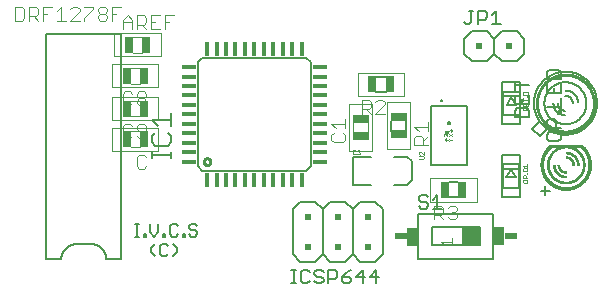
<source format=gto>
G75*
%MOIN*%
%OFA0B0*%
%FSLAX25Y25*%
%IPPOS*%
%LPD*%
%AMOC8*
5,1,8,0,0,1.08239X$1,22.5*
%
%ADD10C,0.00700*%
%ADD11C,0.00200*%
%ADD12C,0.00400*%
%ADD13R,0.02953X0.05709*%
%ADD14R,0.05709X0.02953*%
%ADD15C,0.00800*%
%ADD16C,0.00100*%
%ADD17C,0.01000*%
%ADD18C,0.00600*%
%ADD19R,0.01574X0.04528*%
%ADD20R,0.01575X0.04528*%
%ADD21R,0.01575X0.04528*%
%ADD22R,0.04528X0.01574*%
%ADD23R,0.04528X0.01575*%
%ADD24R,0.04528X0.01575*%
%ADD25C,0.00500*%
%ADD26R,0.02000X0.02000*%
%ADD27R,0.05512X0.02559*%
%ADD28R,0.02559X0.05512*%
%ADD29C,0.00300*%
%ADD30R,0.06000X0.06000*%
%ADD31R,0.03600X0.05900*%
%ADD32R,0.04200X0.02400*%
%ADD33R,0.05512X0.00787*%
%ADD34C,0.00060*%
D10*
X0042756Y0018513D02*
X0044099Y0018513D01*
X0043427Y0018513D02*
X0043427Y0022541D01*
X0042756Y0022541D02*
X0044099Y0022541D01*
X0047831Y0022541D02*
X0047831Y0019855D01*
X0049174Y0018513D01*
X0050516Y0019855D01*
X0050516Y0022541D01*
X0054357Y0021869D02*
X0054357Y0019184D01*
X0055028Y0018513D01*
X0056370Y0018513D01*
X0057042Y0019184D01*
X0058707Y0019184D02*
X0058707Y0018513D01*
X0059378Y0018513D01*
X0059378Y0019184D01*
X0058707Y0019184D01*
X0060882Y0019184D02*
X0061553Y0018513D01*
X0062896Y0018513D01*
X0063567Y0019184D01*
X0063567Y0019855D01*
X0062896Y0020527D01*
X0061553Y0020527D01*
X0060882Y0021198D01*
X0060882Y0021869D01*
X0061553Y0022541D01*
X0062896Y0022541D01*
X0063567Y0021869D01*
X0057042Y0021869D02*
X0056370Y0022541D01*
X0055028Y0022541D01*
X0054357Y0021869D01*
X0052853Y0019184D02*
X0052853Y0018513D01*
X0052181Y0018513D01*
X0052181Y0019184D01*
X0052853Y0019184D01*
X0053051Y0016108D02*
X0051709Y0016108D01*
X0051037Y0015437D01*
X0051037Y0012752D01*
X0051709Y0012080D01*
X0053051Y0012080D01*
X0053722Y0012752D01*
X0055387Y0012080D02*
X0056730Y0013423D01*
X0056730Y0014766D01*
X0055387Y0016108D01*
X0053722Y0015437D02*
X0053051Y0016108D01*
X0049480Y0016108D02*
X0048137Y0014766D01*
X0048137Y0013423D01*
X0049480Y0012080D01*
X0046327Y0018513D02*
X0045656Y0018513D01*
X0045656Y0019184D01*
X0046327Y0019184D01*
X0046327Y0018513D01*
D11*
X0050630Y0047098D02*
X0035094Y0047098D01*
X0035094Y0054838D01*
X0050630Y0054838D01*
X0050630Y0047098D01*
X0050621Y0057317D02*
X0035086Y0057317D01*
X0035086Y0065057D01*
X0050621Y0065057D01*
X0050621Y0057317D01*
X0050621Y0068241D02*
X0035086Y0068241D01*
X0035086Y0075981D01*
X0050621Y0075981D01*
X0050621Y0068241D01*
X0051423Y0078560D02*
X0035888Y0078560D01*
X0035888Y0086300D01*
X0051423Y0086300D01*
X0051423Y0078560D01*
X0114169Y0062560D02*
X0114169Y0047025D01*
X0121909Y0047025D01*
X0121909Y0062560D01*
X0114169Y0062560D01*
X0117077Y0065436D02*
X0117077Y0073176D01*
X0132612Y0073176D01*
X0132612Y0065436D01*
X0117077Y0065436D01*
X0126779Y0063223D02*
X0134519Y0063223D01*
X0134519Y0047688D01*
X0126779Y0047688D01*
X0126779Y0063223D01*
X0145940Y0052588D02*
X0146106Y0052588D01*
X0146774Y0051921D01*
X0146940Y0051921D01*
X0146940Y0052588D01*
X0147440Y0052588D02*
X0148440Y0051921D01*
X0148440Y0052588D02*
X0147440Y0051921D01*
X0147440Y0051088D02*
X0147606Y0051088D01*
X0147940Y0050754D01*
X0148440Y0050754D01*
X0147940Y0050754D02*
X0147606Y0050421D01*
X0147440Y0050421D01*
X0147040Y0050821D02*
X0146040Y0050821D01*
X0146540Y0051321D01*
X0146040Y0050821D02*
X0146540Y0050321D01*
X0145940Y0051921D02*
X0145940Y0052588D01*
X0146440Y0053321D02*
X0146442Y0053341D01*
X0146448Y0053359D01*
X0146457Y0053377D01*
X0146469Y0053392D01*
X0146484Y0053404D01*
X0146502Y0053413D01*
X0146520Y0053419D01*
X0146540Y0053421D01*
X0146560Y0053419D01*
X0146578Y0053413D01*
X0146596Y0053404D01*
X0146611Y0053392D01*
X0146623Y0053377D01*
X0146632Y0053359D01*
X0146638Y0053341D01*
X0146640Y0053321D01*
X0146638Y0053301D01*
X0146632Y0053283D01*
X0146623Y0053265D01*
X0146611Y0053250D01*
X0146596Y0053238D01*
X0146578Y0053229D01*
X0146560Y0053223D01*
X0146540Y0053221D01*
X0146520Y0053223D01*
X0146502Y0053229D01*
X0146484Y0053238D01*
X0146469Y0053250D01*
X0146457Y0053265D01*
X0146448Y0053283D01*
X0146442Y0053301D01*
X0146440Y0053321D01*
X0146040Y0053321D02*
X0146042Y0053365D01*
X0146048Y0053409D01*
X0146058Y0053452D01*
X0146071Y0053494D01*
X0146088Y0053535D01*
X0146109Y0053574D01*
X0146133Y0053611D01*
X0146160Y0053646D01*
X0146190Y0053678D01*
X0146223Y0053708D01*
X0146259Y0053734D01*
X0146296Y0053758D01*
X0146336Y0053777D01*
X0146377Y0053794D01*
X0146420Y0053806D01*
X0146463Y0053815D01*
X0146507Y0053820D01*
X0146551Y0053821D01*
X0146595Y0053818D01*
X0146639Y0053811D01*
X0146682Y0053800D01*
X0146724Y0053786D01*
X0146764Y0053768D01*
X0146803Y0053746D01*
X0146839Y0053722D01*
X0146873Y0053694D01*
X0146905Y0053663D01*
X0146934Y0053629D01*
X0146960Y0053593D01*
X0146982Y0053555D01*
X0147001Y0053515D01*
X0147016Y0053473D01*
X0147028Y0053431D01*
X0147036Y0053387D01*
X0147040Y0053343D01*
X0147040Y0053299D01*
X0147036Y0053255D01*
X0147028Y0053211D01*
X0147016Y0053169D01*
X0147001Y0053127D01*
X0146982Y0053087D01*
X0146960Y0053049D01*
X0146934Y0053013D01*
X0146905Y0052979D01*
X0146873Y0052948D01*
X0146839Y0052920D01*
X0146803Y0052896D01*
X0146764Y0052874D01*
X0146724Y0052856D01*
X0146682Y0052842D01*
X0146639Y0052831D01*
X0146595Y0052824D01*
X0146551Y0052821D01*
X0146507Y0052822D01*
X0146463Y0052827D01*
X0146420Y0052836D01*
X0146377Y0052848D01*
X0146336Y0052865D01*
X0146296Y0052884D01*
X0146259Y0052908D01*
X0146223Y0052934D01*
X0146190Y0052964D01*
X0146160Y0052996D01*
X0146133Y0053031D01*
X0146109Y0053068D01*
X0146088Y0053107D01*
X0146071Y0053148D01*
X0146058Y0053190D01*
X0146048Y0053233D01*
X0146042Y0053277D01*
X0146040Y0053321D01*
X0147540Y0053821D02*
X0148040Y0054321D01*
X0148540Y0053821D01*
X0148040Y0053321D02*
X0148040Y0054321D01*
X0141233Y0037911D02*
X0156769Y0037911D01*
X0156769Y0030170D01*
X0141233Y0030170D01*
X0141233Y0037911D01*
D12*
X0142493Y0028844D02*
X0144795Y0028844D01*
X0145563Y0028077D01*
X0145563Y0026542D01*
X0144795Y0025775D01*
X0142493Y0025775D01*
X0142493Y0024240D02*
X0142493Y0028844D01*
X0147097Y0028077D02*
X0147864Y0028844D01*
X0149399Y0028844D01*
X0150166Y0028077D01*
X0150166Y0027310D01*
X0149399Y0026542D01*
X0150166Y0025775D01*
X0150166Y0025008D01*
X0149399Y0024240D01*
X0147864Y0024240D01*
X0147097Y0025008D01*
X0145563Y0024240D02*
X0144028Y0025775D01*
X0148632Y0026542D02*
X0149399Y0026542D01*
X0140449Y0048948D02*
X0135845Y0048948D01*
X0135845Y0051250D01*
X0136613Y0052017D01*
X0138147Y0052017D01*
X0138915Y0051250D01*
X0138915Y0048948D01*
X0138915Y0050482D02*
X0140449Y0052017D01*
X0140449Y0053552D02*
X0140449Y0056621D01*
X0140449Y0055086D02*
X0135845Y0055086D01*
X0137380Y0053552D01*
X0126010Y0059506D02*
X0122941Y0059506D01*
X0126010Y0062575D01*
X0126010Y0063343D01*
X0125243Y0064110D01*
X0123708Y0064110D01*
X0122941Y0063343D01*
X0121406Y0063343D02*
X0121406Y0061808D01*
X0120639Y0061041D01*
X0118337Y0061041D01*
X0119871Y0061041D02*
X0121406Y0059506D01*
X0118337Y0059506D02*
X0118337Y0064110D01*
X0120639Y0064110D01*
X0121406Y0063343D01*
X0112839Y0057666D02*
X0112839Y0054597D01*
X0112072Y0053062D02*
X0112839Y0052295D01*
X0112839Y0050760D01*
X0112072Y0049993D01*
X0109002Y0049993D01*
X0108235Y0050760D01*
X0108235Y0052295D01*
X0109002Y0053062D01*
X0109770Y0054597D02*
X0108235Y0056131D01*
X0112839Y0056131D01*
X0115441Y0056293D02*
X0115441Y0053293D01*
X0120637Y0053391D02*
X0120637Y0056293D01*
X0054202Y0089932D02*
X0052667Y0089932D01*
X0049598Y0089932D02*
X0048063Y0089932D01*
X0046529Y0089932D02*
X0045761Y0089165D01*
X0043460Y0089165D01*
X0044994Y0089165D02*
X0046529Y0087630D01*
X0048063Y0087630D02*
X0051133Y0087630D01*
X0052667Y0087630D02*
X0052667Y0092234D01*
X0055737Y0092234D01*
X0051133Y0092234D02*
X0048063Y0092234D01*
X0048063Y0087630D01*
X0046529Y0089932D02*
X0046529Y0091467D01*
X0045761Y0092234D01*
X0043460Y0092234D01*
X0043460Y0087630D01*
X0041925Y0087630D02*
X0041925Y0090699D01*
X0040390Y0092234D01*
X0038856Y0090699D01*
X0038856Y0087630D01*
X0038856Y0089932D02*
X0041925Y0089932D01*
X0036629Y0092751D02*
X0035094Y0092751D01*
X0033559Y0093518D02*
X0032792Y0092751D01*
X0031258Y0092751D01*
X0030490Y0093518D01*
X0030490Y0094285D01*
X0031258Y0095052D01*
X0032792Y0095052D01*
X0033559Y0094285D01*
X0033559Y0093518D01*
X0032792Y0092751D02*
X0033559Y0091983D01*
X0033559Y0091216D01*
X0032792Y0090449D01*
X0031258Y0090449D01*
X0030490Y0091216D01*
X0030490Y0091983D01*
X0031258Y0092751D01*
X0028956Y0094285D02*
X0025886Y0091216D01*
X0025886Y0090449D01*
X0024352Y0090449D02*
X0021282Y0090449D01*
X0024352Y0093518D01*
X0024352Y0094285D01*
X0023584Y0095052D01*
X0022050Y0095052D01*
X0021282Y0094285D01*
X0018213Y0095052D02*
X0016678Y0093518D01*
X0015144Y0095052D02*
X0012075Y0095052D01*
X0012075Y0090449D01*
X0010540Y0090449D02*
X0009005Y0091983D01*
X0009773Y0091983D02*
X0007471Y0091983D01*
X0007471Y0090449D02*
X0007471Y0095052D01*
X0009773Y0095052D01*
X0010540Y0094285D01*
X0010540Y0092751D01*
X0009773Y0091983D01*
X0012075Y0092751D02*
X0013609Y0092751D01*
X0016678Y0090449D02*
X0019748Y0090449D01*
X0018213Y0090449D02*
X0018213Y0095052D01*
X0025886Y0095052D02*
X0028956Y0095052D01*
X0028956Y0094285D01*
X0035094Y0095052D02*
X0038163Y0095052D01*
X0035094Y0095052D02*
X0035094Y0090449D01*
X0042156Y0085028D02*
X0045156Y0085028D01*
X0045156Y0079832D02*
X0042254Y0079832D01*
X0041354Y0074710D02*
X0044255Y0074710D01*
X0044354Y0069513D02*
X0041354Y0069513D01*
X0041148Y0066915D02*
X0039613Y0066915D01*
X0038846Y0066148D01*
X0038846Y0063079D01*
X0039613Y0062311D01*
X0041148Y0062311D01*
X0041915Y0063079D01*
X0041354Y0063786D02*
X0044255Y0063786D01*
X0043450Y0063846D02*
X0044217Y0064613D01*
X0045752Y0064613D01*
X0046519Y0063846D01*
X0046519Y0063079D01*
X0045752Y0062311D01*
X0044217Y0062311D01*
X0043450Y0063079D01*
X0043450Y0063846D01*
X0044217Y0064613D02*
X0043450Y0065381D01*
X0043450Y0066148D01*
X0044217Y0066915D01*
X0045752Y0066915D01*
X0046519Y0066148D01*
X0046519Y0065381D01*
X0045752Y0064613D01*
X0041915Y0066148D02*
X0041148Y0066915D01*
X0041354Y0058589D02*
X0044354Y0058589D01*
X0044217Y0055991D02*
X0043450Y0055224D01*
X0043450Y0054457D01*
X0044217Y0053689D01*
X0046519Y0053689D01*
X0046519Y0052155D02*
X0046519Y0055224D01*
X0045752Y0055991D01*
X0044217Y0055991D01*
X0041915Y0055224D02*
X0041148Y0055991D01*
X0039613Y0055991D01*
X0038846Y0055224D01*
X0038846Y0052155D01*
X0039613Y0051387D01*
X0041148Y0051387D01*
X0041915Y0052155D01*
X0041362Y0053566D02*
X0044264Y0053566D01*
X0043450Y0052155D02*
X0044217Y0051387D01*
X0045752Y0051387D01*
X0046519Y0052155D01*
X0044362Y0048370D02*
X0041362Y0048370D01*
X0044225Y0045772D02*
X0043458Y0045005D01*
X0043458Y0041935D01*
X0044225Y0041168D01*
X0045760Y0041168D01*
X0046527Y0041935D01*
X0046527Y0045005D02*
X0045760Y0045772D01*
X0044225Y0045772D01*
X0005169Y0090449D02*
X0002867Y0090449D01*
X0002867Y0095052D01*
X0005169Y0095052D01*
X0005936Y0094285D01*
X0005936Y0091216D01*
X0005169Y0090449D01*
D13*
X0040832Y0082435D03*
X0046532Y0082435D03*
X0045677Y0072107D03*
X0039977Y0072107D03*
X0039977Y0061183D03*
X0045677Y0061183D03*
X0045685Y0050964D03*
X0039985Y0050964D03*
D14*
X0118035Y0051969D03*
X0118035Y0057669D03*
D15*
X0115439Y0045123D02*
X0121345Y0045123D01*
X0115439Y0045123D02*
X0115439Y0035675D01*
X0121345Y0035675D01*
X0129219Y0035675D02*
X0133549Y0035675D01*
X0135124Y0037249D01*
X0135124Y0043549D01*
X0133549Y0045123D01*
X0129219Y0045123D01*
X0141635Y0042478D02*
X0144785Y0042478D01*
X0150296Y0042478D02*
X0153446Y0042478D01*
X0147146Y0056258D02*
X0147148Y0056297D01*
X0147154Y0056336D01*
X0147164Y0056374D01*
X0147177Y0056411D01*
X0147194Y0056446D01*
X0147214Y0056480D01*
X0147238Y0056511D01*
X0147265Y0056540D01*
X0147294Y0056566D01*
X0147326Y0056589D01*
X0147360Y0056609D01*
X0147396Y0056625D01*
X0147433Y0056637D01*
X0147472Y0056646D01*
X0147511Y0056651D01*
X0147550Y0056652D01*
X0147589Y0056649D01*
X0147628Y0056642D01*
X0147665Y0056631D01*
X0147702Y0056617D01*
X0147737Y0056599D01*
X0147770Y0056578D01*
X0147801Y0056553D01*
X0147829Y0056526D01*
X0147854Y0056496D01*
X0147876Y0056463D01*
X0147895Y0056429D01*
X0147910Y0056393D01*
X0147922Y0056355D01*
X0147930Y0056317D01*
X0147934Y0056278D01*
X0147934Y0056238D01*
X0147930Y0056199D01*
X0147922Y0056161D01*
X0147910Y0056123D01*
X0147895Y0056087D01*
X0147876Y0056053D01*
X0147854Y0056020D01*
X0147829Y0055990D01*
X0147801Y0055963D01*
X0147770Y0055938D01*
X0147737Y0055917D01*
X0147702Y0055899D01*
X0147665Y0055885D01*
X0147628Y0055874D01*
X0147589Y0055867D01*
X0147550Y0055864D01*
X0147511Y0055865D01*
X0147472Y0055870D01*
X0147433Y0055879D01*
X0147396Y0055891D01*
X0147360Y0055907D01*
X0147326Y0055927D01*
X0147294Y0055950D01*
X0147265Y0055976D01*
X0147238Y0056005D01*
X0147214Y0056036D01*
X0147194Y0056070D01*
X0147177Y0056105D01*
X0147164Y0056142D01*
X0147154Y0056180D01*
X0147148Y0056219D01*
X0147146Y0056258D01*
X0144785Y0062163D02*
X0141635Y0062163D01*
X0144840Y0063758D02*
X0144842Y0063786D01*
X0144848Y0063813D01*
X0144857Y0063839D01*
X0144870Y0063864D01*
X0144887Y0063887D01*
X0144906Y0063907D01*
X0144928Y0063924D01*
X0144952Y0063938D01*
X0144978Y0063948D01*
X0145005Y0063955D01*
X0145033Y0063958D01*
X0145061Y0063957D01*
X0145088Y0063952D01*
X0145115Y0063943D01*
X0145140Y0063931D01*
X0145163Y0063916D01*
X0145184Y0063897D01*
X0145202Y0063876D01*
X0145217Y0063852D01*
X0145228Y0063826D01*
X0145236Y0063800D01*
X0145240Y0063772D01*
X0145240Y0063744D01*
X0145236Y0063716D01*
X0145228Y0063690D01*
X0145217Y0063664D01*
X0145202Y0063640D01*
X0145184Y0063619D01*
X0145163Y0063600D01*
X0145140Y0063585D01*
X0145115Y0063573D01*
X0145088Y0063564D01*
X0145061Y0063559D01*
X0145033Y0063558D01*
X0145005Y0063561D01*
X0144978Y0063568D01*
X0144952Y0063578D01*
X0144928Y0063592D01*
X0144906Y0063609D01*
X0144887Y0063629D01*
X0144870Y0063652D01*
X0144857Y0063677D01*
X0144848Y0063703D01*
X0144842Y0063730D01*
X0144840Y0063758D01*
X0150296Y0062163D02*
X0153446Y0062163D01*
X0101480Y0076551D02*
X0101480Y0041905D01*
X0099905Y0040330D01*
X0065259Y0040330D01*
X0063684Y0041905D01*
X0063684Y0076551D01*
X0065259Y0078125D01*
X0099905Y0078125D01*
X0101480Y0076551D01*
D16*
X0115582Y0047387D02*
X0115332Y0047137D01*
X0115332Y0046136D01*
X0115582Y0045886D01*
X0116082Y0045886D01*
X0116332Y0046136D01*
X0116805Y0046136D02*
X0117055Y0045886D01*
X0117555Y0045886D01*
X0117806Y0046136D01*
X0117806Y0046386D01*
X0117555Y0046637D01*
X0117305Y0046637D01*
X0117555Y0046637D02*
X0117806Y0046887D01*
X0117806Y0047137D01*
X0117555Y0047387D01*
X0117055Y0047387D01*
X0116805Y0047137D01*
X0116332Y0047137D02*
X0116082Y0047387D01*
X0115582Y0047387D01*
X0137489Y0046595D02*
X0137489Y0046094D01*
X0137739Y0045844D01*
X0137489Y0045371D02*
X0138740Y0045371D01*
X0138990Y0045121D01*
X0138990Y0044621D01*
X0138740Y0044371D01*
X0137489Y0044371D01*
X0138990Y0045844D02*
X0137990Y0046845D01*
X0137739Y0046845D01*
X0137489Y0046595D01*
X0138990Y0046845D02*
X0138990Y0045844D01*
X0172066Y0042161D02*
X0173567Y0042161D01*
X0173567Y0041661D02*
X0173567Y0042662D01*
X0172566Y0041661D02*
X0172066Y0042161D01*
X0172316Y0041188D02*
X0172066Y0040938D01*
X0172066Y0040187D01*
X0173567Y0040187D01*
X0173567Y0040938D01*
X0173317Y0041188D01*
X0172316Y0041188D01*
X0173317Y0039701D02*
X0173567Y0039701D01*
X0173567Y0039451D01*
X0173317Y0039451D01*
X0173317Y0039701D01*
X0172816Y0038978D02*
X0173067Y0038728D01*
X0173067Y0037978D01*
X0173567Y0037978D02*
X0172066Y0037978D01*
X0172066Y0038728D01*
X0172316Y0038978D01*
X0172816Y0038978D01*
X0172316Y0037505D02*
X0172066Y0037255D01*
X0172066Y0036755D01*
X0172316Y0036504D01*
X0173317Y0036504D01*
X0173567Y0036755D01*
X0173567Y0037255D01*
X0173317Y0037505D01*
X0172316Y0037505D01*
X0190635Y0035175D02*
X0190189Y0035956D01*
X0190346Y0036049D01*
X0190500Y0036146D01*
X0190652Y0036247D01*
X0190801Y0036352D01*
X0190948Y0036460D01*
X0191093Y0036571D01*
X0191234Y0036686D01*
X0191373Y0036805D01*
X0191508Y0036927D01*
X0191641Y0037052D01*
X0191771Y0037180D01*
X0191897Y0037311D01*
X0192021Y0037445D01*
X0192141Y0037582D01*
X0192258Y0037722D01*
X0192371Y0037865D01*
X0192481Y0038011D01*
X0192587Y0038159D01*
X0192690Y0038310D01*
X0192789Y0038463D01*
X0192884Y0038618D01*
X0192975Y0038776D01*
X0193063Y0038936D01*
X0193147Y0039098D01*
X0193227Y0039261D01*
X0193303Y0039427D01*
X0193374Y0039595D01*
X0193442Y0039764D01*
X0193506Y0039935D01*
X0193565Y0040107D01*
X0193621Y0040281D01*
X0193672Y0040456D01*
X0193719Y0040632D01*
X0193761Y0040809D01*
X0193800Y0040988D01*
X0193834Y0041167D01*
X0193864Y0041347D01*
X0193889Y0041527D01*
X0193910Y0041708D01*
X0193926Y0041890D01*
X0193939Y0042072D01*
X0193946Y0042254D01*
X0193950Y0042436D01*
X0194849Y0042437D01*
X0194850Y0042436D01*
X0194846Y0042232D01*
X0194838Y0042028D01*
X0194824Y0041824D01*
X0194806Y0041620D01*
X0194782Y0041417D01*
X0194754Y0041215D01*
X0194721Y0041013D01*
X0194683Y0040813D01*
X0194640Y0040613D01*
X0194592Y0040414D01*
X0194540Y0040217D01*
X0194482Y0040021D01*
X0194420Y0039826D01*
X0194354Y0039633D01*
X0194282Y0039441D01*
X0194206Y0039252D01*
X0194126Y0039064D01*
X0194041Y0038878D01*
X0193951Y0038694D01*
X0193858Y0038513D01*
X0193759Y0038334D01*
X0193657Y0038157D01*
X0193550Y0037983D01*
X0193439Y0037811D01*
X0193324Y0037642D01*
X0193205Y0037476D01*
X0193082Y0037313D01*
X0192955Y0037153D01*
X0192824Y0036996D01*
X0192689Y0036842D01*
X0192551Y0036692D01*
X0192409Y0036545D01*
X0192264Y0036401D01*
X0192115Y0036261D01*
X0191963Y0036125D01*
X0191807Y0035992D01*
X0191649Y0035864D01*
X0191487Y0035739D01*
X0191322Y0035618D01*
X0191155Y0035501D01*
X0190984Y0035388D01*
X0190811Y0035279D01*
X0190636Y0035174D01*
X0190589Y0035256D01*
X0190763Y0035359D01*
X0190934Y0035467D01*
X0191102Y0035579D01*
X0191268Y0035694D01*
X0191431Y0035814D01*
X0191590Y0035938D01*
X0191747Y0036065D01*
X0191901Y0036196D01*
X0192051Y0036331D01*
X0192199Y0036469D01*
X0192342Y0036611D01*
X0192483Y0036757D01*
X0192619Y0036905D01*
X0192752Y0037057D01*
X0192882Y0037213D01*
X0193007Y0037371D01*
X0193129Y0037532D01*
X0193247Y0037696D01*
X0193361Y0037863D01*
X0193470Y0038033D01*
X0193576Y0038205D01*
X0193677Y0038380D01*
X0193775Y0038557D01*
X0193867Y0038736D01*
X0193956Y0038918D01*
X0194040Y0039102D01*
X0194120Y0039287D01*
X0194195Y0039475D01*
X0194265Y0039664D01*
X0194331Y0039855D01*
X0194392Y0040048D01*
X0194449Y0040242D01*
X0194501Y0040437D01*
X0194548Y0040633D01*
X0194590Y0040831D01*
X0194628Y0041029D01*
X0194661Y0041229D01*
X0194689Y0041429D01*
X0194712Y0041630D01*
X0194730Y0041831D01*
X0194744Y0042032D01*
X0194752Y0042234D01*
X0194756Y0042436D01*
X0194662Y0042436D01*
X0194658Y0042237D01*
X0194650Y0042037D01*
X0194637Y0041838D01*
X0194618Y0041639D01*
X0194596Y0041440D01*
X0194568Y0041243D01*
X0194535Y0041045D01*
X0194498Y0040849D01*
X0194456Y0040654D01*
X0194410Y0040460D01*
X0194358Y0040267D01*
X0194302Y0040075D01*
X0194242Y0039885D01*
X0194177Y0039696D01*
X0194107Y0039509D01*
X0194033Y0039323D01*
X0193954Y0039140D01*
X0193871Y0038958D01*
X0193783Y0038778D01*
X0193692Y0038601D01*
X0193596Y0038426D01*
X0193495Y0038253D01*
X0193391Y0038083D01*
X0193282Y0037915D01*
X0193170Y0037750D01*
X0193054Y0037588D01*
X0192933Y0037429D01*
X0192809Y0037272D01*
X0192681Y0037119D01*
X0192550Y0036968D01*
X0192414Y0036821D01*
X0192276Y0036678D01*
X0192134Y0036537D01*
X0191988Y0036400D01*
X0191839Y0036267D01*
X0191687Y0036137D01*
X0191532Y0036011D01*
X0191374Y0035889D01*
X0191213Y0035771D01*
X0191050Y0035657D01*
X0190883Y0035546D01*
X0190714Y0035440D01*
X0190543Y0035338D01*
X0190496Y0035419D01*
X0190666Y0035520D01*
X0190833Y0035625D01*
X0190997Y0035735D01*
X0191159Y0035848D01*
X0191318Y0035965D01*
X0191474Y0036085D01*
X0191628Y0036210D01*
X0191778Y0036338D01*
X0191925Y0036470D01*
X0192069Y0036605D01*
X0192209Y0036744D01*
X0192346Y0036886D01*
X0192480Y0037031D01*
X0192610Y0037180D01*
X0192736Y0037332D01*
X0192859Y0037486D01*
X0192978Y0037644D01*
X0193093Y0037804D01*
X0193204Y0037967D01*
X0193311Y0038133D01*
X0193415Y0038301D01*
X0193514Y0038472D01*
X0193609Y0038645D01*
X0193699Y0038821D01*
X0193786Y0038998D01*
X0193868Y0039178D01*
X0193946Y0039359D01*
X0194019Y0039542D01*
X0194088Y0039727D01*
X0194152Y0039914D01*
X0194212Y0040102D01*
X0194268Y0040292D01*
X0194318Y0040482D01*
X0194365Y0040674D01*
X0194406Y0040867D01*
X0194443Y0041061D01*
X0194475Y0041256D01*
X0194502Y0041452D01*
X0194525Y0041648D01*
X0194543Y0041845D01*
X0194556Y0042042D01*
X0194564Y0042239D01*
X0194568Y0042436D01*
X0194474Y0042436D01*
X0194470Y0042241D01*
X0194462Y0042046D01*
X0194449Y0041851D01*
X0194431Y0041657D01*
X0194409Y0041463D01*
X0194382Y0041270D01*
X0194350Y0041077D01*
X0194314Y0040886D01*
X0194273Y0040695D01*
X0194227Y0040505D01*
X0194177Y0040317D01*
X0194122Y0040129D01*
X0194063Y0039943D01*
X0194000Y0039759D01*
X0193931Y0039576D01*
X0193859Y0039395D01*
X0193782Y0039216D01*
X0193701Y0039038D01*
X0193615Y0038863D01*
X0193526Y0038689D01*
X0193432Y0038518D01*
X0193334Y0038350D01*
X0193232Y0038183D01*
X0193126Y0038019D01*
X0193016Y0037858D01*
X0192902Y0037700D01*
X0192785Y0037544D01*
X0192663Y0037391D01*
X0192538Y0037241D01*
X0192410Y0037094D01*
X0192278Y0036951D01*
X0192142Y0036810D01*
X0192003Y0036673D01*
X0191861Y0036539D01*
X0191716Y0036409D01*
X0191568Y0036282D01*
X0191416Y0036159D01*
X0191262Y0036040D01*
X0191105Y0035924D01*
X0190945Y0035813D01*
X0190782Y0035705D01*
X0190617Y0035601D01*
X0190449Y0035501D01*
X0190403Y0035582D01*
X0190568Y0035681D01*
X0190732Y0035784D01*
X0190892Y0035891D01*
X0191050Y0036001D01*
X0191206Y0036115D01*
X0191358Y0036233D01*
X0191508Y0036355D01*
X0191654Y0036480D01*
X0191798Y0036609D01*
X0191938Y0036741D01*
X0192076Y0036876D01*
X0192210Y0037015D01*
X0192340Y0037157D01*
X0192467Y0037302D01*
X0192591Y0037450D01*
X0192710Y0037601D01*
X0192827Y0037755D01*
X0192939Y0037912D01*
X0193048Y0038071D01*
X0193152Y0038233D01*
X0193253Y0038398D01*
X0193350Y0038564D01*
X0193443Y0038734D01*
X0193531Y0038905D01*
X0193616Y0039078D01*
X0193696Y0039254D01*
X0193772Y0039431D01*
X0193844Y0039610D01*
X0193911Y0039791D01*
X0193974Y0039973D01*
X0194032Y0040157D01*
X0194086Y0040342D01*
X0194136Y0040528D01*
X0194181Y0040716D01*
X0194222Y0040904D01*
X0194258Y0041093D01*
X0194289Y0041284D01*
X0194316Y0041475D01*
X0194338Y0041666D01*
X0194355Y0041858D01*
X0194368Y0042051D01*
X0194376Y0042243D01*
X0194380Y0042436D01*
X0194286Y0042436D01*
X0194282Y0042246D01*
X0194274Y0042055D01*
X0194262Y0041865D01*
X0194244Y0041675D01*
X0194222Y0041486D01*
X0194196Y0041298D01*
X0194165Y0041110D01*
X0194129Y0040922D01*
X0194089Y0040736D01*
X0194045Y0040551D01*
X0193996Y0040367D01*
X0193942Y0040184D01*
X0193885Y0040002D01*
X0193822Y0039822D01*
X0193756Y0039644D01*
X0193685Y0039467D01*
X0193610Y0039292D01*
X0193531Y0039118D01*
X0193447Y0038947D01*
X0193360Y0038778D01*
X0193268Y0038611D01*
X0193172Y0038446D01*
X0193073Y0038283D01*
X0192969Y0038123D01*
X0192862Y0037966D01*
X0192751Y0037811D01*
X0192636Y0037659D01*
X0192518Y0037510D01*
X0192396Y0037364D01*
X0192270Y0037220D01*
X0192141Y0037080D01*
X0192009Y0036943D01*
X0191873Y0036809D01*
X0191735Y0036678D01*
X0191593Y0036551D01*
X0191448Y0036427D01*
X0191300Y0036307D01*
X0191149Y0036191D01*
X0190996Y0036078D01*
X0190840Y0035969D01*
X0190681Y0035863D01*
X0190520Y0035762D01*
X0190356Y0035664D01*
X0190309Y0035746D01*
X0190471Y0035842D01*
X0190630Y0035942D01*
X0190787Y0036046D01*
X0190942Y0036154D01*
X0191093Y0036266D01*
X0191242Y0036381D01*
X0191388Y0036500D01*
X0191531Y0036622D01*
X0191671Y0036748D01*
X0191808Y0036877D01*
X0191942Y0037009D01*
X0192073Y0037145D01*
X0192200Y0037283D01*
X0192324Y0037425D01*
X0192445Y0037569D01*
X0192562Y0037717D01*
X0192675Y0037867D01*
X0192785Y0038020D01*
X0192891Y0038176D01*
X0192993Y0038334D01*
X0193092Y0038494D01*
X0193186Y0038657D01*
X0193277Y0038822D01*
X0193363Y0038989D01*
X0193446Y0039158D01*
X0193524Y0039329D01*
X0193598Y0039502D01*
X0193668Y0039677D01*
X0193734Y0039854D01*
X0193795Y0040032D01*
X0193852Y0040211D01*
X0193905Y0040392D01*
X0193954Y0040574D01*
X0193998Y0040757D01*
X0194037Y0040941D01*
X0194072Y0041126D01*
X0194103Y0041311D01*
X0194129Y0041498D01*
X0194151Y0041685D01*
X0194168Y0041872D01*
X0194180Y0042060D01*
X0194188Y0042248D01*
X0194192Y0042436D01*
X0194098Y0042436D01*
X0194094Y0042250D01*
X0194086Y0042065D01*
X0194074Y0041879D01*
X0194057Y0041694D01*
X0194036Y0041509D01*
X0194010Y0041325D01*
X0193980Y0041142D01*
X0193945Y0040959D01*
X0193906Y0040777D01*
X0193862Y0040596D01*
X0193815Y0040417D01*
X0193762Y0040238D01*
X0193706Y0040061D01*
X0193645Y0039885D01*
X0193580Y0039711D01*
X0193511Y0039538D01*
X0193438Y0039367D01*
X0193361Y0039198D01*
X0193279Y0039031D01*
X0193194Y0038866D01*
X0193104Y0038703D01*
X0193011Y0038542D01*
X0192914Y0038384D01*
X0192813Y0038228D01*
X0192708Y0038074D01*
X0192600Y0037923D01*
X0192488Y0037774D01*
X0192372Y0037629D01*
X0192253Y0037486D01*
X0192131Y0037346D01*
X0192005Y0037209D01*
X0191876Y0037075D01*
X0191743Y0036945D01*
X0191608Y0036817D01*
X0191470Y0036693D01*
X0191328Y0036572D01*
X0191184Y0036455D01*
X0191037Y0036341D01*
X0190887Y0036231D01*
X0190735Y0036124D01*
X0190580Y0036022D01*
X0190422Y0035923D01*
X0190263Y0035827D01*
X0190216Y0035909D01*
X0190374Y0036003D01*
X0190529Y0036101D01*
X0190682Y0036202D01*
X0190833Y0036308D01*
X0190981Y0036417D01*
X0191126Y0036529D01*
X0191268Y0036645D01*
X0191408Y0036764D01*
X0191545Y0036887D01*
X0191678Y0037013D01*
X0191809Y0037142D01*
X0191937Y0037274D01*
X0192061Y0037409D01*
X0192182Y0037547D01*
X0192299Y0037688D01*
X0192413Y0037832D01*
X0192524Y0037979D01*
X0192631Y0038128D01*
X0192735Y0038280D01*
X0192834Y0038434D01*
X0192930Y0038590D01*
X0193022Y0038749D01*
X0193111Y0038910D01*
X0193195Y0039073D01*
X0193276Y0039238D01*
X0193352Y0039405D01*
X0193424Y0039574D01*
X0193493Y0039745D01*
X0193557Y0039917D01*
X0193617Y0040090D01*
X0193673Y0040265D01*
X0193724Y0040442D01*
X0193771Y0040619D01*
X0193814Y0040798D01*
X0193853Y0040977D01*
X0193887Y0041158D01*
X0193917Y0041339D01*
X0193942Y0041521D01*
X0193964Y0041703D01*
X0193980Y0041886D01*
X0193993Y0042069D01*
X0194000Y0042253D01*
X0194004Y0042436D01*
X0186449Y0034037D02*
X0186449Y0034937D01*
X0186450Y0034936D02*
X0186634Y0034940D01*
X0186819Y0034948D01*
X0187003Y0034960D01*
X0187187Y0034977D01*
X0187371Y0034999D01*
X0187554Y0035025D01*
X0187736Y0035055D01*
X0187917Y0035090D01*
X0188098Y0035129D01*
X0188278Y0035173D01*
X0188456Y0035221D01*
X0188633Y0035274D01*
X0188809Y0035331D01*
X0188983Y0035392D01*
X0189156Y0035457D01*
X0189327Y0035527D01*
X0189497Y0035600D01*
X0189664Y0035678D01*
X0189830Y0035760D01*
X0189994Y0035846D01*
X0190155Y0035936D01*
X0190314Y0036030D01*
X0190785Y0035264D01*
X0190786Y0035263D01*
X0190607Y0035158D01*
X0190426Y0035057D01*
X0190243Y0034960D01*
X0190057Y0034868D01*
X0189869Y0034781D01*
X0189679Y0034698D01*
X0189487Y0034620D01*
X0189293Y0034547D01*
X0189097Y0034478D01*
X0188900Y0034414D01*
X0188701Y0034355D01*
X0188501Y0034301D01*
X0188299Y0034252D01*
X0188097Y0034208D01*
X0187893Y0034169D01*
X0187689Y0034135D01*
X0187483Y0034106D01*
X0187277Y0034082D01*
X0187071Y0034063D01*
X0186864Y0034049D01*
X0186657Y0034040D01*
X0186450Y0034036D01*
X0186450Y0034130D01*
X0186655Y0034134D01*
X0186859Y0034143D01*
X0187064Y0034156D01*
X0187268Y0034175D01*
X0187472Y0034199D01*
X0187675Y0034228D01*
X0187877Y0034262D01*
X0188078Y0034300D01*
X0188278Y0034344D01*
X0188478Y0034392D01*
X0188675Y0034446D01*
X0188872Y0034504D01*
X0189067Y0034567D01*
X0189260Y0034635D01*
X0189452Y0034707D01*
X0189642Y0034785D01*
X0189830Y0034866D01*
X0190016Y0034953D01*
X0190200Y0035044D01*
X0190381Y0035139D01*
X0190560Y0035239D01*
X0190736Y0035343D01*
X0190687Y0035423D01*
X0190513Y0035320D01*
X0190336Y0035222D01*
X0190156Y0035127D01*
X0189975Y0035037D01*
X0189791Y0034952D01*
X0189605Y0034871D01*
X0189418Y0034795D01*
X0189228Y0034723D01*
X0189037Y0034656D01*
X0188844Y0034594D01*
X0188650Y0034536D01*
X0188454Y0034483D01*
X0188257Y0034435D01*
X0188059Y0034392D01*
X0187860Y0034354D01*
X0187661Y0034321D01*
X0187460Y0034292D01*
X0187259Y0034269D01*
X0187057Y0034250D01*
X0186855Y0034237D01*
X0186652Y0034228D01*
X0186450Y0034224D01*
X0186450Y0034318D01*
X0186650Y0034322D01*
X0186850Y0034330D01*
X0187050Y0034344D01*
X0187249Y0034362D01*
X0187448Y0034386D01*
X0187646Y0034414D01*
X0187844Y0034447D01*
X0188041Y0034484D01*
X0188236Y0034527D01*
X0188431Y0034575D01*
X0188624Y0034627D01*
X0188816Y0034684D01*
X0189007Y0034745D01*
X0189196Y0034811D01*
X0189383Y0034882D01*
X0189569Y0034958D01*
X0189752Y0035038D01*
X0189934Y0035122D01*
X0190113Y0035211D01*
X0190291Y0035304D01*
X0190466Y0035402D01*
X0190638Y0035503D01*
X0190589Y0035584D01*
X0190418Y0035483D01*
X0190245Y0035387D01*
X0190070Y0035294D01*
X0189893Y0035207D01*
X0189713Y0035123D01*
X0189532Y0035044D01*
X0189349Y0034970D01*
X0189163Y0034900D01*
X0188977Y0034834D01*
X0188788Y0034773D01*
X0188599Y0034717D01*
X0188408Y0034666D01*
X0188215Y0034619D01*
X0188022Y0034577D01*
X0187828Y0034539D01*
X0187632Y0034507D01*
X0187436Y0034479D01*
X0187240Y0034456D01*
X0187043Y0034438D01*
X0186845Y0034424D01*
X0186648Y0034416D01*
X0186450Y0034412D01*
X0186450Y0034506D01*
X0186645Y0034510D01*
X0186841Y0034518D01*
X0187036Y0034531D01*
X0187230Y0034549D01*
X0187425Y0034572D01*
X0187618Y0034600D01*
X0187811Y0034632D01*
X0188003Y0034669D01*
X0188194Y0034710D01*
X0188384Y0034757D01*
X0188573Y0034808D01*
X0188761Y0034863D01*
X0188947Y0034923D01*
X0189131Y0034988D01*
X0189314Y0035057D01*
X0189495Y0035131D01*
X0189675Y0035209D01*
X0189852Y0035291D01*
X0190027Y0035378D01*
X0190200Y0035469D01*
X0190371Y0035564D01*
X0190539Y0035664D01*
X0190490Y0035744D01*
X0190324Y0035645D01*
X0190155Y0035551D01*
X0189984Y0035461D01*
X0189811Y0035376D01*
X0189636Y0035294D01*
X0189459Y0035217D01*
X0189280Y0035145D01*
X0189099Y0035076D01*
X0188917Y0035012D01*
X0188733Y0034953D01*
X0188547Y0034898D01*
X0188361Y0034848D01*
X0188173Y0034802D01*
X0187984Y0034761D01*
X0187795Y0034724D01*
X0187604Y0034692D01*
X0187413Y0034665D01*
X0187221Y0034643D01*
X0187029Y0034625D01*
X0186836Y0034612D01*
X0186643Y0034604D01*
X0186450Y0034600D01*
X0186450Y0034694D01*
X0186640Y0034698D01*
X0186831Y0034706D01*
X0187022Y0034719D01*
X0187212Y0034736D01*
X0187401Y0034759D01*
X0187590Y0034785D01*
X0187778Y0034817D01*
X0187966Y0034853D01*
X0188152Y0034894D01*
X0188338Y0034939D01*
X0188522Y0034988D01*
X0188705Y0035043D01*
X0188886Y0035101D01*
X0189067Y0035164D01*
X0189245Y0035232D01*
X0189422Y0035304D01*
X0189597Y0035380D01*
X0189770Y0035460D01*
X0189941Y0035545D01*
X0190110Y0035634D01*
X0190277Y0035727D01*
X0190441Y0035824D01*
X0190392Y0035904D01*
X0190229Y0035808D01*
X0190065Y0035716D01*
X0189898Y0035629D01*
X0189729Y0035545D01*
X0189558Y0035466D01*
X0189385Y0035390D01*
X0189210Y0035319D01*
X0189034Y0035253D01*
X0188856Y0035190D01*
X0188677Y0035132D01*
X0188496Y0035079D01*
X0188314Y0035030D01*
X0188131Y0034985D01*
X0187947Y0034945D01*
X0187762Y0034909D01*
X0187576Y0034878D01*
X0187389Y0034852D01*
X0187202Y0034830D01*
X0187014Y0034813D01*
X0186826Y0034800D01*
X0186638Y0034792D01*
X0186450Y0034788D01*
X0186450Y0034882D01*
X0186636Y0034886D01*
X0186822Y0034894D01*
X0187007Y0034906D01*
X0187193Y0034923D01*
X0187378Y0034945D01*
X0187562Y0034971D01*
X0187745Y0035002D01*
X0187928Y0035037D01*
X0188110Y0035077D01*
X0188291Y0035121D01*
X0188471Y0035169D01*
X0188649Y0035222D01*
X0188826Y0035279D01*
X0189002Y0035341D01*
X0189176Y0035407D01*
X0189348Y0035477D01*
X0189519Y0035551D01*
X0189688Y0035630D01*
X0189855Y0035712D01*
X0190019Y0035799D01*
X0190182Y0035889D01*
X0190342Y0035984D01*
X0182438Y0035023D02*
X0182865Y0035815D01*
X0183026Y0035732D01*
X0183189Y0035653D01*
X0183354Y0035578D01*
X0183521Y0035506D01*
X0183690Y0035439D01*
X0183860Y0035376D01*
X0184032Y0035317D01*
X0184205Y0035262D01*
X0184379Y0035212D01*
X0184554Y0035165D01*
X0184731Y0035123D01*
X0184908Y0035085D01*
X0185086Y0035051D01*
X0185265Y0035022D01*
X0185445Y0034997D01*
X0185625Y0034976D01*
X0185806Y0034959D01*
X0185987Y0034947D01*
X0186169Y0034940D01*
X0186350Y0034936D01*
X0186350Y0034037D01*
X0186350Y0034036D01*
X0186146Y0034040D01*
X0185943Y0034048D01*
X0185740Y0034062D01*
X0185537Y0034080D01*
X0185334Y0034103D01*
X0185133Y0034132D01*
X0184932Y0034165D01*
X0184731Y0034202D01*
X0184532Y0034245D01*
X0184334Y0034292D01*
X0184137Y0034345D01*
X0183942Y0034401D01*
X0183748Y0034463D01*
X0183555Y0034529D01*
X0183364Y0034600D01*
X0183175Y0034676D01*
X0182987Y0034756D01*
X0182802Y0034840D01*
X0182619Y0034929D01*
X0182438Y0035023D01*
X0182482Y0035105D01*
X0182661Y0035013D01*
X0182843Y0034925D01*
X0183026Y0034842D01*
X0183211Y0034762D01*
X0183398Y0034688D01*
X0183587Y0034618D01*
X0183777Y0034552D01*
X0183969Y0034491D01*
X0184162Y0034435D01*
X0184357Y0034384D01*
X0184553Y0034337D01*
X0184750Y0034295D01*
X0184948Y0034257D01*
X0185146Y0034225D01*
X0185346Y0034197D01*
X0185546Y0034174D01*
X0185747Y0034156D01*
X0185947Y0034142D01*
X0186149Y0034134D01*
X0186350Y0034130D01*
X0186350Y0034224D01*
X0186151Y0034228D01*
X0185952Y0034236D01*
X0185753Y0034249D01*
X0185555Y0034267D01*
X0185358Y0034290D01*
X0185160Y0034318D01*
X0184964Y0034350D01*
X0184768Y0034387D01*
X0184574Y0034428D01*
X0184380Y0034475D01*
X0184188Y0034526D01*
X0183997Y0034581D01*
X0183807Y0034641D01*
X0183619Y0034706D01*
X0183432Y0034775D01*
X0183247Y0034849D01*
X0183064Y0034927D01*
X0182883Y0035010D01*
X0182704Y0035097D01*
X0182527Y0035188D01*
X0182572Y0035271D01*
X0182746Y0035181D01*
X0182923Y0035095D01*
X0183102Y0035013D01*
X0183283Y0034936D01*
X0183466Y0034863D01*
X0183651Y0034795D01*
X0183837Y0034731D01*
X0184024Y0034671D01*
X0184213Y0034616D01*
X0184403Y0034566D01*
X0184594Y0034520D01*
X0184787Y0034479D01*
X0184980Y0034442D01*
X0185174Y0034410D01*
X0185369Y0034383D01*
X0185565Y0034361D01*
X0185760Y0034343D01*
X0185957Y0034330D01*
X0186153Y0034322D01*
X0186350Y0034318D01*
X0186350Y0034412D01*
X0186156Y0034416D01*
X0185961Y0034424D01*
X0185767Y0034437D01*
X0185574Y0034454D01*
X0185381Y0034477D01*
X0185188Y0034503D01*
X0184996Y0034535D01*
X0184805Y0034571D01*
X0184615Y0034612D01*
X0184426Y0034657D01*
X0184238Y0034707D01*
X0184052Y0034761D01*
X0183866Y0034820D01*
X0183682Y0034883D01*
X0183500Y0034951D01*
X0183320Y0035023D01*
X0183141Y0035099D01*
X0182964Y0035180D01*
X0182789Y0035265D01*
X0182616Y0035354D01*
X0182661Y0035436D01*
X0182831Y0035348D01*
X0183004Y0035265D01*
X0183179Y0035185D01*
X0183356Y0035110D01*
X0183534Y0035038D01*
X0183714Y0034972D01*
X0183896Y0034909D01*
X0184079Y0034851D01*
X0184263Y0034797D01*
X0184449Y0034748D01*
X0184636Y0034703D01*
X0184824Y0034663D01*
X0185012Y0034628D01*
X0185202Y0034596D01*
X0185392Y0034570D01*
X0185583Y0034548D01*
X0185774Y0034531D01*
X0185966Y0034518D01*
X0186158Y0034510D01*
X0186350Y0034506D01*
X0186350Y0034600D01*
X0186160Y0034604D01*
X0185971Y0034612D01*
X0185781Y0034624D01*
X0185592Y0034641D01*
X0185404Y0034663D01*
X0185216Y0034689D01*
X0185029Y0034720D01*
X0184842Y0034755D01*
X0184657Y0034795D01*
X0184472Y0034839D01*
X0184289Y0034888D01*
X0184106Y0034941D01*
X0183926Y0034998D01*
X0183746Y0035060D01*
X0183568Y0035126D01*
X0183392Y0035196D01*
X0183217Y0035271D01*
X0183045Y0035349D01*
X0182874Y0035432D01*
X0182705Y0035519D01*
X0182750Y0035602D01*
X0182916Y0035516D01*
X0183085Y0035434D01*
X0183256Y0035357D01*
X0183428Y0035283D01*
X0183602Y0035214D01*
X0183778Y0035148D01*
X0183955Y0035087D01*
X0184134Y0035031D01*
X0184314Y0034978D01*
X0184495Y0034930D01*
X0184677Y0034887D01*
X0184861Y0034848D01*
X0185045Y0034813D01*
X0185230Y0034782D01*
X0185415Y0034756D01*
X0185602Y0034735D01*
X0185788Y0034718D01*
X0185975Y0034706D01*
X0186163Y0034698D01*
X0186350Y0034694D01*
X0186350Y0034788D01*
X0186165Y0034792D01*
X0185980Y0034799D01*
X0185795Y0034812D01*
X0185611Y0034829D01*
X0185427Y0034850D01*
X0185244Y0034875D01*
X0185061Y0034905D01*
X0184879Y0034940D01*
X0184698Y0034978D01*
X0184518Y0035022D01*
X0184339Y0035069D01*
X0184161Y0035121D01*
X0183985Y0035177D01*
X0183810Y0035237D01*
X0183636Y0035301D01*
X0183464Y0035370D01*
X0183294Y0035442D01*
X0183126Y0035519D01*
X0182959Y0035600D01*
X0182794Y0035685D01*
X0182839Y0035767D01*
X0183001Y0035684D01*
X0183166Y0035604D01*
X0183332Y0035528D01*
X0183500Y0035457D01*
X0183670Y0035389D01*
X0183842Y0035325D01*
X0184015Y0035266D01*
X0184189Y0035211D01*
X0184364Y0035160D01*
X0184541Y0035113D01*
X0184719Y0035070D01*
X0184898Y0035032D01*
X0185077Y0034998D01*
X0185258Y0034968D01*
X0185439Y0034943D01*
X0185620Y0034922D01*
X0185802Y0034906D01*
X0185985Y0034893D01*
X0186167Y0034886D01*
X0186350Y0034882D01*
X0180952Y0048945D02*
X0181529Y0048253D01*
X0181528Y0048254D02*
X0181391Y0048135D01*
X0181257Y0048014D01*
X0181126Y0047889D01*
X0180998Y0047761D01*
X0180874Y0047630D01*
X0180752Y0047496D01*
X0180633Y0047359D01*
X0180518Y0047220D01*
X0180407Y0047077D01*
X0180298Y0046932D01*
X0180193Y0046785D01*
X0180092Y0046635D01*
X0179995Y0046483D01*
X0179901Y0046328D01*
X0179810Y0046171D01*
X0179724Y0046012D01*
X0179641Y0045851D01*
X0179563Y0045688D01*
X0179488Y0045523D01*
X0179417Y0045357D01*
X0179350Y0045189D01*
X0179288Y0045019D01*
X0179229Y0044848D01*
X0179174Y0044675D01*
X0179124Y0044502D01*
X0179078Y0044327D01*
X0179036Y0044151D01*
X0178998Y0043974D01*
X0178965Y0043796D01*
X0178935Y0043617D01*
X0178910Y0043438D01*
X0178890Y0043258D01*
X0178873Y0043078D01*
X0178861Y0042898D01*
X0178854Y0042717D01*
X0178850Y0042536D01*
X0177951Y0042535D01*
X0177950Y0042536D01*
X0177954Y0042739D01*
X0177962Y0042941D01*
X0177976Y0043144D01*
X0177994Y0043346D01*
X0178017Y0043547D01*
X0178045Y0043748D01*
X0178078Y0043948D01*
X0178115Y0044148D01*
X0178157Y0044346D01*
X0178204Y0044544D01*
X0178256Y0044740D01*
X0178313Y0044934D01*
X0178374Y0045128D01*
X0178439Y0045320D01*
X0178510Y0045510D01*
X0178585Y0045699D01*
X0178664Y0045885D01*
X0178748Y0046070D01*
X0178836Y0046253D01*
X0178929Y0046433D01*
X0179025Y0046611D01*
X0179127Y0046787D01*
X0179232Y0046960D01*
X0179341Y0047131D01*
X0179455Y0047299D01*
X0179572Y0047465D01*
X0179694Y0047627D01*
X0179819Y0047787D01*
X0179948Y0047943D01*
X0180081Y0048096D01*
X0180218Y0048246D01*
X0180358Y0048393D01*
X0180501Y0048536D01*
X0180648Y0048676D01*
X0180798Y0048813D01*
X0180952Y0048945D01*
X0181012Y0048873D01*
X0180860Y0048742D01*
X0180712Y0048607D01*
X0180567Y0048469D01*
X0180425Y0048327D01*
X0180286Y0048182D01*
X0180151Y0048034D01*
X0180020Y0047882D01*
X0179892Y0047727D01*
X0179768Y0047570D01*
X0179648Y0047409D01*
X0179532Y0047246D01*
X0179420Y0047079D01*
X0179312Y0046911D01*
X0179207Y0046739D01*
X0179107Y0046565D01*
X0179012Y0046389D01*
X0178920Y0046211D01*
X0178833Y0046030D01*
X0178750Y0045847D01*
X0178671Y0045663D01*
X0178597Y0045477D01*
X0178528Y0045288D01*
X0178463Y0045099D01*
X0178403Y0044907D01*
X0178347Y0044715D01*
X0178296Y0044521D01*
X0178249Y0044326D01*
X0178207Y0044130D01*
X0178170Y0043933D01*
X0178138Y0043735D01*
X0178110Y0043536D01*
X0178087Y0043337D01*
X0178069Y0043137D01*
X0178056Y0042937D01*
X0178048Y0042736D01*
X0178044Y0042536D01*
X0178138Y0042536D01*
X0178142Y0042734D01*
X0178150Y0042932D01*
X0178163Y0043130D01*
X0178181Y0043328D01*
X0178204Y0043525D01*
X0178231Y0043721D01*
X0178263Y0043917D01*
X0178299Y0044111D01*
X0178341Y0044305D01*
X0178387Y0044498D01*
X0178437Y0044690D01*
X0178493Y0044880D01*
X0178552Y0045069D01*
X0178617Y0045257D01*
X0178685Y0045443D01*
X0178758Y0045627D01*
X0178836Y0045810D01*
X0178918Y0045990D01*
X0179004Y0046169D01*
X0179095Y0046345D01*
X0179189Y0046519D01*
X0179288Y0046691D01*
X0179391Y0046861D01*
X0179498Y0047028D01*
X0179609Y0047192D01*
X0179724Y0047353D01*
X0179843Y0047512D01*
X0179965Y0047668D01*
X0180091Y0047821D01*
X0180221Y0047971D01*
X0180355Y0048118D01*
X0180492Y0048261D01*
X0180632Y0048401D01*
X0180775Y0048538D01*
X0180922Y0048671D01*
X0181072Y0048801D01*
X0181132Y0048729D01*
X0180984Y0048600D01*
X0180839Y0048469D01*
X0180697Y0048334D01*
X0180559Y0048195D01*
X0180423Y0048053D01*
X0180291Y0047908D01*
X0180163Y0047760D01*
X0180038Y0047609D01*
X0179917Y0047455D01*
X0179800Y0047298D01*
X0179686Y0047138D01*
X0179577Y0046976D01*
X0179471Y0046811D01*
X0179369Y0046643D01*
X0179271Y0046473D01*
X0179178Y0046301D01*
X0179088Y0046127D01*
X0179003Y0045950D01*
X0178922Y0045772D01*
X0178845Y0045592D01*
X0178773Y0045409D01*
X0178705Y0045226D01*
X0178642Y0045040D01*
X0178583Y0044853D01*
X0178528Y0044665D01*
X0178478Y0044476D01*
X0178433Y0044285D01*
X0178392Y0044093D01*
X0178355Y0043901D01*
X0178324Y0043707D01*
X0178297Y0043513D01*
X0178275Y0043318D01*
X0178257Y0043123D01*
X0178244Y0042928D01*
X0178236Y0042732D01*
X0178232Y0042536D01*
X0178326Y0042536D01*
X0178330Y0042730D01*
X0178338Y0042923D01*
X0178351Y0043116D01*
X0178368Y0043309D01*
X0178390Y0043502D01*
X0178417Y0043694D01*
X0178448Y0043885D01*
X0178484Y0044075D01*
X0178524Y0044265D01*
X0178569Y0044453D01*
X0178619Y0044640D01*
X0178673Y0044826D01*
X0178731Y0045011D01*
X0178794Y0045194D01*
X0178861Y0045376D01*
X0178932Y0045556D01*
X0179008Y0045734D01*
X0179088Y0045911D01*
X0179172Y0046085D01*
X0179261Y0046257D01*
X0179353Y0046427D01*
X0179450Y0046595D01*
X0179551Y0046761D01*
X0179655Y0046924D01*
X0179763Y0047084D01*
X0179876Y0047242D01*
X0179992Y0047397D01*
X0180111Y0047550D01*
X0180235Y0047699D01*
X0180361Y0047846D01*
X0180492Y0047989D01*
X0180625Y0048129D01*
X0180762Y0048266D01*
X0180903Y0048399D01*
X0181046Y0048530D01*
X0181193Y0048656D01*
X0181253Y0048584D01*
X0181108Y0048459D01*
X0180966Y0048330D01*
X0180828Y0048198D01*
X0180692Y0048063D01*
X0180560Y0047924D01*
X0180431Y0047783D01*
X0180306Y0047638D01*
X0180184Y0047491D01*
X0180066Y0047340D01*
X0179951Y0047187D01*
X0179841Y0047031D01*
X0179733Y0046872D01*
X0179630Y0046711D01*
X0179531Y0046547D01*
X0179435Y0046381D01*
X0179344Y0046213D01*
X0179257Y0046043D01*
X0179173Y0045871D01*
X0179094Y0045696D01*
X0179019Y0045520D01*
X0178949Y0045342D01*
X0178882Y0045163D01*
X0178820Y0044982D01*
X0178763Y0044799D01*
X0178709Y0044615D01*
X0178660Y0044430D01*
X0178616Y0044244D01*
X0178576Y0044057D01*
X0178541Y0043869D01*
X0178510Y0043680D01*
X0178483Y0043490D01*
X0178462Y0043300D01*
X0178444Y0043110D01*
X0178432Y0042919D01*
X0178424Y0042727D01*
X0178420Y0042536D01*
X0178514Y0042536D01*
X0178518Y0042725D01*
X0178526Y0042914D01*
X0178538Y0043103D01*
X0178555Y0043291D01*
X0178577Y0043479D01*
X0178603Y0043666D01*
X0178633Y0043853D01*
X0178668Y0044039D01*
X0178708Y0044224D01*
X0178752Y0044408D01*
X0178800Y0044590D01*
X0178853Y0044772D01*
X0178910Y0044952D01*
X0178971Y0045131D01*
X0179037Y0045309D01*
X0179106Y0045485D01*
X0179180Y0045659D01*
X0179258Y0045831D01*
X0179341Y0046001D01*
X0179427Y0046169D01*
X0179517Y0046335D01*
X0179612Y0046499D01*
X0179710Y0046661D01*
X0179812Y0046820D01*
X0179918Y0046977D01*
X0180027Y0047131D01*
X0180141Y0047283D01*
X0180257Y0047431D01*
X0180378Y0047577D01*
X0180501Y0047720D01*
X0180629Y0047860D01*
X0180759Y0047997D01*
X0180893Y0048131D01*
X0181030Y0048261D01*
X0181170Y0048388D01*
X0181313Y0048512D01*
X0181373Y0048440D01*
X0181232Y0048317D01*
X0181094Y0048192D01*
X0180958Y0048063D01*
X0180826Y0047931D01*
X0180697Y0047796D01*
X0180572Y0047657D01*
X0180449Y0047516D01*
X0180330Y0047372D01*
X0180215Y0047225D01*
X0180103Y0047076D01*
X0179995Y0046923D01*
X0179890Y0046768D01*
X0179790Y0046611D01*
X0179693Y0046451D01*
X0179599Y0046290D01*
X0179510Y0046125D01*
X0179425Y0045959D01*
X0179344Y0045791D01*
X0179266Y0045621D01*
X0179193Y0045449D01*
X0179124Y0045275D01*
X0179060Y0045100D01*
X0178999Y0044923D01*
X0178943Y0044745D01*
X0178891Y0044566D01*
X0178843Y0044385D01*
X0178800Y0044203D01*
X0178761Y0044021D01*
X0178726Y0043837D01*
X0178696Y0043653D01*
X0178670Y0043468D01*
X0178649Y0043282D01*
X0178632Y0043096D01*
X0178620Y0042909D01*
X0178612Y0042723D01*
X0178608Y0042536D01*
X0178702Y0042536D01*
X0178706Y0042720D01*
X0178713Y0042905D01*
X0178726Y0043089D01*
X0178742Y0043273D01*
X0178763Y0043456D01*
X0178789Y0043639D01*
X0178819Y0043821D01*
X0178853Y0044002D01*
X0178891Y0044183D01*
X0178934Y0044362D01*
X0178981Y0044541D01*
X0179033Y0044718D01*
X0179088Y0044894D01*
X0179148Y0045069D01*
X0179212Y0045242D01*
X0179280Y0045413D01*
X0179352Y0045583D01*
X0179429Y0045751D01*
X0179509Y0045917D01*
X0179593Y0046081D01*
X0179681Y0046244D01*
X0179773Y0046404D01*
X0179869Y0046561D01*
X0179969Y0046717D01*
X0180072Y0046870D01*
X0180179Y0047020D01*
X0180289Y0047168D01*
X0180403Y0047313D01*
X0180521Y0047455D01*
X0180642Y0047595D01*
X0180766Y0047731D01*
X0180893Y0047865D01*
X0181024Y0047995D01*
X0181157Y0048123D01*
X0181294Y0048247D01*
X0181433Y0048367D01*
X0181494Y0048295D01*
X0181356Y0048176D01*
X0181221Y0048053D01*
X0181089Y0047928D01*
X0180960Y0047799D01*
X0180834Y0047667D01*
X0180712Y0047532D01*
X0180592Y0047394D01*
X0180476Y0047254D01*
X0180364Y0047110D01*
X0180255Y0046964D01*
X0180149Y0046816D01*
X0180047Y0046665D01*
X0179949Y0046511D01*
X0179854Y0046356D01*
X0179763Y0046198D01*
X0179676Y0046037D01*
X0179593Y0045875D01*
X0179514Y0045711D01*
X0179439Y0045545D01*
X0179367Y0045377D01*
X0179300Y0045208D01*
X0179237Y0045037D01*
X0179178Y0044865D01*
X0179123Y0044691D01*
X0179072Y0044516D01*
X0179025Y0044340D01*
X0178983Y0044162D01*
X0178945Y0043984D01*
X0178911Y0043805D01*
X0178882Y0043625D01*
X0178857Y0043445D01*
X0178836Y0043264D01*
X0178819Y0043082D01*
X0178807Y0042900D01*
X0178800Y0042718D01*
X0178796Y0042536D01*
X0194849Y0042535D02*
X0193949Y0042535D01*
X0193950Y0042536D02*
X0193946Y0042720D01*
X0193938Y0042905D01*
X0193926Y0043089D01*
X0193909Y0043272D01*
X0193887Y0043456D01*
X0193862Y0043638D01*
X0193831Y0043820D01*
X0193796Y0044001D01*
X0193757Y0044182D01*
X0193713Y0044361D01*
X0193665Y0044539D01*
X0193613Y0044716D01*
X0193556Y0044892D01*
X0193496Y0045066D01*
X0193430Y0045238D01*
X0193361Y0045409D01*
X0193288Y0045579D01*
X0193210Y0045746D01*
X0193128Y0045911D01*
X0193043Y0046075D01*
X0192953Y0046236D01*
X0192859Y0046395D01*
X0192762Y0046552D01*
X0192661Y0046706D01*
X0192556Y0046858D01*
X0192447Y0047007D01*
X0192335Y0047153D01*
X0192219Y0047297D01*
X0192100Y0047437D01*
X0191977Y0047575D01*
X0191851Y0047710D01*
X0191722Y0047842D01*
X0191589Y0047970D01*
X0191454Y0048095D01*
X0191315Y0048217D01*
X0191896Y0048904D01*
X0192052Y0048768D01*
X0192204Y0048627D01*
X0192353Y0048483D01*
X0192498Y0048336D01*
X0192639Y0048185D01*
X0192776Y0048031D01*
X0192910Y0047873D01*
X0193040Y0047712D01*
X0193166Y0047548D01*
X0193288Y0047381D01*
X0193406Y0047211D01*
X0193519Y0047038D01*
X0193628Y0046862D01*
X0193733Y0046684D01*
X0193834Y0046503D01*
X0193930Y0046320D01*
X0194022Y0046135D01*
X0194109Y0045947D01*
X0194191Y0045757D01*
X0194269Y0045566D01*
X0194342Y0045372D01*
X0194410Y0045177D01*
X0194474Y0044980D01*
X0194532Y0044782D01*
X0194586Y0044582D01*
X0194635Y0044381D01*
X0194679Y0044179D01*
X0194718Y0043976D01*
X0194752Y0043772D01*
X0194781Y0043567D01*
X0194805Y0043362D01*
X0194823Y0043156D01*
X0194837Y0042949D01*
X0194846Y0042743D01*
X0194850Y0042536D01*
X0194756Y0042536D01*
X0194752Y0042740D01*
X0194743Y0042945D01*
X0194730Y0043149D01*
X0194711Y0043352D01*
X0194687Y0043555D01*
X0194659Y0043758D01*
X0194625Y0043960D01*
X0194587Y0044160D01*
X0194543Y0044360D01*
X0194495Y0044559D01*
X0194442Y0044756D01*
X0194384Y0044953D01*
X0194321Y0045147D01*
X0194253Y0045340D01*
X0194181Y0045532D01*
X0194104Y0045721D01*
X0194023Y0045909D01*
X0193937Y0046094D01*
X0193846Y0046277D01*
X0193751Y0046459D01*
X0193652Y0046637D01*
X0193548Y0046813D01*
X0193440Y0046987D01*
X0193328Y0047158D01*
X0193211Y0047326D01*
X0193091Y0047491D01*
X0192966Y0047654D01*
X0192838Y0047813D01*
X0192706Y0047969D01*
X0192570Y0048121D01*
X0192430Y0048271D01*
X0192287Y0048416D01*
X0192140Y0048559D01*
X0191989Y0048697D01*
X0191836Y0048832D01*
X0191775Y0048761D01*
X0191927Y0048627D01*
X0192076Y0048490D01*
X0192221Y0048349D01*
X0192362Y0048205D01*
X0192501Y0048058D01*
X0192635Y0047907D01*
X0192766Y0047753D01*
X0192893Y0047595D01*
X0193016Y0047435D01*
X0193135Y0047271D01*
X0193250Y0047105D01*
X0193361Y0046936D01*
X0193468Y0046765D01*
X0193570Y0046590D01*
X0193669Y0046414D01*
X0193763Y0046235D01*
X0193852Y0046053D01*
X0193937Y0045870D01*
X0194018Y0045685D01*
X0194094Y0045497D01*
X0194165Y0045308D01*
X0194232Y0045117D01*
X0194294Y0044925D01*
X0194351Y0044731D01*
X0194404Y0044536D01*
X0194451Y0044339D01*
X0194494Y0044142D01*
X0194532Y0043943D01*
X0194566Y0043744D01*
X0194594Y0043544D01*
X0194617Y0043343D01*
X0194636Y0043142D01*
X0194650Y0042940D01*
X0194658Y0042738D01*
X0194662Y0042536D01*
X0194568Y0042536D01*
X0194564Y0042736D01*
X0194556Y0042935D01*
X0194542Y0043135D01*
X0194524Y0043334D01*
X0194501Y0043532D01*
X0194473Y0043730D01*
X0194440Y0043927D01*
X0194402Y0044123D01*
X0194360Y0044319D01*
X0194313Y0044513D01*
X0194261Y0044706D01*
X0194204Y0044897D01*
X0194143Y0045088D01*
X0194077Y0045276D01*
X0194006Y0045463D01*
X0193931Y0045648D01*
X0193851Y0045832D01*
X0193767Y0046013D01*
X0193679Y0046192D01*
X0193586Y0046369D01*
X0193489Y0046544D01*
X0193387Y0046716D01*
X0193282Y0046885D01*
X0193172Y0047053D01*
X0193058Y0047217D01*
X0192941Y0047378D01*
X0192819Y0047537D01*
X0192694Y0047692D01*
X0192564Y0047845D01*
X0192431Y0047994D01*
X0192295Y0048140D01*
X0192155Y0048282D01*
X0192011Y0048421D01*
X0191864Y0048557D01*
X0191714Y0048689D01*
X0191654Y0048617D01*
X0191802Y0048487D01*
X0191947Y0048353D01*
X0192089Y0048215D01*
X0192227Y0048074D01*
X0192362Y0047930D01*
X0192494Y0047783D01*
X0192621Y0047632D01*
X0192745Y0047478D01*
X0192866Y0047322D01*
X0192982Y0047162D01*
X0193094Y0047000D01*
X0193203Y0046835D01*
X0193307Y0046667D01*
X0193407Y0046497D01*
X0193503Y0046324D01*
X0193595Y0046149D01*
X0193683Y0045972D01*
X0193766Y0045793D01*
X0193844Y0045612D01*
X0193919Y0045429D01*
X0193988Y0045244D01*
X0194053Y0045058D01*
X0194114Y0044870D01*
X0194170Y0044680D01*
X0194221Y0044490D01*
X0194268Y0044298D01*
X0194310Y0044105D01*
X0194347Y0043911D01*
X0194380Y0043716D01*
X0194407Y0043520D01*
X0194430Y0043324D01*
X0194448Y0043128D01*
X0194462Y0042931D01*
X0194470Y0042733D01*
X0194474Y0042536D01*
X0194380Y0042536D01*
X0194376Y0042731D01*
X0194368Y0042926D01*
X0194355Y0043121D01*
X0194337Y0043315D01*
X0194314Y0043509D01*
X0194287Y0043702D01*
X0194255Y0043895D01*
X0194218Y0044086D01*
X0194176Y0044277D01*
X0194130Y0044467D01*
X0194080Y0044655D01*
X0194024Y0044842D01*
X0193964Y0045028D01*
X0193900Y0045212D01*
X0193831Y0045395D01*
X0193758Y0045576D01*
X0193680Y0045755D01*
X0193598Y0045932D01*
X0193511Y0046107D01*
X0193421Y0046279D01*
X0193326Y0046450D01*
X0193227Y0046618D01*
X0193124Y0046784D01*
X0193017Y0046947D01*
X0192906Y0047108D01*
X0192791Y0047265D01*
X0192672Y0047420D01*
X0192549Y0047572D01*
X0192423Y0047721D01*
X0192293Y0047867D01*
X0192160Y0048009D01*
X0192023Y0048148D01*
X0191883Y0048284D01*
X0191739Y0048416D01*
X0191593Y0048545D01*
X0191532Y0048473D01*
X0191677Y0048346D01*
X0191819Y0048215D01*
X0191957Y0048081D01*
X0192092Y0047944D01*
X0192224Y0047803D01*
X0192352Y0047659D01*
X0192477Y0047512D01*
X0192598Y0047362D01*
X0192715Y0047209D01*
X0192829Y0047053D01*
X0192939Y0046894D01*
X0193045Y0046733D01*
X0193146Y0046569D01*
X0193244Y0046403D01*
X0193338Y0046235D01*
X0193428Y0046064D01*
X0193513Y0045891D01*
X0193594Y0045716D01*
X0193671Y0045539D01*
X0193743Y0045361D01*
X0193812Y0045180D01*
X0193875Y0044998D01*
X0193934Y0044815D01*
X0193989Y0044630D01*
X0194039Y0044444D01*
X0194085Y0044256D01*
X0194126Y0044068D01*
X0194162Y0043878D01*
X0194194Y0043688D01*
X0194221Y0043497D01*
X0194243Y0043306D01*
X0194261Y0043114D01*
X0194274Y0042921D01*
X0194282Y0042729D01*
X0194286Y0042536D01*
X0194192Y0042536D01*
X0194188Y0042726D01*
X0194180Y0042917D01*
X0194167Y0043107D01*
X0194150Y0043296D01*
X0194128Y0043486D01*
X0194101Y0043674D01*
X0194070Y0043862D01*
X0194034Y0044049D01*
X0193993Y0044235D01*
X0193948Y0044420D01*
X0193899Y0044604D01*
X0193844Y0044787D01*
X0193786Y0044968D01*
X0193723Y0045148D01*
X0193656Y0045326D01*
X0193584Y0045503D01*
X0193508Y0045678D01*
X0193428Y0045850D01*
X0193344Y0046021D01*
X0193255Y0046190D01*
X0193163Y0046356D01*
X0193066Y0046521D01*
X0192966Y0046682D01*
X0192861Y0046842D01*
X0192753Y0046998D01*
X0192640Y0047152D01*
X0192524Y0047303D01*
X0192405Y0047452D01*
X0192282Y0047597D01*
X0192155Y0047739D01*
X0192025Y0047878D01*
X0191891Y0048014D01*
X0191755Y0048147D01*
X0191615Y0048276D01*
X0191471Y0048402D01*
X0191411Y0048330D01*
X0191552Y0048206D01*
X0191690Y0048078D01*
X0191825Y0047947D01*
X0191957Y0047813D01*
X0192086Y0047676D01*
X0192211Y0047535D01*
X0192333Y0047391D01*
X0192451Y0047245D01*
X0192565Y0047096D01*
X0192676Y0046944D01*
X0192783Y0046789D01*
X0192886Y0046632D01*
X0192986Y0046472D01*
X0193081Y0046310D01*
X0193173Y0046145D01*
X0193260Y0045979D01*
X0193343Y0045810D01*
X0193423Y0045639D01*
X0193498Y0045467D01*
X0193568Y0045292D01*
X0193635Y0045116D01*
X0193697Y0044939D01*
X0193755Y0044759D01*
X0193808Y0044579D01*
X0193857Y0044397D01*
X0193901Y0044215D01*
X0193941Y0044031D01*
X0193977Y0043846D01*
X0194008Y0043660D01*
X0194034Y0043474D01*
X0194056Y0043287D01*
X0194073Y0043100D01*
X0194086Y0042912D01*
X0194094Y0042724D01*
X0194098Y0042536D01*
X0194004Y0042536D01*
X0194000Y0042722D01*
X0193992Y0042907D01*
X0193980Y0043093D01*
X0193963Y0043278D01*
X0193941Y0043462D01*
X0193915Y0043646D01*
X0193884Y0043830D01*
X0193849Y0044012D01*
X0193810Y0044194D01*
X0193766Y0044374D01*
X0193717Y0044554D01*
X0193665Y0044732D01*
X0193608Y0044909D01*
X0193546Y0045084D01*
X0193481Y0045258D01*
X0193411Y0045430D01*
X0193337Y0045601D01*
X0193259Y0045769D01*
X0193176Y0045936D01*
X0193090Y0046100D01*
X0193000Y0046263D01*
X0192905Y0046423D01*
X0192807Y0046581D01*
X0192705Y0046736D01*
X0192600Y0046889D01*
X0192490Y0047039D01*
X0192377Y0047187D01*
X0192260Y0047331D01*
X0192140Y0047473D01*
X0192017Y0047612D01*
X0191890Y0047748D01*
X0191760Y0047880D01*
X0191626Y0048009D01*
X0191490Y0048136D01*
X0191350Y0048258D01*
X0177951Y0042437D02*
X0178851Y0042437D01*
X0178850Y0042437D02*
X0178854Y0042254D01*
X0178861Y0042071D01*
X0178874Y0041888D01*
X0178891Y0041705D01*
X0178912Y0041523D01*
X0178937Y0041342D01*
X0178967Y0041161D01*
X0179002Y0040981D01*
X0179040Y0040802D01*
X0179083Y0040624D01*
X0179131Y0040447D01*
X0179182Y0040272D01*
X0179238Y0040097D01*
X0179298Y0039924D01*
X0179363Y0039753D01*
X0179431Y0039583D01*
X0179503Y0039414D01*
X0179580Y0039248D01*
X0179661Y0039084D01*
X0179745Y0038921D01*
X0179834Y0038761D01*
X0179926Y0038602D01*
X0180022Y0038446D01*
X0180122Y0038293D01*
X0180226Y0038142D01*
X0180333Y0037993D01*
X0180444Y0037847D01*
X0180558Y0037704D01*
X0180676Y0037564D01*
X0180797Y0037427D01*
X0180921Y0037292D01*
X0181049Y0037161D01*
X0181180Y0037032D01*
X0181314Y0036907D01*
X0181450Y0036786D01*
X0181590Y0036667D01*
X0181733Y0036552D01*
X0181878Y0036441D01*
X0182026Y0036333D01*
X0182177Y0036229D01*
X0182330Y0036128D01*
X0182485Y0036031D01*
X0182643Y0035938D01*
X0182803Y0035849D01*
X0182380Y0035055D01*
X0182200Y0035155D01*
X0182023Y0035259D01*
X0181849Y0035367D01*
X0181677Y0035480D01*
X0181509Y0035597D01*
X0181343Y0035718D01*
X0181180Y0035842D01*
X0181020Y0035971D01*
X0180863Y0036104D01*
X0180710Y0036240D01*
X0180560Y0036380D01*
X0180413Y0036524D01*
X0180270Y0036671D01*
X0180130Y0036822D01*
X0179995Y0036976D01*
X0179863Y0037133D01*
X0179735Y0037293D01*
X0179610Y0037457D01*
X0179490Y0037623D01*
X0179374Y0037793D01*
X0179262Y0037965D01*
X0179154Y0038139D01*
X0179051Y0038317D01*
X0178952Y0038496D01*
X0178857Y0038679D01*
X0178767Y0038863D01*
X0178681Y0039049D01*
X0178600Y0039238D01*
X0178523Y0039428D01*
X0178451Y0039621D01*
X0178384Y0039815D01*
X0178321Y0040010D01*
X0178263Y0040207D01*
X0178210Y0040405D01*
X0178162Y0040605D01*
X0178119Y0040806D01*
X0178081Y0041007D01*
X0178047Y0041210D01*
X0178019Y0041413D01*
X0177995Y0041617D01*
X0177976Y0041822D01*
X0177963Y0042026D01*
X0177954Y0042231D01*
X0177950Y0042437D01*
X0178044Y0042437D01*
X0178048Y0042234D01*
X0178056Y0042031D01*
X0178070Y0041828D01*
X0178088Y0041626D01*
X0178112Y0041425D01*
X0178140Y0041224D01*
X0178173Y0041023D01*
X0178211Y0040824D01*
X0178254Y0040626D01*
X0178302Y0040428D01*
X0178354Y0040232D01*
X0178411Y0040037D01*
X0178473Y0039844D01*
X0178540Y0039652D01*
X0178611Y0039462D01*
X0178686Y0039274D01*
X0178767Y0039088D01*
X0178852Y0038903D01*
X0178941Y0038721D01*
X0179035Y0038541D01*
X0179133Y0038363D01*
X0179235Y0038188D01*
X0179341Y0038015D01*
X0179452Y0037845D01*
X0179567Y0037677D01*
X0179686Y0037513D01*
X0179809Y0037351D01*
X0179935Y0037193D01*
X0180066Y0037037D01*
X0180200Y0036885D01*
X0180338Y0036736D01*
X0180479Y0036590D01*
X0180624Y0036448D01*
X0180773Y0036310D01*
X0180924Y0036175D01*
X0181079Y0036044D01*
X0181237Y0035917D01*
X0181399Y0035793D01*
X0181563Y0035674D01*
X0181730Y0035558D01*
X0181899Y0035447D01*
X0182072Y0035339D01*
X0182247Y0035236D01*
X0182424Y0035138D01*
X0182468Y0035221D01*
X0182293Y0035318D01*
X0182120Y0035420D01*
X0181950Y0035526D01*
X0181782Y0035636D01*
X0181617Y0035750D01*
X0181455Y0035869D01*
X0181295Y0035991D01*
X0181139Y0036117D01*
X0180986Y0036246D01*
X0180836Y0036380D01*
X0180689Y0036516D01*
X0180546Y0036657D01*
X0180406Y0036801D01*
X0180270Y0036948D01*
X0180137Y0037099D01*
X0180008Y0037252D01*
X0179883Y0037409D01*
X0179761Y0037569D01*
X0179644Y0037732D01*
X0179530Y0037897D01*
X0179421Y0038065D01*
X0179315Y0038236D01*
X0179214Y0038409D01*
X0179117Y0038585D01*
X0179025Y0038763D01*
X0178937Y0038943D01*
X0178853Y0039126D01*
X0178773Y0039310D01*
X0178698Y0039496D01*
X0178628Y0039684D01*
X0178562Y0039874D01*
X0178501Y0040065D01*
X0178445Y0040257D01*
X0178393Y0040451D01*
X0178346Y0040646D01*
X0178303Y0040842D01*
X0178266Y0041040D01*
X0178233Y0041238D01*
X0178205Y0041436D01*
X0178182Y0041636D01*
X0178164Y0041835D01*
X0178150Y0042036D01*
X0178142Y0042236D01*
X0178138Y0042437D01*
X0178232Y0042437D01*
X0178236Y0042238D01*
X0178244Y0042040D01*
X0178257Y0041842D01*
X0178276Y0041645D01*
X0178298Y0041448D01*
X0178326Y0041251D01*
X0178358Y0041056D01*
X0178396Y0040861D01*
X0178437Y0040667D01*
X0178484Y0040474D01*
X0178535Y0040282D01*
X0178591Y0040092D01*
X0178651Y0039903D01*
X0178716Y0039716D01*
X0178786Y0039530D01*
X0178860Y0039346D01*
X0178939Y0039164D01*
X0179022Y0038984D01*
X0179109Y0038805D01*
X0179200Y0038629D01*
X0179296Y0038456D01*
X0179396Y0038284D01*
X0179500Y0038116D01*
X0179608Y0037949D01*
X0179721Y0037786D01*
X0179837Y0037625D01*
X0179957Y0037467D01*
X0180081Y0037312D01*
X0180208Y0037160D01*
X0180339Y0037011D01*
X0180474Y0036866D01*
X0180612Y0036723D01*
X0180754Y0036585D01*
X0180899Y0036449D01*
X0181047Y0036317D01*
X0181199Y0036189D01*
X0181353Y0036065D01*
X0181510Y0035944D01*
X0181671Y0035827D01*
X0181834Y0035714D01*
X0182000Y0035606D01*
X0182168Y0035501D01*
X0182339Y0035400D01*
X0182512Y0035304D01*
X0182557Y0035386D01*
X0182385Y0035482D01*
X0182216Y0035581D01*
X0182050Y0035685D01*
X0181886Y0035793D01*
X0181725Y0035904D01*
X0181566Y0036020D01*
X0181411Y0036139D01*
X0181258Y0036262D01*
X0181109Y0036389D01*
X0180962Y0036519D01*
X0180819Y0036653D01*
X0180679Y0036790D01*
X0180542Y0036931D01*
X0180409Y0037074D01*
X0180279Y0037221D01*
X0180153Y0037372D01*
X0180031Y0037525D01*
X0179912Y0037681D01*
X0179797Y0037840D01*
X0179687Y0038002D01*
X0179580Y0038166D01*
X0179477Y0038333D01*
X0179378Y0038502D01*
X0179283Y0038674D01*
X0179193Y0038848D01*
X0179106Y0039024D01*
X0179025Y0039202D01*
X0178947Y0039382D01*
X0178874Y0039564D01*
X0178805Y0039747D01*
X0178741Y0039933D01*
X0178681Y0040119D01*
X0178626Y0040307D01*
X0178575Y0040497D01*
X0178529Y0040687D01*
X0178488Y0040879D01*
X0178451Y0041072D01*
X0178419Y0041265D01*
X0178392Y0041459D01*
X0178369Y0041654D01*
X0178351Y0041849D01*
X0178338Y0042045D01*
X0178330Y0042241D01*
X0178326Y0042437D01*
X0178420Y0042437D01*
X0178424Y0042243D01*
X0178432Y0042049D01*
X0178445Y0041856D01*
X0178463Y0041663D01*
X0178485Y0041471D01*
X0178512Y0041279D01*
X0178544Y0041088D01*
X0178580Y0040897D01*
X0178621Y0040708D01*
X0178666Y0040520D01*
X0178716Y0040333D01*
X0178771Y0040147D01*
X0178830Y0039962D01*
X0178893Y0039779D01*
X0178961Y0039598D01*
X0179034Y0039418D01*
X0179110Y0039240D01*
X0179191Y0039064D01*
X0179277Y0038890D01*
X0179366Y0038718D01*
X0179460Y0038548D01*
X0179557Y0038381D01*
X0179659Y0038216D01*
X0179765Y0038054D01*
X0179874Y0037894D01*
X0179988Y0037737D01*
X0180105Y0037583D01*
X0180226Y0037431D01*
X0180350Y0037283D01*
X0180478Y0037138D01*
X0180610Y0036995D01*
X0180745Y0036856D01*
X0180883Y0036721D01*
X0181025Y0036589D01*
X0181170Y0036460D01*
X0181318Y0036335D01*
X0181469Y0036213D01*
X0181622Y0036095D01*
X0181779Y0035981D01*
X0181938Y0035871D01*
X0182100Y0035765D01*
X0182265Y0035662D01*
X0182432Y0035564D01*
X0182601Y0035469D01*
X0182645Y0035552D01*
X0182478Y0035646D01*
X0182313Y0035743D01*
X0182150Y0035844D01*
X0181990Y0035949D01*
X0181833Y0036058D01*
X0181678Y0036171D01*
X0181526Y0036287D01*
X0181377Y0036407D01*
X0181231Y0036531D01*
X0181088Y0036658D01*
X0180948Y0036789D01*
X0180812Y0036923D01*
X0180678Y0037060D01*
X0180548Y0037201D01*
X0180421Y0037344D01*
X0180298Y0037491D01*
X0180179Y0037641D01*
X0180063Y0037793D01*
X0179951Y0037948D01*
X0179843Y0038106D01*
X0179738Y0038267D01*
X0179638Y0038430D01*
X0179541Y0038595D01*
X0179449Y0038762D01*
X0179361Y0038932D01*
X0179276Y0039104D01*
X0179196Y0039278D01*
X0179121Y0039454D01*
X0179049Y0039632D01*
X0178982Y0039811D01*
X0178919Y0039992D01*
X0178861Y0040174D01*
X0178807Y0040358D01*
X0178757Y0040543D01*
X0178713Y0040729D01*
X0178672Y0040916D01*
X0178636Y0041104D01*
X0178605Y0041293D01*
X0178578Y0041482D01*
X0178556Y0041672D01*
X0178539Y0041863D01*
X0178526Y0042054D01*
X0178518Y0042245D01*
X0178514Y0042437D01*
X0178608Y0042437D01*
X0178612Y0042248D01*
X0178620Y0042059D01*
X0178632Y0041870D01*
X0178650Y0041682D01*
X0178672Y0041494D01*
X0178698Y0041307D01*
X0178729Y0041120D01*
X0178764Y0040934D01*
X0178804Y0040749D01*
X0178849Y0040565D01*
X0178898Y0040383D01*
X0178951Y0040201D01*
X0179008Y0040021D01*
X0179070Y0039843D01*
X0179137Y0039665D01*
X0179207Y0039490D01*
X0179282Y0039316D01*
X0179361Y0039144D01*
X0179445Y0038975D01*
X0179532Y0038807D01*
X0179623Y0038641D01*
X0179719Y0038478D01*
X0179818Y0038317D01*
X0179921Y0038158D01*
X0180028Y0038002D01*
X0180139Y0037849D01*
X0180253Y0037698D01*
X0180371Y0037551D01*
X0180493Y0037406D01*
X0180618Y0037264D01*
X0180746Y0037125D01*
X0180878Y0036990D01*
X0181013Y0036857D01*
X0181151Y0036728D01*
X0181293Y0036602D01*
X0181437Y0036480D01*
X0181584Y0036361D01*
X0181734Y0036246D01*
X0181887Y0036135D01*
X0182043Y0036027D01*
X0182201Y0035923D01*
X0182361Y0035823D01*
X0182524Y0035727D01*
X0182689Y0035635D01*
X0182734Y0035718D01*
X0182570Y0035809D01*
X0182409Y0035904D01*
X0182251Y0036003D01*
X0182095Y0036105D01*
X0181941Y0036212D01*
X0181790Y0036322D01*
X0181642Y0036436D01*
X0181496Y0036553D01*
X0181354Y0036674D01*
X0181214Y0036798D01*
X0181078Y0036925D01*
X0180944Y0037056D01*
X0180814Y0037190D01*
X0180687Y0037327D01*
X0180564Y0037467D01*
X0180444Y0037610D01*
X0180327Y0037756D01*
X0180214Y0037905D01*
X0180105Y0038057D01*
X0179999Y0038211D01*
X0179897Y0038367D01*
X0179799Y0038526D01*
X0179705Y0038688D01*
X0179615Y0038851D01*
X0179528Y0039017D01*
X0179446Y0039185D01*
X0179368Y0039354D01*
X0179294Y0039526D01*
X0179225Y0039699D01*
X0179159Y0039874D01*
X0179098Y0040051D01*
X0179041Y0040229D01*
X0178988Y0040408D01*
X0178940Y0040588D01*
X0178896Y0040770D01*
X0178856Y0040953D01*
X0178821Y0041136D01*
X0178791Y0041320D01*
X0178765Y0041505D01*
X0178743Y0041691D01*
X0178726Y0041877D01*
X0178714Y0042063D01*
X0178706Y0042250D01*
X0178702Y0042437D01*
X0178796Y0042437D01*
X0178800Y0042252D01*
X0178808Y0042068D01*
X0178820Y0041884D01*
X0178837Y0041700D01*
X0178858Y0041517D01*
X0178884Y0041334D01*
X0178914Y0041152D01*
X0178949Y0040971D01*
X0178988Y0040791D01*
X0179031Y0040611D01*
X0179079Y0040433D01*
X0179131Y0040256D01*
X0179187Y0040080D01*
X0179247Y0039906D01*
X0179312Y0039733D01*
X0179381Y0039562D01*
X0179454Y0039393D01*
X0179531Y0039225D01*
X0179612Y0039059D01*
X0179698Y0038896D01*
X0179787Y0038734D01*
X0179880Y0038575D01*
X0179977Y0038418D01*
X0180077Y0038263D01*
X0180182Y0038111D01*
X0180290Y0037961D01*
X0180401Y0037814D01*
X0180516Y0037670D01*
X0180635Y0037529D01*
X0180757Y0037390D01*
X0180882Y0037255D01*
X0181011Y0037123D01*
X0181143Y0036993D01*
X0181277Y0036867D01*
X0181415Y0036745D01*
X0181556Y0036626D01*
X0181700Y0036510D01*
X0181846Y0036397D01*
X0181995Y0036289D01*
X0182147Y0036184D01*
X0182301Y0036082D01*
X0182458Y0035985D01*
X0182617Y0035891D01*
X0182778Y0035801D01*
X0173776Y0060661D02*
X0172275Y0060661D01*
X0172275Y0061412D01*
X0172525Y0061662D01*
X0173526Y0061662D01*
X0173776Y0061412D01*
X0173776Y0060661D01*
X0173776Y0062134D02*
X0172275Y0062134D01*
X0172275Y0063135D01*
X0172275Y0063608D02*
X0172275Y0064608D01*
X0172275Y0064108D02*
X0173776Y0064108D01*
X0173776Y0065081D02*
X0173776Y0065331D01*
X0173526Y0065331D01*
X0173526Y0065081D01*
X0173776Y0065081D01*
X0173776Y0065817D02*
X0172275Y0065817D01*
X0172275Y0066568D01*
X0172525Y0066818D01*
X0173526Y0066818D01*
X0173776Y0066568D01*
X0173776Y0065817D01*
X0173776Y0063135D02*
X0173776Y0062134D01*
X0173026Y0062134D02*
X0173026Y0062635D01*
D17*
X0176781Y0062971D02*
X0176784Y0063204D01*
X0176792Y0063437D01*
X0176807Y0063670D01*
X0176827Y0063902D01*
X0176852Y0064134D01*
X0176884Y0064365D01*
X0176921Y0064595D01*
X0176964Y0064824D01*
X0177012Y0065052D01*
X0177066Y0065279D01*
X0177125Y0065505D01*
X0177190Y0065729D01*
X0177260Y0065951D01*
X0177336Y0066171D01*
X0177418Y0066390D01*
X0177504Y0066606D01*
X0177596Y0066821D01*
X0177693Y0067033D01*
X0177795Y0067242D01*
X0177903Y0067449D01*
X0178015Y0067654D01*
X0178133Y0067855D01*
X0178255Y0068053D01*
X0178382Y0068249D01*
X0178514Y0068441D01*
X0178651Y0068630D01*
X0178792Y0068816D01*
X0178937Y0068998D01*
X0179088Y0069176D01*
X0179242Y0069351D01*
X0179401Y0069522D01*
X0179563Y0069689D01*
X0179730Y0069851D01*
X0179901Y0070010D01*
X0180076Y0070164D01*
X0180254Y0070315D01*
X0180436Y0070460D01*
X0180622Y0070601D01*
X0180811Y0070738D01*
X0181003Y0070870D01*
X0181199Y0070997D01*
X0181397Y0071119D01*
X0181598Y0071237D01*
X0181803Y0071349D01*
X0182010Y0071457D01*
X0182219Y0071559D01*
X0182431Y0071656D01*
X0182646Y0071748D01*
X0182862Y0071834D01*
X0183081Y0071916D01*
X0183301Y0071992D01*
X0183523Y0072062D01*
X0183747Y0072127D01*
X0183973Y0072186D01*
X0184200Y0072240D01*
X0184428Y0072288D01*
X0184657Y0072331D01*
X0184887Y0072368D01*
X0185118Y0072400D01*
X0185350Y0072425D01*
X0185582Y0072445D01*
X0185815Y0072460D01*
X0186048Y0072468D01*
X0186281Y0072471D01*
X0186514Y0072468D01*
X0186747Y0072460D01*
X0186980Y0072445D01*
X0187212Y0072425D01*
X0187444Y0072400D01*
X0187675Y0072368D01*
X0187905Y0072331D01*
X0188134Y0072288D01*
X0188362Y0072240D01*
X0188589Y0072186D01*
X0188815Y0072127D01*
X0189039Y0072062D01*
X0189261Y0071992D01*
X0189481Y0071916D01*
X0189700Y0071834D01*
X0189916Y0071748D01*
X0190131Y0071656D01*
X0190343Y0071559D01*
X0190552Y0071457D01*
X0190759Y0071349D01*
X0190964Y0071237D01*
X0191165Y0071119D01*
X0191363Y0070997D01*
X0191559Y0070870D01*
X0191751Y0070738D01*
X0191940Y0070601D01*
X0192126Y0070460D01*
X0192308Y0070315D01*
X0192486Y0070164D01*
X0192661Y0070010D01*
X0192832Y0069851D01*
X0192999Y0069689D01*
X0193161Y0069522D01*
X0193320Y0069351D01*
X0193474Y0069176D01*
X0193625Y0068998D01*
X0193770Y0068816D01*
X0193911Y0068630D01*
X0194048Y0068441D01*
X0194180Y0068249D01*
X0194307Y0068053D01*
X0194429Y0067855D01*
X0194547Y0067654D01*
X0194659Y0067449D01*
X0194767Y0067242D01*
X0194869Y0067033D01*
X0194966Y0066821D01*
X0195058Y0066606D01*
X0195144Y0066390D01*
X0195226Y0066171D01*
X0195302Y0065951D01*
X0195372Y0065729D01*
X0195437Y0065505D01*
X0195496Y0065279D01*
X0195550Y0065052D01*
X0195598Y0064824D01*
X0195641Y0064595D01*
X0195678Y0064365D01*
X0195710Y0064134D01*
X0195735Y0063902D01*
X0195755Y0063670D01*
X0195770Y0063437D01*
X0195778Y0063204D01*
X0195781Y0062971D01*
X0195778Y0062738D01*
X0195770Y0062505D01*
X0195755Y0062272D01*
X0195735Y0062040D01*
X0195710Y0061808D01*
X0195678Y0061577D01*
X0195641Y0061347D01*
X0195598Y0061118D01*
X0195550Y0060890D01*
X0195496Y0060663D01*
X0195437Y0060437D01*
X0195372Y0060213D01*
X0195302Y0059991D01*
X0195226Y0059771D01*
X0195144Y0059552D01*
X0195058Y0059336D01*
X0194966Y0059121D01*
X0194869Y0058909D01*
X0194767Y0058700D01*
X0194659Y0058493D01*
X0194547Y0058288D01*
X0194429Y0058087D01*
X0194307Y0057889D01*
X0194180Y0057693D01*
X0194048Y0057501D01*
X0193911Y0057312D01*
X0193770Y0057126D01*
X0193625Y0056944D01*
X0193474Y0056766D01*
X0193320Y0056591D01*
X0193161Y0056420D01*
X0192999Y0056253D01*
X0192832Y0056091D01*
X0192661Y0055932D01*
X0192486Y0055778D01*
X0192308Y0055627D01*
X0192126Y0055482D01*
X0191940Y0055341D01*
X0191751Y0055204D01*
X0191559Y0055072D01*
X0191363Y0054945D01*
X0191165Y0054823D01*
X0190964Y0054705D01*
X0190759Y0054593D01*
X0190552Y0054485D01*
X0190343Y0054383D01*
X0190131Y0054286D01*
X0189916Y0054194D01*
X0189700Y0054108D01*
X0189481Y0054026D01*
X0189261Y0053950D01*
X0189039Y0053880D01*
X0188815Y0053815D01*
X0188589Y0053756D01*
X0188362Y0053702D01*
X0188134Y0053654D01*
X0187905Y0053611D01*
X0187675Y0053574D01*
X0187444Y0053542D01*
X0187212Y0053517D01*
X0186980Y0053497D01*
X0186747Y0053482D01*
X0186514Y0053474D01*
X0186281Y0053471D01*
X0186048Y0053474D01*
X0185815Y0053482D01*
X0185582Y0053497D01*
X0185350Y0053517D01*
X0185118Y0053542D01*
X0184887Y0053574D01*
X0184657Y0053611D01*
X0184428Y0053654D01*
X0184200Y0053702D01*
X0183973Y0053756D01*
X0183747Y0053815D01*
X0183523Y0053880D01*
X0183301Y0053950D01*
X0183081Y0054026D01*
X0182862Y0054108D01*
X0182646Y0054194D01*
X0182431Y0054286D01*
X0182219Y0054383D01*
X0182010Y0054485D01*
X0181803Y0054593D01*
X0181598Y0054705D01*
X0181397Y0054823D01*
X0181199Y0054945D01*
X0181003Y0055072D01*
X0180811Y0055204D01*
X0180622Y0055341D01*
X0180436Y0055482D01*
X0180254Y0055627D01*
X0180076Y0055778D01*
X0179901Y0055932D01*
X0179730Y0056091D01*
X0179563Y0056253D01*
X0179401Y0056420D01*
X0179242Y0056591D01*
X0179088Y0056766D01*
X0178937Y0056944D01*
X0178792Y0057126D01*
X0178651Y0057312D01*
X0178514Y0057501D01*
X0178382Y0057693D01*
X0178255Y0057889D01*
X0178133Y0058087D01*
X0178015Y0058288D01*
X0177903Y0058493D01*
X0177795Y0058700D01*
X0177693Y0058909D01*
X0177596Y0059121D01*
X0177504Y0059336D01*
X0177418Y0059552D01*
X0177336Y0059771D01*
X0177260Y0059991D01*
X0177190Y0060213D01*
X0177125Y0060437D01*
X0177066Y0060663D01*
X0177012Y0060890D01*
X0176964Y0061118D01*
X0176921Y0061347D01*
X0176884Y0061577D01*
X0176852Y0061808D01*
X0176827Y0062040D01*
X0176807Y0062272D01*
X0176792Y0062505D01*
X0176784Y0062738D01*
X0176781Y0062971D01*
X0181400Y0048686D02*
X0191400Y0048686D01*
X0065721Y0043480D02*
X0065723Y0043547D01*
X0065729Y0043613D01*
X0065739Y0043679D01*
X0065753Y0043744D01*
X0065770Y0043808D01*
X0065792Y0043871D01*
X0065817Y0043933D01*
X0065846Y0043993D01*
X0065879Y0044051D01*
X0065914Y0044107D01*
X0065954Y0044161D01*
X0065996Y0044212D01*
X0066041Y0044261D01*
X0066089Y0044307D01*
X0066140Y0044350D01*
X0066193Y0044390D01*
X0066249Y0044427D01*
X0066307Y0044460D01*
X0066366Y0044490D01*
X0066427Y0044516D01*
X0066490Y0044539D01*
X0066554Y0044557D01*
X0066619Y0044572D01*
X0066685Y0044583D01*
X0066751Y0044590D01*
X0066817Y0044593D01*
X0066884Y0044592D01*
X0066950Y0044587D01*
X0067016Y0044578D01*
X0067082Y0044565D01*
X0067146Y0044548D01*
X0067209Y0044528D01*
X0067271Y0044503D01*
X0067332Y0044475D01*
X0067391Y0044444D01*
X0067447Y0044409D01*
X0067502Y0044371D01*
X0067554Y0044329D01*
X0067603Y0044284D01*
X0067650Y0044237D01*
X0067694Y0044187D01*
X0067734Y0044134D01*
X0067772Y0044079D01*
X0067806Y0044022D01*
X0067837Y0043963D01*
X0067864Y0043902D01*
X0067887Y0043840D01*
X0067907Y0043776D01*
X0067923Y0043711D01*
X0067935Y0043646D01*
X0067943Y0043580D01*
X0067947Y0043513D01*
X0067947Y0043447D01*
X0067943Y0043380D01*
X0067935Y0043314D01*
X0067923Y0043249D01*
X0067907Y0043184D01*
X0067887Y0043120D01*
X0067864Y0043058D01*
X0067837Y0042997D01*
X0067806Y0042938D01*
X0067772Y0042881D01*
X0067734Y0042826D01*
X0067694Y0042773D01*
X0067650Y0042723D01*
X0067603Y0042676D01*
X0067554Y0042631D01*
X0067502Y0042589D01*
X0067447Y0042551D01*
X0067390Y0042516D01*
X0067332Y0042485D01*
X0067271Y0042457D01*
X0067209Y0042432D01*
X0067146Y0042412D01*
X0067082Y0042395D01*
X0067016Y0042382D01*
X0066950Y0042373D01*
X0066884Y0042368D01*
X0066817Y0042367D01*
X0066751Y0042370D01*
X0066685Y0042377D01*
X0066619Y0042388D01*
X0066554Y0042403D01*
X0066490Y0042421D01*
X0066427Y0042444D01*
X0066366Y0042470D01*
X0066307Y0042500D01*
X0066249Y0042533D01*
X0066193Y0042570D01*
X0066140Y0042610D01*
X0066089Y0042653D01*
X0066041Y0042699D01*
X0065996Y0042748D01*
X0065954Y0042799D01*
X0065914Y0042853D01*
X0065879Y0042909D01*
X0065846Y0042967D01*
X0065817Y0043027D01*
X0065792Y0043089D01*
X0065770Y0043152D01*
X0065753Y0043216D01*
X0065739Y0043281D01*
X0065729Y0043347D01*
X0065723Y0043413D01*
X0065721Y0043480D01*
D18*
X0054782Y0044528D02*
X0054782Y0046663D01*
X0054782Y0045595D02*
X0048377Y0045595D01*
X0048377Y0044528D02*
X0048377Y0046663D01*
X0049444Y0048825D02*
X0053714Y0048825D01*
X0054782Y0049892D01*
X0054782Y0052027D01*
X0053714Y0053095D01*
X0054782Y0055270D02*
X0054782Y0059541D01*
X0054782Y0057405D02*
X0048377Y0057405D01*
X0050512Y0055270D01*
X0049444Y0053095D02*
X0048377Y0052027D01*
X0048377Y0049892D01*
X0049444Y0048825D01*
X0095406Y0027667D02*
X0095406Y0012667D01*
X0097906Y0010167D01*
X0102906Y0010167D01*
X0105406Y0012667D01*
X0105406Y0027667D01*
X0102906Y0030167D01*
X0097906Y0030167D01*
X0095406Y0027667D01*
X0105406Y0027667D02*
X0107906Y0030167D01*
X0112906Y0030167D01*
X0115406Y0027667D01*
X0115406Y0012667D01*
X0112906Y0010167D01*
X0107906Y0010167D01*
X0105406Y0012667D01*
X0115406Y0012667D02*
X0117906Y0010167D01*
X0122906Y0010167D01*
X0125406Y0012667D01*
X0125406Y0027667D01*
X0122906Y0030167D01*
X0117906Y0030167D01*
X0115406Y0027667D01*
X0137088Y0026051D02*
X0162288Y0026051D01*
X0162288Y0011051D01*
X0137088Y0011051D01*
X0137088Y0026051D01*
X0141688Y0021551D02*
X0157688Y0021551D01*
X0157688Y0015551D01*
X0141688Y0015551D01*
X0141688Y0021551D01*
X0147387Y0031540D02*
X0150615Y0031540D01*
X0150615Y0036540D02*
X0147387Y0036540D01*
X0165324Y0034816D02*
X0165324Y0042690D01*
X0170836Y0042690D01*
X0170836Y0034816D01*
X0165324Y0034816D01*
X0166505Y0038360D02*
X0168080Y0040722D01*
X0169655Y0038360D01*
X0166505Y0038360D01*
X0177781Y0051971D02*
X0175281Y0054471D01*
X0177781Y0056971D01*
X0180281Y0054471D02*
X0177781Y0051971D01*
X0171045Y0058973D02*
X0165534Y0058973D01*
X0165534Y0066847D01*
X0171045Y0066847D01*
X0171045Y0058973D01*
X0169864Y0062516D02*
X0166715Y0062516D01*
X0168289Y0064878D01*
X0169864Y0062516D01*
X0186280Y0055971D02*
X0186448Y0055973D01*
X0186616Y0055979D01*
X0186784Y0055989D01*
X0186951Y0056003D01*
X0187118Y0056021D01*
X0187284Y0056043D01*
X0187450Y0056070D01*
X0187615Y0056100D01*
X0187780Y0056134D01*
X0187943Y0056171D01*
X0188106Y0056213D01*
X0188267Y0056259D01*
X0188428Y0056309D01*
X0188587Y0056362D01*
X0188745Y0056419D01*
X0188901Y0056480D01*
X0189056Y0056545D01*
X0189209Y0056613D01*
X0189361Y0056686D01*
X0189511Y0056761D01*
X0189659Y0056841D01*
X0189805Y0056923D01*
X0189949Y0057010D01*
X0186281Y0069971D02*
X0186113Y0069969D01*
X0185945Y0069963D01*
X0185777Y0069953D01*
X0185610Y0069939D01*
X0185443Y0069921D01*
X0185277Y0069899D01*
X0185111Y0069872D01*
X0184946Y0069842D01*
X0184781Y0069808D01*
X0184618Y0069771D01*
X0184455Y0069729D01*
X0184294Y0069683D01*
X0184133Y0069633D01*
X0183974Y0069580D01*
X0183816Y0069523D01*
X0183660Y0069462D01*
X0183505Y0069397D01*
X0183352Y0069329D01*
X0183200Y0069256D01*
X0183050Y0069181D01*
X0182902Y0069101D01*
X0182756Y0069019D01*
X0182612Y0068932D01*
X0186493Y0067184D02*
X0186619Y0067182D01*
X0186744Y0067176D01*
X0186869Y0067166D01*
X0186994Y0067152D01*
X0187119Y0067135D01*
X0187243Y0067113D01*
X0187366Y0067088D01*
X0187488Y0067058D01*
X0187609Y0067025D01*
X0187729Y0066988D01*
X0187848Y0066948D01*
X0187965Y0066903D01*
X0188082Y0066855D01*
X0188196Y0066803D01*
X0188309Y0066748D01*
X0188420Y0066689D01*
X0188529Y0066627D01*
X0188636Y0066561D01*
X0188741Y0066492D01*
X0188844Y0066420D01*
X0188945Y0066345D01*
X0189043Y0066266D01*
X0189138Y0066184D01*
X0189231Y0066100D01*
X0189321Y0066012D01*
X0189409Y0065922D01*
X0189493Y0065829D01*
X0189575Y0065734D01*
X0189654Y0065636D01*
X0189729Y0065535D01*
X0189801Y0065432D01*
X0189870Y0065327D01*
X0189936Y0065220D01*
X0189998Y0065111D01*
X0190057Y0065000D01*
X0190112Y0064887D01*
X0190164Y0064773D01*
X0190212Y0064656D01*
X0190257Y0064539D01*
X0190297Y0064420D01*
X0190334Y0064300D01*
X0190367Y0064179D01*
X0190397Y0064057D01*
X0190422Y0063934D01*
X0190444Y0063810D01*
X0190461Y0063685D01*
X0190475Y0063560D01*
X0190485Y0063435D01*
X0190491Y0063310D01*
X0190493Y0063184D01*
X0186281Y0055971D02*
X0186116Y0055973D01*
X0185950Y0055979D01*
X0185785Y0055989D01*
X0185621Y0056002D01*
X0185456Y0056020D01*
X0185292Y0056041D01*
X0185129Y0056066D01*
X0184966Y0056096D01*
X0184804Y0056129D01*
X0184643Y0056165D01*
X0184483Y0056206D01*
X0184324Y0056250D01*
X0184166Y0056298D01*
X0184009Y0056350D01*
X0183853Y0056406D01*
X0183699Y0056465D01*
X0183546Y0056528D01*
X0183394Y0056594D01*
X0183245Y0056664D01*
X0183096Y0056737D01*
X0182950Y0056814D01*
X0182806Y0056895D01*
X0182663Y0056978D01*
X0182523Y0057065D01*
X0189808Y0056925D02*
X0189954Y0057012D01*
X0190097Y0057103D01*
X0190238Y0057197D01*
X0190377Y0057295D01*
X0190514Y0057396D01*
X0190648Y0057500D01*
X0190779Y0057607D01*
X0190908Y0057718D01*
X0191034Y0057832D01*
X0191157Y0057948D01*
X0191277Y0058068D01*
X0191395Y0058191D01*
X0191509Y0058316D01*
X0191620Y0058444D01*
X0191729Y0058575D01*
X0191834Y0058708D01*
X0191935Y0058844D01*
X0192034Y0058983D01*
X0192129Y0059123D01*
X0192220Y0059266D01*
X0192308Y0059411D01*
X0192393Y0059558D01*
X0192474Y0059708D01*
X0192551Y0059859D01*
X0192625Y0060012D01*
X0192695Y0060166D01*
X0192761Y0060323D01*
X0192823Y0060481D01*
X0192881Y0060640D01*
X0192936Y0060801D01*
X0192987Y0060963D01*
X0193033Y0061126D01*
X0193076Y0061290D01*
X0193115Y0061455D01*
X0193150Y0061622D01*
X0193180Y0061789D01*
X0193207Y0061956D01*
X0193230Y0062124D01*
X0193248Y0062293D01*
X0193262Y0062462D01*
X0193273Y0062632D01*
X0193279Y0062801D01*
X0193281Y0062971D01*
X0175781Y0062971D02*
X0175784Y0063229D01*
X0175794Y0063486D01*
X0175809Y0063743D01*
X0175832Y0064000D01*
X0175860Y0064256D01*
X0175895Y0064512D01*
X0175936Y0064766D01*
X0175983Y0065019D01*
X0176036Y0065272D01*
X0176096Y0065522D01*
X0176161Y0065771D01*
X0176233Y0066019D01*
X0176311Y0066265D01*
X0176395Y0066508D01*
X0176485Y0066750D01*
X0176580Y0066989D01*
X0176682Y0067226D01*
X0176789Y0067460D01*
X0176902Y0067692D01*
X0177021Y0067921D01*
X0177145Y0068146D01*
X0177275Y0068369D01*
X0177410Y0068588D01*
X0177551Y0068804D01*
X0177696Y0069017D01*
X0177847Y0069226D01*
X0178003Y0069431D01*
X0178164Y0069632D01*
X0178330Y0069829D01*
X0178501Y0070022D01*
X0178676Y0070211D01*
X0178856Y0070396D01*
X0179041Y0070576D01*
X0179230Y0070751D01*
X0179423Y0070922D01*
X0179620Y0071088D01*
X0179821Y0071249D01*
X0180026Y0071405D01*
X0180235Y0071556D01*
X0180448Y0071701D01*
X0180664Y0071842D01*
X0180883Y0071977D01*
X0181106Y0072107D01*
X0181331Y0072231D01*
X0181560Y0072350D01*
X0181792Y0072463D01*
X0182026Y0072570D01*
X0182263Y0072672D01*
X0182502Y0072767D01*
X0182744Y0072857D01*
X0182987Y0072941D01*
X0183233Y0073019D01*
X0183481Y0073091D01*
X0183730Y0073156D01*
X0183980Y0073216D01*
X0184233Y0073269D01*
X0184486Y0073316D01*
X0184740Y0073357D01*
X0184996Y0073392D01*
X0185252Y0073420D01*
X0185509Y0073443D01*
X0185766Y0073458D01*
X0186023Y0073468D01*
X0186281Y0073471D01*
X0186539Y0073468D01*
X0186796Y0073458D01*
X0187053Y0073443D01*
X0187310Y0073420D01*
X0187566Y0073392D01*
X0187822Y0073357D01*
X0188076Y0073316D01*
X0188329Y0073269D01*
X0188582Y0073216D01*
X0188832Y0073156D01*
X0189081Y0073091D01*
X0189329Y0073019D01*
X0189575Y0072941D01*
X0189818Y0072857D01*
X0190060Y0072767D01*
X0190299Y0072672D01*
X0190536Y0072570D01*
X0190770Y0072463D01*
X0191002Y0072350D01*
X0191231Y0072231D01*
X0191456Y0072107D01*
X0191679Y0071977D01*
X0191898Y0071842D01*
X0192114Y0071701D01*
X0192327Y0071556D01*
X0192536Y0071405D01*
X0192741Y0071249D01*
X0192942Y0071088D01*
X0193139Y0070922D01*
X0193332Y0070751D01*
X0193521Y0070576D01*
X0193706Y0070396D01*
X0193886Y0070211D01*
X0194061Y0070022D01*
X0194232Y0069829D01*
X0194398Y0069632D01*
X0194559Y0069431D01*
X0194715Y0069226D01*
X0194866Y0069017D01*
X0195011Y0068804D01*
X0195152Y0068588D01*
X0195287Y0068369D01*
X0195417Y0068146D01*
X0195541Y0067921D01*
X0195660Y0067692D01*
X0195773Y0067460D01*
X0195880Y0067226D01*
X0195982Y0066989D01*
X0196077Y0066750D01*
X0196167Y0066508D01*
X0196251Y0066265D01*
X0196329Y0066019D01*
X0196401Y0065771D01*
X0196466Y0065522D01*
X0196526Y0065272D01*
X0196579Y0065019D01*
X0196626Y0064766D01*
X0196667Y0064512D01*
X0196702Y0064256D01*
X0196730Y0064000D01*
X0196753Y0063743D01*
X0196768Y0063486D01*
X0196778Y0063229D01*
X0196781Y0062971D01*
X0196778Y0062713D01*
X0196768Y0062456D01*
X0196753Y0062199D01*
X0196730Y0061942D01*
X0196702Y0061686D01*
X0196667Y0061430D01*
X0196626Y0061176D01*
X0196579Y0060923D01*
X0196526Y0060670D01*
X0196466Y0060420D01*
X0196401Y0060171D01*
X0196329Y0059923D01*
X0196251Y0059677D01*
X0196167Y0059434D01*
X0196077Y0059192D01*
X0195982Y0058953D01*
X0195880Y0058716D01*
X0195773Y0058482D01*
X0195660Y0058250D01*
X0195541Y0058021D01*
X0195417Y0057796D01*
X0195287Y0057573D01*
X0195152Y0057354D01*
X0195011Y0057138D01*
X0194866Y0056925D01*
X0194715Y0056716D01*
X0194559Y0056511D01*
X0194398Y0056310D01*
X0194232Y0056113D01*
X0194061Y0055920D01*
X0193886Y0055731D01*
X0193706Y0055546D01*
X0193521Y0055366D01*
X0193332Y0055191D01*
X0193139Y0055020D01*
X0192942Y0054854D01*
X0192741Y0054693D01*
X0192536Y0054537D01*
X0192327Y0054386D01*
X0192114Y0054241D01*
X0191898Y0054100D01*
X0191679Y0053965D01*
X0191456Y0053835D01*
X0191231Y0053711D01*
X0191002Y0053592D01*
X0190770Y0053479D01*
X0190536Y0053372D01*
X0190299Y0053270D01*
X0190060Y0053175D01*
X0189818Y0053085D01*
X0189575Y0053001D01*
X0189329Y0052923D01*
X0189081Y0052851D01*
X0188832Y0052786D01*
X0188582Y0052726D01*
X0188329Y0052673D01*
X0188076Y0052626D01*
X0187822Y0052585D01*
X0187566Y0052550D01*
X0187310Y0052522D01*
X0187053Y0052499D01*
X0186796Y0052484D01*
X0186539Y0052474D01*
X0186281Y0052471D01*
X0186023Y0052474D01*
X0185766Y0052484D01*
X0185509Y0052499D01*
X0185252Y0052522D01*
X0184996Y0052550D01*
X0184740Y0052585D01*
X0184486Y0052626D01*
X0184233Y0052673D01*
X0183980Y0052726D01*
X0183730Y0052786D01*
X0183481Y0052851D01*
X0183233Y0052923D01*
X0182987Y0053001D01*
X0182744Y0053085D01*
X0182502Y0053175D01*
X0182263Y0053270D01*
X0182026Y0053372D01*
X0181792Y0053479D01*
X0181560Y0053592D01*
X0181331Y0053711D01*
X0181106Y0053835D01*
X0180883Y0053965D01*
X0180664Y0054100D01*
X0180448Y0054241D01*
X0180235Y0054386D01*
X0180026Y0054537D01*
X0179821Y0054693D01*
X0179620Y0054854D01*
X0179423Y0055020D01*
X0179230Y0055191D01*
X0179041Y0055366D01*
X0178856Y0055546D01*
X0178676Y0055731D01*
X0178501Y0055920D01*
X0178330Y0056113D01*
X0178164Y0056310D01*
X0178003Y0056511D01*
X0177847Y0056716D01*
X0177696Y0056925D01*
X0177551Y0057138D01*
X0177410Y0057354D01*
X0177275Y0057573D01*
X0177145Y0057796D01*
X0177021Y0058021D01*
X0176902Y0058250D01*
X0176789Y0058482D01*
X0176682Y0058716D01*
X0176580Y0058953D01*
X0176485Y0059192D01*
X0176395Y0059434D01*
X0176311Y0059677D01*
X0176233Y0059923D01*
X0176161Y0060171D01*
X0176096Y0060420D01*
X0176036Y0060670D01*
X0175983Y0060923D01*
X0175936Y0061176D01*
X0175895Y0061430D01*
X0175860Y0061686D01*
X0175832Y0061942D01*
X0175809Y0062199D01*
X0175794Y0062456D01*
X0175784Y0062713D01*
X0175781Y0062971D01*
X0186281Y0069971D02*
X0186446Y0069969D01*
X0186612Y0069963D01*
X0186777Y0069953D01*
X0186941Y0069940D01*
X0187106Y0069922D01*
X0187270Y0069901D01*
X0187433Y0069876D01*
X0187596Y0069846D01*
X0187758Y0069813D01*
X0187919Y0069777D01*
X0188079Y0069736D01*
X0188238Y0069692D01*
X0188396Y0069644D01*
X0188553Y0069592D01*
X0188709Y0069536D01*
X0188863Y0069477D01*
X0189016Y0069414D01*
X0189168Y0069348D01*
X0189317Y0069278D01*
X0189466Y0069205D01*
X0189612Y0069128D01*
X0189756Y0069047D01*
X0189899Y0068964D01*
X0190039Y0068877D01*
X0182754Y0069017D02*
X0182608Y0068930D01*
X0182465Y0068839D01*
X0182324Y0068745D01*
X0182185Y0068647D01*
X0182048Y0068546D01*
X0181914Y0068442D01*
X0181783Y0068335D01*
X0181654Y0068224D01*
X0181528Y0068110D01*
X0181405Y0067994D01*
X0181285Y0067874D01*
X0181167Y0067751D01*
X0181053Y0067626D01*
X0180942Y0067498D01*
X0180833Y0067367D01*
X0180728Y0067234D01*
X0180627Y0067098D01*
X0180528Y0066959D01*
X0180433Y0066819D01*
X0180342Y0066676D01*
X0180254Y0066531D01*
X0180169Y0066384D01*
X0180088Y0066234D01*
X0180011Y0066083D01*
X0179937Y0065930D01*
X0179867Y0065776D01*
X0179801Y0065619D01*
X0179739Y0065461D01*
X0179681Y0065302D01*
X0179626Y0065141D01*
X0179575Y0064979D01*
X0179529Y0064816D01*
X0179486Y0064652D01*
X0179447Y0064487D01*
X0179412Y0064320D01*
X0179382Y0064153D01*
X0179355Y0063986D01*
X0179332Y0063818D01*
X0179314Y0063649D01*
X0179300Y0063480D01*
X0179289Y0063310D01*
X0179283Y0063141D01*
X0179281Y0062971D01*
X0189808Y0069017D02*
X0189954Y0068930D01*
X0190097Y0068839D01*
X0190238Y0068745D01*
X0190377Y0068647D01*
X0190514Y0068546D01*
X0190648Y0068442D01*
X0190779Y0068335D01*
X0190908Y0068224D01*
X0191034Y0068110D01*
X0191157Y0067994D01*
X0191277Y0067874D01*
X0191395Y0067751D01*
X0191509Y0067626D01*
X0191620Y0067498D01*
X0191729Y0067367D01*
X0191834Y0067234D01*
X0191935Y0067098D01*
X0192034Y0066959D01*
X0192129Y0066819D01*
X0192220Y0066676D01*
X0192308Y0066531D01*
X0192393Y0066384D01*
X0192474Y0066234D01*
X0192551Y0066083D01*
X0192625Y0065930D01*
X0192695Y0065776D01*
X0192761Y0065619D01*
X0192823Y0065461D01*
X0192881Y0065302D01*
X0192936Y0065141D01*
X0192987Y0064979D01*
X0193033Y0064816D01*
X0193076Y0064652D01*
X0193115Y0064487D01*
X0193150Y0064320D01*
X0193180Y0064153D01*
X0193207Y0063986D01*
X0193230Y0063818D01*
X0193248Y0063649D01*
X0193262Y0063480D01*
X0193273Y0063310D01*
X0193279Y0063141D01*
X0193281Y0062971D01*
X0188781Y0062971D02*
X0188779Y0063069D01*
X0188773Y0063167D01*
X0188764Y0063265D01*
X0188750Y0063362D01*
X0188733Y0063459D01*
X0188712Y0063555D01*
X0188687Y0063650D01*
X0188659Y0063744D01*
X0188626Y0063836D01*
X0188591Y0063928D01*
X0188551Y0064018D01*
X0188509Y0064106D01*
X0188462Y0064193D01*
X0188413Y0064277D01*
X0188360Y0064360D01*
X0188304Y0064440D01*
X0188244Y0064519D01*
X0188182Y0064595D01*
X0188117Y0064668D01*
X0188049Y0064739D01*
X0187978Y0064807D01*
X0187905Y0064872D01*
X0187829Y0064934D01*
X0187750Y0064994D01*
X0187670Y0065050D01*
X0187587Y0065103D01*
X0187503Y0065152D01*
X0187416Y0065199D01*
X0187328Y0065241D01*
X0187238Y0065281D01*
X0187146Y0065316D01*
X0187054Y0065349D01*
X0186960Y0065377D01*
X0186865Y0065402D01*
X0186769Y0065423D01*
X0186672Y0065440D01*
X0186575Y0065454D01*
X0186477Y0065463D01*
X0186379Y0065469D01*
X0186281Y0065471D01*
X0182281Y0062971D02*
X0182283Y0062845D01*
X0182289Y0062720D01*
X0182299Y0062595D01*
X0182313Y0062470D01*
X0182330Y0062345D01*
X0182352Y0062221D01*
X0182377Y0062098D01*
X0182407Y0061976D01*
X0182440Y0061855D01*
X0182477Y0061735D01*
X0182517Y0061616D01*
X0182562Y0061499D01*
X0182610Y0061382D01*
X0182662Y0061268D01*
X0182717Y0061155D01*
X0182776Y0061044D01*
X0182838Y0060935D01*
X0182904Y0060828D01*
X0182973Y0060723D01*
X0183045Y0060620D01*
X0183120Y0060519D01*
X0183199Y0060421D01*
X0183281Y0060326D01*
X0183365Y0060233D01*
X0183453Y0060143D01*
X0183543Y0060055D01*
X0183636Y0059971D01*
X0183731Y0059889D01*
X0183829Y0059810D01*
X0183930Y0059735D01*
X0184033Y0059663D01*
X0184138Y0059594D01*
X0184245Y0059528D01*
X0184354Y0059466D01*
X0184465Y0059407D01*
X0184578Y0059352D01*
X0184692Y0059300D01*
X0184809Y0059252D01*
X0184926Y0059207D01*
X0185045Y0059167D01*
X0185165Y0059130D01*
X0185286Y0059097D01*
X0185408Y0059067D01*
X0185531Y0059042D01*
X0185655Y0059020D01*
X0185780Y0059003D01*
X0185905Y0058989D01*
X0186030Y0058979D01*
X0186155Y0058973D01*
X0186281Y0058971D01*
X0182754Y0056925D02*
X0182608Y0057012D01*
X0182465Y0057103D01*
X0182324Y0057197D01*
X0182185Y0057295D01*
X0182048Y0057396D01*
X0181914Y0057500D01*
X0181783Y0057607D01*
X0181654Y0057718D01*
X0181528Y0057832D01*
X0181405Y0057948D01*
X0181285Y0058068D01*
X0181167Y0058191D01*
X0181053Y0058316D01*
X0180942Y0058444D01*
X0180833Y0058575D01*
X0180728Y0058708D01*
X0180627Y0058844D01*
X0180528Y0058983D01*
X0180433Y0059123D01*
X0180342Y0059266D01*
X0180254Y0059411D01*
X0180169Y0059558D01*
X0180088Y0059708D01*
X0180011Y0059859D01*
X0179937Y0060012D01*
X0179867Y0060166D01*
X0179801Y0060323D01*
X0179739Y0060481D01*
X0179681Y0060640D01*
X0179626Y0060801D01*
X0179575Y0060963D01*
X0179529Y0061126D01*
X0179486Y0061290D01*
X0179447Y0061455D01*
X0179412Y0061622D01*
X0179382Y0061789D01*
X0179355Y0061956D01*
X0179332Y0062124D01*
X0179314Y0062293D01*
X0179300Y0062462D01*
X0179289Y0062632D01*
X0179283Y0062801D01*
X0179281Y0062971D01*
X0183781Y0062971D02*
X0183783Y0062873D01*
X0183789Y0062775D01*
X0183798Y0062677D01*
X0183812Y0062580D01*
X0183829Y0062483D01*
X0183850Y0062387D01*
X0183875Y0062292D01*
X0183903Y0062198D01*
X0183936Y0062106D01*
X0183971Y0062014D01*
X0184011Y0061924D01*
X0184053Y0061836D01*
X0184100Y0061749D01*
X0184149Y0061665D01*
X0184202Y0061582D01*
X0184258Y0061502D01*
X0184318Y0061423D01*
X0184380Y0061347D01*
X0184445Y0061274D01*
X0184513Y0061203D01*
X0184584Y0061135D01*
X0184657Y0061070D01*
X0184733Y0061008D01*
X0184812Y0060948D01*
X0184892Y0060892D01*
X0184975Y0060839D01*
X0185059Y0060790D01*
X0185146Y0060743D01*
X0185234Y0060701D01*
X0185324Y0060661D01*
X0185416Y0060626D01*
X0185508Y0060593D01*
X0185602Y0060565D01*
X0185697Y0060540D01*
X0185793Y0060519D01*
X0185890Y0060502D01*
X0185987Y0060488D01*
X0186085Y0060479D01*
X0186183Y0060473D01*
X0186281Y0060471D01*
X0170079Y0076877D02*
X0165079Y0076877D01*
X0162579Y0079377D01*
X0160079Y0076877D01*
X0155079Y0076877D01*
X0152579Y0079377D01*
X0152579Y0084377D01*
X0155079Y0086877D01*
X0160079Y0086877D01*
X0162579Y0084377D01*
X0165079Y0086877D01*
X0170079Y0086877D01*
X0172579Y0084377D01*
X0172579Y0079377D01*
X0170079Y0076877D01*
X0162579Y0079377D02*
X0162579Y0084377D01*
X0126459Y0071806D02*
X0123230Y0071806D01*
X0123230Y0066806D02*
X0126459Y0066806D01*
X0128149Y0057070D02*
X0128149Y0053841D01*
X0133149Y0053841D02*
X0133149Y0057070D01*
D19*
X0098330Y0037476D03*
X0082582Y0037476D03*
X0066834Y0037476D03*
X0066834Y0080980D03*
X0082582Y0080980D03*
X0098330Y0080980D03*
D20*
X0095180Y0080980D03*
X0092030Y0080980D03*
X0073134Y0080980D03*
X0069984Y0080980D03*
X0069984Y0037476D03*
X0073134Y0037476D03*
X0092030Y0037476D03*
X0095180Y0037476D03*
D21*
X0088881Y0037476D03*
X0085731Y0037476D03*
X0079433Y0037476D03*
X0076283Y0037476D03*
X0076283Y0080980D03*
X0079433Y0080980D03*
X0085731Y0080980D03*
X0088881Y0080980D03*
D22*
X0104334Y0074976D03*
X0104334Y0059228D03*
X0104334Y0043480D03*
X0060830Y0043480D03*
X0060830Y0059228D03*
X0060830Y0074976D03*
D23*
X0060830Y0071826D03*
X0060830Y0068676D03*
X0060830Y0049779D03*
X0060830Y0046629D03*
X0104334Y0046629D03*
X0104334Y0049779D03*
X0104334Y0068676D03*
X0104334Y0071826D03*
D24*
X0104334Y0065527D03*
X0104334Y0062377D03*
X0104334Y0056078D03*
X0104334Y0052928D03*
X0060830Y0052928D03*
X0060830Y0056078D03*
X0060830Y0062377D03*
X0060830Y0065527D03*
D25*
X0018219Y0010957D02*
X0013219Y0010957D01*
X0013219Y0085957D01*
X0038219Y0085957D01*
X0038219Y0010957D01*
X0033219Y0010957D01*
X0033217Y0011097D01*
X0033211Y0011237D01*
X0033201Y0011377D01*
X0033188Y0011517D01*
X0033170Y0011656D01*
X0033148Y0011795D01*
X0033123Y0011932D01*
X0033094Y0012070D01*
X0033061Y0012206D01*
X0033024Y0012341D01*
X0032983Y0012475D01*
X0032938Y0012608D01*
X0032890Y0012740D01*
X0032838Y0012870D01*
X0032783Y0012999D01*
X0032724Y0013126D01*
X0032661Y0013252D01*
X0032595Y0013376D01*
X0032526Y0013497D01*
X0032453Y0013617D01*
X0032376Y0013735D01*
X0032297Y0013850D01*
X0032214Y0013964D01*
X0032128Y0014074D01*
X0032039Y0014183D01*
X0031947Y0014289D01*
X0031852Y0014392D01*
X0031755Y0014493D01*
X0031654Y0014590D01*
X0031551Y0014685D01*
X0031445Y0014777D01*
X0031336Y0014866D01*
X0031226Y0014952D01*
X0031112Y0015035D01*
X0030997Y0015114D01*
X0030879Y0015191D01*
X0030759Y0015264D01*
X0030638Y0015333D01*
X0030514Y0015399D01*
X0030388Y0015462D01*
X0030261Y0015521D01*
X0030132Y0015576D01*
X0030002Y0015628D01*
X0029870Y0015676D01*
X0029737Y0015721D01*
X0029603Y0015762D01*
X0029468Y0015799D01*
X0029332Y0015832D01*
X0029194Y0015861D01*
X0029057Y0015886D01*
X0028918Y0015908D01*
X0028779Y0015926D01*
X0028639Y0015939D01*
X0028499Y0015949D01*
X0028359Y0015955D01*
X0028219Y0015957D01*
X0023219Y0015957D01*
X0023079Y0015955D01*
X0022939Y0015949D01*
X0022799Y0015939D01*
X0022659Y0015926D01*
X0022520Y0015908D01*
X0022381Y0015886D01*
X0022244Y0015861D01*
X0022106Y0015832D01*
X0021970Y0015799D01*
X0021835Y0015762D01*
X0021701Y0015721D01*
X0021568Y0015676D01*
X0021436Y0015628D01*
X0021306Y0015576D01*
X0021177Y0015521D01*
X0021050Y0015462D01*
X0020924Y0015399D01*
X0020800Y0015333D01*
X0020679Y0015264D01*
X0020559Y0015191D01*
X0020441Y0015114D01*
X0020326Y0015035D01*
X0020212Y0014952D01*
X0020102Y0014866D01*
X0019993Y0014777D01*
X0019887Y0014685D01*
X0019784Y0014590D01*
X0019683Y0014493D01*
X0019586Y0014392D01*
X0019491Y0014289D01*
X0019399Y0014183D01*
X0019310Y0014074D01*
X0019224Y0013964D01*
X0019141Y0013850D01*
X0019062Y0013735D01*
X0018985Y0013617D01*
X0018912Y0013497D01*
X0018843Y0013376D01*
X0018777Y0013252D01*
X0018714Y0013126D01*
X0018655Y0012999D01*
X0018600Y0012870D01*
X0018548Y0012740D01*
X0018500Y0012608D01*
X0018455Y0012475D01*
X0018414Y0012341D01*
X0018377Y0012206D01*
X0018344Y0012070D01*
X0018315Y0011932D01*
X0018290Y0011795D01*
X0018268Y0011656D01*
X0018250Y0011517D01*
X0018237Y0011377D01*
X0018227Y0011237D01*
X0018221Y0011097D01*
X0018219Y0010957D01*
X0094963Y0007420D02*
X0096464Y0007420D01*
X0095714Y0007420D02*
X0095714Y0002917D01*
X0096464Y0002917D02*
X0094963Y0002917D01*
X0098032Y0003667D02*
X0098783Y0002917D01*
X0100284Y0002917D01*
X0101035Y0003667D01*
X0102636Y0003667D02*
X0103387Y0002917D01*
X0104888Y0002917D01*
X0105639Y0003667D01*
X0105639Y0004418D01*
X0104888Y0005169D01*
X0103387Y0005169D01*
X0102636Y0005919D01*
X0102636Y0006670D01*
X0103387Y0007420D01*
X0104888Y0007420D01*
X0105639Y0006670D01*
X0107240Y0007420D02*
X0109492Y0007420D01*
X0110243Y0006670D01*
X0110243Y0005169D01*
X0109492Y0004418D01*
X0107240Y0004418D01*
X0107240Y0002917D02*
X0107240Y0007420D01*
X0111844Y0005169D02*
X0111844Y0003667D01*
X0112595Y0002917D01*
X0114096Y0002917D01*
X0114847Y0003667D01*
X0114847Y0004418D01*
X0114096Y0005169D01*
X0111844Y0005169D01*
X0113345Y0006670D01*
X0114847Y0007420D01*
X0116448Y0005169D02*
X0119451Y0005169D01*
X0121052Y0005169D02*
X0124055Y0005169D01*
X0123304Y0007420D02*
X0123304Y0002917D01*
X0121052Y0005169D02*
X0123304Y0007420D01*
X0118700Y0007420D02*
X0116448Y0005169D01*
X0118700Y0002917D02*
X0118700Y0007420D01*
X0101035Y0006670D02*
X0100284Y0007420D01*
X0098783Y0007420D01*
X0098032Y0006670D01*
X0098032Y0003667D01*
X0137438Y0028552D02*
X0138189Y0027801D01*
X0139690Y0027801D01*
X0140441Y0028552D01*
X0140441Y0029302D01*
X0139690Y0030053D01*
X0138189Y0030053D01*
X0137438Y0030803D01*
X0137438Y0031554D01*
X0138189Y0032305D01*
X0139690Y0032305D01*
X0140441Y0031554D01*
X0142042Y0030803D02*
X0143543Y0032305D01*
X0143543Y0027801D01*
X0142042Y0027801D02*
X0145044Y0027801D01*
X0165080Y0031753D02*
X0165080Y0045753D01*
X0171080Y0045753D01*
X0171080Y0031753D01*
X0165080Y0031753D01*
X0178100Y0033686D02*
X0181200Y0033686D01*
X0179600Y0032286D02*
X0179600Y0035186D01*
X0180897Y0050236D02*
X0183899Y0050236D01*
X0184650Y0050987D01*
X0184650Y0052488D01*
X0183899Y0053239D01*
X0180897Y0053239D01*
X0180146Y0052488D01*
X0180146Y0050987D01*
X0180897Y0050236D01*
X0180146Y0054840D02*
X0180146Y0057092D01*
X0180897Y0057843D01*
X0182398Y0057843D01*
X0183148Y0057092D01*
X0183148Y0054840D01*
X0184650Y0054840D02*
X0180146Y0054840D01*
X0174031Y0058221D02*
X0174031Y0060473D01*
X0173280Y0061224D01*
X0170278Y0061224D01*
X0169527Y0060473D01*
X0169527Y0058221D01*
X0174031Y0058221D01*
X0171289Y0055910D02*
X0165289Y0055910D01*
X0165289Y0069910D01*
X0171289Y0069910D01*
X0171289Y0055910D01*
X0180146Y0061746D02*
X0184650Y0061746D01*
X0184650Y0064749D01*
X0184650Y0066350D02*
X0184650Y0069353D01*
X0184650Y0070954D02*
X0184650Y0073206D01*
X0183899Y0073957D01*
X0180897Y0073957D01*
X0180146Y0073206D01*
X0180146Y0070954D01*
X0184650Y0070954D01*
X0180146Y0069353D02*
X0180146Y0066350D01*
X0184650Y0066350D01*
X0182398Y0066350D02*
X0182398Y0067851D01*
X0174031Y0068931D02*
X0169527Y0068931D01*
X0169527Y0070432D02*
X0169527Y0067429D01*
X0169527Y0065828D02*
X0169527Y0062825D01*
X0174031Y0062825D01*
X0174031Y0065828D01*
X0171779Y0064327D02*
X0171779Y0062825D01*
X0183899Y0060195D02*
X0184650Y0060195D01*
X0184650Y0059444D01*
X0183899Y0059444D01*
X0183899Y0060195D01*
X0153446Y0062163D02*
X0141635Y0062163D01*
X0141635Y0042478D01*
X0153446Y0042478D01*
X0153446Y0062163D01*
X0153280Y0089327D02*
X0154031Y0089327D01*
X0154781Y0090078D01*
X0154781Y0093831D01*
X0154031Y0093831D02*
X0155532Y0093831D01*
X0157133Y0093831D02*
X0159385Y0093831D01*
X0160136Y0093080D01*
X0160136Y0091579D01*
X0159385Y0090828D01*
X0157133Y0090828D01*
X0157133Y0089327D02*
X0157133Y0093831D01*
X0161737Y0092329D02*
X0163238Y0093831D01*
X0163238Y0089327D01*
X0161737Y0089327D02*
X0164740Y0089327D01*
X0153280Y0089327D02*
X0152529Y0090078D01*
D26*
X0157579Y0081877D03*
X0167579Y0081877D03*
X0120406Y0025167D03*
X0110406Y0025167D03*
X0100406Y0025167D03*
X0100406Y0015167D03*
X0110406Y0015167D03*
X0120406Y0015167D03*
D27*
X0130655Y0052576D03*
X0130655Y0058376D03*
D28*
X0127765Y0069300D03*
X0121965Y0069300D03*
X0146122Y0034035D03*
X0151922Y0034035D03*
D29*
X0148538Y0017987D02*
X0148538Y0015518D01*
X0148538Y0016752D02*
X0144835Y0016752D01*
X0146069Y0015518D01*
D30*
X0154688Y0018551D03*
D31*
X0164088Y0018601D03*
X0135288Y0018501D03*
D32*
X0131388Y0018551D03*
X0167988Y0018551D03*
D33*
X0168080Y0041115D03*
X0168289Y0065272D03*
D34*
X0190272Y0037556D02*
X0189941Y0037982D01*
X0189941Y0037981D02*
X0190056Y0038074D01*
X0190168Y0038169D01*
X0190278Y0038267D01*
X0190385Y0038368D01*
X0190489Y0038472D01*
X0190591Y0038579D01*
X0190690Y0038688D01*
X0190786Y0038799D01*
X0190880Y0038913D01*
X0190970Y0039029D01*
X0191057Y0039148D01*
X0191141Y0039269D01*
X0191222Y0039391D01*
X0191300Y0039516D01*
X0191375Y0039643D01*
X0191446Y0039772D01*
X0191515Y0039902D01*
X0191579Y0040035D01*
X0191640Y0040169D01*
X0191698Y0040304D01*
X0191753Y0040441D01*
X0191803Y0040579D01*
X0191851Y0040719D01*
X0191894Y0040859D01*
X0191934Y0041001D01*
X0191971Y0041143D01*
X0192003Y0041287D01*
X0192032Y0041431D01*
X0192057Y0041576D01*
X0192079Y0041722D01*
X0192097Y0041868D01*
X0192111Y0042015D01*
X0192121Y0042162D01*
X0192127Y0042309D01*
X0192130Y0042456D01*
X0192669Y0042456D01*
X0192670Y0042456D01*
X0192667Y0042299D01*
X0192661Y0042143D01*
X0192650Y0041986D01*
X0192636Y0041830D01*
X0192617Y0041674D01*
X0192595Y0041519D01*
X0192569Y0041365D01*
X0192539Y0041211D01*
X0192505Y0041058D01*
X0192467Y0040905D01*
X0192426Y0040754D01*
X0192381Y0040604D01*
X0192332Y0040455D01*
X0192279Y0040307D01*
X0192223Y0040161D01*
X0192163Y0040016D01*
X0192099Y0039873D01*
X0192032Y0039731D01*
X0191962Y0039591D01*
X0191888Y0039453D01*
X0191810Y0039317D01*
X0191729Y0039182D01*
X0191645Y0039050D01*
X0191557Y0038920D01*
X0191467Y0038792D01*
X0191373Y0038667D01*
X0191276Y0038544D01*
X0191175Y0038423D01*
X0191072Y0038305D01*
X0190966Y0038189D01*
X0190858Y0038077D01*
X0190746Y0037966D01*
X0190632Y0037859D01*
X0190515Y0037755D01*
X0190395Y0037653D01*
X0190273Y0037555D01*
X0190238Y0037599D01*
X0190359Y0037697D01*
X0190478Y0037797D01*
X0190594Y0037901D01*
X0190707Y0038007D01*
X0190818Y0038116D01*
X0190926Y0038228D01*
X0191031Y0038342D01*
X0191133Y0038459D01*
X0191232Y0038579D01*
X0191328Y0038701D01*
X0191421Y0038825D01*
X0191511Y0038952D01*
X0191598Y0039081D01*
X0191682Y0039212D01*
X0191762Y0039345D01*
X0191839Y0039480D01*
X0191912Y0039617D01*
X0191982Y0039756D01*
X0192049Y0039896D01*
X0192112Y0040038D01*
X0192171Y0040182D01*
X0192227Y0040327D01*
X0192279Y0040473D01*
X0192327Y0040621D01*
X0192372Y0040769D01*
X0192413Y0040919D01*
X0192451Y0041070D01*
X0192484Y0041222D01*
X0192514Y0041374D01*
X0192540Y0041528D01*
X0192562Y0041681D01*
X0192580Y0041836D01*
X0192594Y0041990D01*
X0192605Y0042145D01*
X0192611Y0042301D01*
X0192614Y0042456D01*
X0192558Y0042456D01*
X0192555Y0042302D01*
X0192549Y0042148D01*
X0192538Y0041995D01*
X0192524Y0041841D01*
X0192506Y0041688D01*
X0192484Y0041536D01*
X0192459Y0041384D01*
X0192429Y0041233D01*
X0192396Y0041083D01*
X0192359Y0040933D01*
X0192318Y0040785D01*
X0192274Y0040637D01*
X0192226Y0040491D01*
X0192174Y0040346D01*
X0192119Y0040202D01*
X0192060Y0040060D01*
X0191998Y0039919D01*
X0191932Y0039780D01*
X0191862Y0039643D01*
X0191790Y0039507D01*
X0191713Y0039373D01*
X0191634Y0039242D01*
X0191551Y0039112D01*
X0191465Y0038984D01*
X0191376Y0038859D01*
X0191284Y0038735D01*
X0191189Y0038614D01*
X0191090Y0038496D01*
X0190989Y0038380D01*
X0190885Y0038266D01*
X0190778Y0038156D01*
X0190669Y0038047D01*
X0190556Y0037942D01*
X0190441Y0037840D01*
X0190324Y0037740D01*
X0190204Y0037644D01*
X0190170Y0037688D01*
X0190288Y0037783D01*
X0190405Y0037882D01*
X0190519Y0037984D01*
X0190630Y0038088D01*
X0190739Y0038195D01*
X0190844Y0038305D01*
X0190948Y0038417D01*
X0191048Y0038532D01*
X0191145Y0038650D01*
X0191240Y0038769D01*
X0191331Y0038892D01*
X0191419Y0039016D01*
X0191504Y0039143D01*
X0191586Y0039271D01*
X0191665Y0039402D01*
X0191741Y0039534D01*
X0191813Y0039669D01*
X0191881Y0039805D01*
X0191947Y0039943D01*
X0192009Y0040082D01*
X0192067Y0040223D01*
X0192122Y0040366D01*
X0192173Y0040509D01*
X0192221Y0040654D01*
X0192265Y0040800D01*
X0192305Y0040947D01*
X0192341Y0041095D01*
X0192374Y0041244D01*
X0192404Y0041394D01*
X0192429Y0041544D01*
X0192451Y0041695D01*
X0192468Y0041847D01*
X0192483Y0041999D01*
X0192493Y0042151D01*
X0192499Y0042303D01*
X0192502Y0042456D01*
X0192446Y0042456D01*
X0192443Y0042305D01*
X0192437Y0042154D01*
X0192427Y0042003D01*
X0192413Y0041853D01*
X0192395Y0041703D01*
X0192374Y0041553D01*
X0192348Y0041404D01*
X0192319Y0041256D01*
X0192287Y0041108D01*
X0192251Y0040961D01*
X0192211Y0040816D01*
X0192167Y0040671D01*
X0192120Y0040527D01*
X0192069Y0040385D01*
X0192015Y0040244D01*
X0191957Y0040104D01*
X0191896Y0039966D01*
X0191831Y0039830D01*
X0191763Y0039695D01*
X0191692Y0039561D01*
X0191617Y0039430D01*
X0191539Y0039301D01*
X0191458Y0039173D01*
X0191373Y0039048D01*
X0191286Y0038925D01*
X0191195Y0038804D01*
X0191102Y0038685D01*
X0191005Y0038569D01*
X0190906Y0038455D01*
X0190804Y0038343D01*
X0190699Y0038235D01*
X0190591Y0038129D01*
X0190481Y0038025D01*
X0190368Y0037925D01*
X0190253Y0037827D01*
X0190135Y0037732D01*
X0190101Y0037776D01*
X0190221Y0037873D01*
X0190338Y0037973D01*
X0190453Y0038075D01*
X0190565Y0038181D01*
X0190674Y0038289D01*
X0190781Y0038401D01*
X0190884Y0038515D01*
X0190985Y0038631D01*
X0191082Y0038750D01*
X0191177Y0038872D01*
X0191268Y0038996D01*
X0191356Y0039122D01*
X0191441Y0039251D01*
X0191523Y0039381D01*
X0191601Y0039514D01*
X0191675Y0039649D01*
X0191747Y0039785D01*
X0191814Y0039924D01*
X0191878Y0040064D01*
X0191939Y0040205D01*
X0191996Y0040348D01*
X0192049Y0040493D01*
X0192098Y0040639D01*
X0192144Y0040786D01*
X0192185Y0040934D01*
X0192223Y0041083D01*
X0192258Y0041233D01*
X0192288Y0041384D01*
X0192314Y0041536D01*
X0192337Y0041688D01*
X0192355Y0041841D01*
X0192370Y0041995D01*
X0192380Y0042148D01*
X0192387Y0042302D01*
X0192390Y0042456D01*
X0192334Y0042456D01*
X0192331Y0042303D01*
X0192325Y0042151D01*
X0192314Y0041999D01*
X0192300Y0041847D01*
X0192281Y0041696D01*
X0192259Y0041545D01*
X0192233Y0041394D01*
X0192203Y0041245D01*
X0192169Y0041096D01*
X0192131Y0040948D01*
X0192090Y0040802D01*
X0192045Y0040656D01*
X0191996Y0040511D01*
X0191943Y0040368D01*
X0191887Y0040226D01*
X0191827Y0040086D01*
X0191764Y0039947D01*
X0191697Y0039810D01*
X0191626Y0039675D01*
X0191552Y0039542D01*
X0191475Y0039410D01*
X0191394Y0039281D01*
X0191310Y0039154D01*
X0191223Y0039029D01*
X0191132Y0038906D01*
X0191039Y0038785D01*
X0190942Y0038667D01*
X0190842Y0038552D01*
X0190740Y0038439D01*
X0190634Y0038329D01*
X0190526Y0038221D01*
X0190415Y0038117D01*
X0190301Y0038015D01*
X0190185Y0037916D01*
X0190067Y0037820D01*
X0190032Y0037865D01*
X0190150Y0037959D01*
X0190265Y0038057D01*
X0190377Y0038158D01*
X0190487Y0038262D01*
X0190595Y0038368D01*
X0190699Y0038477D01*
X0190801Y0038589D01*
X0190899Y0038703D01*
X0190995Y0038820D01*
X0191088Y0038940D01*
X0191177Y0039061D01*
X0191264Y0039185D01*
X0191347Y0039311D01*
X0191427Y0039439D01*
X0191504Y0039570D01*
X0191577Y0039702D01*
X0191647Y0039836D01*
X0191713Y0039971D01*
X0191776Y0040109D01*
X0191835Y0040248D01*
X0191891Y0040388D01*
X0191943Y0040530D01*
X0191991Y0040673D01*
X0192036Y0040817D01*
X0192077Y0040963D01*
X0192114Y0041109D01*
X0192148Y0041256D01*
X0192178Y0041405D01*
X0192204Y0041553D01*
X0192226Y0041703D01*
X0192244Y0041853D01*
X0192258Y0042003D01*
X0192269Y0042154D01*
X0192275Y0042305D01*
X0192278Y0042456D01*
X0192222Y0042456D01*
X0192219Y0042306D01*
X0192213Y0042157D01*
X0192202Y0042008D01*
X0192188Y0041859D01*
X0192170Y0041710D01*
X0192148Y0041562D01*
X0192123Y0041415D01*
X0192093Y0041268D01*
X0192060Y0041122D01*
X0192023Y0040977D01*
X0191982Y0040833D01*
X0191938Y0040690D01*
X0191890Y0040549D01*
X0191839Y0040408D01*
X0191783Y0040269D01*
X0191725Y0040131D01*
X0191662Y0039995D01*
X0191597Y0039861D01*
X0191527Y0039728D01*
X0191455Y0039597D01*
X0191379Y0039469D01*
X0191300Y0039342D01*
X0191217Y0039217D01*
X0191132Y0039094D01*
X0191043Y0038974D01*
X0190951Y0038855D01*
X0190856Y0038740D01*
X0190759Y0038626D01*
X0190658Y0038516D01*
X0190555Y0038408D01*
X0190449Y0038302D01*
X0190340Y0038199D01*
X0190228Y0038100D01*
X0190114Y0038003D01*
X0189998Y0037909D01*
X0189963Y0037953D01*
X0190079Y0038046D01*
X0190192Y0038142D01*
X0190302Y0038241D01*
X0190410Y0038342D01*
X0190515Y0038447D01*
X0190617Y0038554D01*
X0190717Y0038664D01*
X0190814Y0038776D01*
X0190908Y0038890D01*
X0190999Y0039007D01*
X0191086Y0039127D01*
X0191171Y0039248D01*
X0191253Y0039372D01*
X0191331Y0039498D01*
X0191406Y0039625D01*
X0191478Y0039755D01*
X0191547Y0039886D01*
X0191612Y0040019D01*
X0191673Y0040154D01*
X0191732Y0040290D01*
X0191786Y0040428D01*
X0191837Y0040567D01*
X0191885Y0040707D01*
X0191929Y0040849D01*
X0191969Y0040992D01*
X0192006Y0041135D01*
X0192038Y0041280D01*
X0192068Y0041425D01*
X0192093Y0041571D01*
X0192115Y0041717D01*
X0192132Y0041865D01*
X0192146Y0042012D01*
X0192157Y0042160D01*
X0192163Y0042308D01*
X0192166Y0042456D01*
X0186429Y0036217D02*
X0186429Y0036757D01*
X0186430Y0036756D02*
X0186576Y0036759D01*
X0186723Y0036765D01*
X0186869Y0036775D01*
X0187015Y0036789D01*
X0187160Y0036807D01*
X0187305Y0036828D01*
X0187450Y0036853D01*
X0187593Y0036882D01*
X0187736Y0036914D01*
X0187878Y0036950D01*
X0188020Y0036990D01*
X0188160Y0037033D01*
X0188298Y0037080D01*
X0188436Y0037130D01*
X0188572Y0037184D01*
X0188707Y0037241D01*
X0188841Y0037302D01*
X0188972Y0037366D01*
X0189103Y0037433D01*
X0189231Y0037504D01*
X0189357Y0037578D01*
X0189482Y0037655D01*
X0189604Y0037736D01*
X0189725Y0037819D01*
X0189843Y0037906D01*
X0189959Y0037995D01*
X0190073Y0038088D01*
X0190184Y0038183D01*
X0190542Y0037780D01*
X0190543Y0037780D01*
X0190425Y0037679D01*
X0190305Y0037581D01*
X0190183Y0037486D01*
X0190058Y0037394D01*
X0189931Y0037305D01*
X0189802Y0037219D01*
X0189670Y0037136D01*
X0189537Y0037057D01*
X0189402Y0036981D01*
X0189265Y0036909D01*
X0189126Y0036840D01*
X0188986Y0036774D01*
X0188844Y0036712D01*
X0188700Y0036653D01*
X0188555Y0036598D01*
X0188409Y0036547D01*
X0188262Y0036499D01*
X0188113Y0036455D01*
X0187963Y0036414D01*
X0187813Y0036377D01*
X0187661Y0036344D01*
X0187509Y0036315D01*
X0187356Y0036289D01*
X0187203Y0036268D01*
X0187049Y0036250D01*
X0186894Y0036236D01*
X0186740Y0036225D01*
X0186585Y0036219D01*
X0186430Y0036216D01*
X0186430Y0036272D01*
X0186583Y0036275D01*
X0186737Y0036281D01*
X0186890Y0036291D01*
X0187043Y0036305D01*
X0187196Y0036323D01*
X0187348Y0036345D01*
X0187499Y0036370D01*
X0187650Y0036399D01*
X0187800Y0036432D01*
X0187950Y0036468D01*
X0188098Y0036508D01*
X0188245Y0036552D01*
X0188391Y0036600D01*
X0188536Y0036651D01*
X0188680Y0036705D01*
X0188822Y0036763D01*
X0188963Y0036825D01*
X0189102Y0036890D01*
X0189239Y0036959D01*
X0189375Y0037030D01*
X0189509Y0037106D01*
X0189641Y0037184D01*
X0189771Y0037266D01*
X0189899Y0037351D01*
X0190025Y0037439D01*
X0190149Y0037530D01*
X0190270Y0037624D01*
X0190389Y0037721D01*
X0190506Y0037822D01*
X0190468Y0037863D01*
X0190353Y0037764D01*
X0190235Y0037668D01*
X0190115Y0037575D01*
X0189992Y0037484D01*
X0189868Y0037397D01*
X0189741Y0037313D01*
X0189612Y0037232D01*
X0189481Y0037154D01*
X0189348Y0037080D01*
X0189214Y0037008D01*
X0189077Y0036941D01*
X0188940Y0036876D01*
X0188800Y0036815D01*
X0188659Y0036757D01*
X0188517Y0036703D01*
X0188373Y0036653D01*
X0188228Y0036606D01*
X0188083Y0036562D01*
X0187936Y0036523D01*
X0187788Y0036486D01*
X0187639Y0036454D01*
X0187490Y0036425D01*
X0187339Y0036400D01*
X0187189Y0036379D01*
X0187038Y0036361D01*
X0186886Y0036347D01*
X0186734Y0036337D01*
X0186582Y0036331D01*
X0186430Y0036328D01*
X0186430Y0036384D01*
X0186581Y0036387D01*
X0186731Y0036393D01*
X0186882Y0036403D01*
X0187032Y0036417D01*
X0187182Y0036434D01*
X0187331Y0036455D01*
X0187480Y0036480D01*
X0187628Y0036509D01*
X0187775Y0036541D01*
X0187922Y0036577D01*
X0188067Y0036616D01*
X0188212Y0036659D01*
X0188355Y0036706D01*
X0188498Y0036756D01*
X0188639Y0036809D01*
X0188778Y0036867D01*
X0188916Y0036927D01*
X0189053Y0036991D01*
X0189188Y0037058D01*
X0189321Y0037129D01*
X0189453Y0037203D01*
X0189582Y0037280D01*
X0189710Y0037360D01*
X0189836Y0037443D01*
X0189959Y0037530D01*
X0190081Y0037619D01*
X0190200Y0037712D01*
X0190317Y0037807D01*
X0190431Y0037905D01*
X0190394Y0037947D01*
X0190277Y0037846D01*
X0190157Y0037749D01*
X0190034Y0037654D01*
X0189909Y0037563D01*
X0189782Y0037474D01*
X0189653Y0037390D01*
X0189521Y0037308D01*
X0189388Y0037230D01*
X0189252Y0037155D01*
X0189115Y0037084D01*
X0188976Y0037016D01*
X0188835Y0036952D01*
X0188692Y0036891D01*
X0188548Y0036835D01*
X0188403Y0036781D01*
X0188256Y0036732D01*
X0188108Y0036686D01*
X0187960Y0036645D01*
X0187809Y0036607D01*
X0187659Y0036572D01*
X0187507Y0036542D01*
X0187354Y0036516D01*
X0187201Y0036493D01*
X0187048Y0036475D01*
X0186893Y0036460D01*
X0186739Y0036450D01*
X0186584Y0036443D01*
X0186430Y0036440D01*
X0186430Y0036496D01*
X0186583Y0036499D01*
X0186736Y0036505D01*
X0186889Y0036516D01*
X0187042Y0036530D01*
X0187194Y0036549D01*
X0187346Y0036571D01*
X0187497Y0036597D01*
X0187647Y0036627D01*
X0187797Y0036661D01*
X0187945Y0036699D01*
X0188093Y0036740D01*
X0188239Y0036785D01*
X0188384Y0036834D01*
X0188528Y0036887D01*
X0188671Y0036943D01*
X0188812Y0037003D01*
X0188952Y0037067D01*
X0189090Y0037134D01*
X0189226Y0037204D01*
X0189360Y0037278D01*
X0189492Y0037356D01*
X0189622Y0037437D01*
X0189751Y0037521D01*
X0189877Y0037608D01*
X0190000Y0037699D01*
X0190122Y0037792D01*
X0190240Y0037889D01*
X0190357Y0037989D01*
X0190320Y0038031D01*
X0190204Y0037932D01*
X0190087Y0037836D01*
X0189966Y0037743D01*
X0189844Y0037654D01*
X0189719Y0037567D01*
X0189592Y0037484D01*
X0189463Y0037404D01*
X0189332Y0037327D01*
X0189199Y0037254D01*
X0189064Y0037184D01*
X0188928Y0037117D01*
X0188790Y0037054D01*
X0188650Y0036995D01*
X0188509Y0036939D01*
X0188366Y0036887D01*
X0188222Y0036839D01*
X0188077Y0036794D01*
X0187931Y0036753D01*
X0187784Y0036716D01*
X0187635Y0036682D01*
X0187487Y0036652D01*
X0187337Y0036626D01*
X0187187Y0036604D01*
X0187036Y0036586D01*
X0186885Y0036572D01*
X0186733Y0036561D01*
X0186582Y0036555D01*
X0186430Y0036552D01*
X0186430Y0036608D01*
X0186580Y0036611D01*
X0186730Y0036617D01*
X0186880Y0036628D01*
X0187030Y0036642D01*
X0187179Y0036660D01*
X0187328Y0036682D01*
X0187476Y0036707D01*
X0187624Y0036737D01*
X0187771Y0036770D01*
X0187916Y0036807D01*
X0188061Y0036848D01*
X0188205Y0036892D01*
X0188347Y0036940D01*
X0188489Y0036992D01*
X0188629Y0037047D01*
X0188767Y0037106D01*
X0188904Y0037168D01*
X0189039Y0037234D01*
X0189173Y0037303D01*
X0189304Y0037376D01*
X0189434Y0037452D01*
X0189562Y0037531D01*
X0189688Y0037613D01*
X0189811Y0037699D01*
X0189933Y0037788D01*
X0190052Y0037880D01*
X0190168Y0037975D01*
X0190282Y0038073D01*
X0190245Y0038115D01*
X0190132Y0038018D01*
X0190017Y0037924D01*
X0189899Y0037833D01*
X0189779Y0037745D01*
X0189656Y0037660D01*
X0189532Y0037578D01*
X0189405Y0037499D01*
X0189277Y0037424D01*
X0189146Y0037352D01*
X0189014Y0037284D01*
X0188880Y0037219D01*
X0188744Y0037157D01*
X0188607Y0037099D01*
X0188469Y0037044D01*
X0188329Y0036993D01*
X0188188Y0036945D01*
X0188045Y0036901D01*
X0187902Y0036861D01*
X0187758Y0036825D01*
X0187612Y0036792D01*
X0187466Y0036762D01*
X0187320Y0036737D01*
X0187172Y0036715D01*
X0187024Y0036698D01*
X0186876Y0036683D01*
X0186727Y0036673D01*
X0186579Y0036667D01*
X0186430Y0036664D01*
X0186430Y0036720D01*
X0186577Y0036723D01*
X0186725Y0036729D01*
X0186872Y0036739D01*
X0187019Y0036753D01*
X0187165Y0036771D01*
X0187311Y0036792D01*
X0187456Y0036818D01*
X0187601Y0036846D01*
X0187745Y0036879D01*
X0187888Y0036915D01*
X0188030Y0036955D01*
X0188171Y0036999D01*
X0188310Y0037046D01*
X0188449Y0037096D01*
X0188586Y0037150D01*
X0188722Y0037208D01*
X0188856Y0037269D01*
X0188989Y0037334D01*
X0189120Y0037402D01*
X0189249Y0037473D01*
X0189376Y0037547D01*
X0189501Y0037625D01*
X0189625Y0037706D01*
X0189746Y0037790D01*
X0189865Y0037877D01*
X0189982Y0037967D01*
X0190096Y0038060D01*
X0190208Y0038156D01*
X0182732Y0047570D02*
X0183046Y0047131D01*
X0183045Y0047131D02*
X0182925Y0047042D01*
X0182807Y0046950D01*
X0182692Y0046854D01*
X0182579Y0046756D01*
X0182469Y0046655D01*
X0182361Y0046551D01*
X0182257Y0046444D01*
X0182155Y0046334D01*
X0182056Y0046222D01*
X0181960Y0046108D01*
X0181867Y0045990D01*
X0181777Y0045871D01*
X0181690Y0045749D01*
X0181606Y0045625D01*
X0181526Y0045499D01*
X0181449Y0045370D01*
X0181375Y0045240D01*
X0181305Y0045108D01*
X0181238Y0044974D01*
X0181175Y0044838D01*
X0181116Y0044701D01*
X0181059Y0044563D01*
X0181007Y0044422D01*
X0180958Y0044281D01*
X0180913Y0044138D01*
X0180872Y0043994D01*
X0180835Y0043850D01*
X0180801Y0043704D01*
X0180771Y0043557D01*
X0180745Y0043410D01*
X0180723Y0043262D01*
X0180704Y0043113D01*
X0180690Y0042964D01*
X0180679Y0042815D01*
X0180673Y0042666D01*
X0180670Y0042516D01*
X0180131Y0042516D01*
X0180130Y0042516D01*
X0180133Y0042671D01*
X0180139Y0042826D01*
X0180150Y0042981D01*
X0180164Y0043136D01*
X0180182Y0043290D01*
X0180204Y0043444D01*
X0180229Y0043597D01*
X0180259Y0043749D01*
X0180292Y0043901D01*
X0180329Y0044052D01*
X0180369Y0044202D01*
X0180414Y0044351D01*
X0180462Y0044498D01*
X0180513Y0044645D01*
X0180569Y0044790D01*
X0180627Y0044933D01*
X0180690Y0045076D01*
X0180756Y0045216D01*
X0180825Y0045355D01*
X0180898Y0045492D01*
X0180974Y0045628D01*
X0181053Y0045761D01*
X0181136Y0045892D01*
X0181222Y0046022D01*
X0181311Y0046149D01*
X0181403Y0046274D01*
X0181499Y0046396D01*
X0181597Y0046516D01*
X0181698Y0046634D01*
X0181802Y0046749D01*
X0181909Y0046862D01*
X0182019Y0046972D01*
X0182131Y0047079D01*
X0182246Y0047183D01*
X0182364Y0047284D01*
X0182484Y0047383D01*
X0182607Y0047478D01*
X0182731Y0047571D01*
X0182764Y0047525D01*
X0182640Y0047433D01*
X0182519Y0047339D01*
X0182400Y0047241D01*
X0182283Y0047141D01*
X0182169Y0047037D01*
X0182058Y0046931D01*
X0181949Y0046823D01*
X0181843Y0046711D01*
X0181740Y0046597D01*
X0181640Y0046480D01*
X0181542Y0046361D01*
X0181448Y0046240D01*
X0181356Y0046116D01*
X0181268Y0045990D01*
X0181183Y0045862D01*
X0181101Y0045732D01*
X0181022Y0045600D01*
X0180947Y0045465D01*
X0180875Y0045329D01*
X0180806Y0045192D01*
X0180741Y0045053D01*
X0180679Y0044912D01*
X0180621Y0044769D01*
X0180566Y0044625D01*
X0180515Y0044480D01*
X0180467Y0044334D01*
X0180423Y0044187D01*
X0180383Y0044038D01*
X0180346Y0043889D01*
X0180314Y0043738D01*
X0180284Y0043587D01*
X0180259Y0043436D01*
X0180237Y0043283D01*
X0180220Y0043130D01*
X0180205Y0042977D01*
X0180195Y0042824D01*
X0180189Y0042670D01*
X0180186Y0042516D01*
X0180242Y0042516D01*
X0180245Y0042673D01*
X0180252Y0042829D01*
X0180262Y0042985D01*
X0180277Y0043141D01*
X0180296Y0043297D01*
X0180318Y0043452D01*
X0180345Y0043606D01*
X0180375Y0043760D01*
X0180409Y0043912D01*
X0180448Y0044064D01*
X0180490Y0044215D01*
X0180536Y0044365D01*
X0180585Y0044513D01*
X0180639Y0044660D01*
X0180696Y0044806D01*
X0180757Y0044950D01*
X0180821Y0045093D01*
X0180889Y0045234D01*
X0180961Y0045373D01*
X0181036Y0045511D01*
X0181115Y0045646D01*
X0181197Y0045779D01*
X0181282Y0045911D01*
X0181371Y0046040D01*
X0181463Y0046166D01*
X0181558Y0046291D01*
X0181656Y0046413D01*
X0181758Y0046532D01*
X0181862Y0046649D01*
X0181969Y0046763D01*
X0182079Y0046874D01*
X0182192Y0046982D01*
X0182308Y0047088D01*
X0182426Y0047190D01*
X0182547Y0047290D01*
X0182671Y0047386D01*
X0182796Y0047479D01*
X0182829Y0047434D01*
X0182704Y0047342D01*
X0182582Y0047246D01*
X0182462Y0047147D01*
X0182345Y0047046D01*
X0182230Y0046941D01*
X0182119Y0046834D01*
X0182009Y0046724D01*
X0181903Y0046611D01*
X0181800Y0046495D01*
X0181699Y0046377D01*
X0181602Y0046256D01*
X0181508Y0046133D01*
X0181416Y0046007D01*
X0181329Y0045879D01*
X0181244Y0045749D01*
X0181163Y0045617D01*
X0181085Y0045483D01*
X0181010Y0045347D01*
X0180939Y0045209D01*
X0180872Y0045069D01*
X0180808Y0044928D01*
X0180748Y0044785D01*
X0180691Y0044641D01*
X0180638Y0044495D01*
X0180589Y0044348D01*
X0180543Y0044199D01*
X0180502Y0044050D01*
X0180464Y0043899D01*
X0180430Y0043748D01*
X0180400Y0043596D01*
X0180374Y0043443D01*
X0180351Y0043289D01*
X0180333Y0043135D01*
X0180318Y0042981D01*
X0180307Y0042826D01*
X0180301Y0042671D01*
X0180298Y0042516D01*
X0180354Y0042516D01*
X0180357Y0042670D01*
X0180363Y0042823D01*
X0180374Y0042977D01*
X0180388Y0043130D01*
X0180407Y0043282D01*
X0180429Y0043434D01*
X0180455Y0043586D01*
X0180485Y0043737D01*
X0180518Y0043887D01*
X0180556Y0044036D01*
X0180597Y0044184D01*
X0180642Y0044331D01*
X0180691Y0044476D01*
X0180743Y0044621D01*
X0180800Y0044764D01*
X0180859Y0044906D01*
X0180923Y0045046D01*
X0180989Y0045184D01*
X0181060Y0045321D01*
X0181134Y0045456D01*
X0181211Y0045588D01*
X0181291Y0045719D01*
X0181375Y0045848D01*
X0181462Y0045975D01*
X0181552Y0046099D01*
X0181646Y0046221D01*
X0181742Y0046341D01*
X0181842Y0046458D01*
X0181944Y0046573D01*
X0182050Y0046685D01*
X0182158Y0046794D01*
X0182269Y0046900D01*
X0182382Y0047004D01*
X0182498Y0047105D01*
X0182617Y0047202D01*
X0182738Y0047297D01*
X0182861Y0047388D01*
X0182894Y0047343D01*
X0182772Y0047252D01*
X0182652Y0047158D01*
X0182534Y0047062D01*
X0182419Y0046962D01*
X0182307Y0046859D01*
X0182197Y0046754D01*
X0182090Y0046646D01*
X0181985Y0046535D01*
X0181884Y0046421D01*
X0181785Y0046305D01*
X0181690Y0046187D01*
X0181597Y0046066D01*
X0181508Y0045942D01*
X0181422Y0045817D01*
X0181339Y0045689D01*
X0181259Y0045560D01*
X0181182Y0045428D01*
X0181109Y0045294D01*
X0181040Y0045159D01*
X0180973Y0045022D01*
X0180911Y0044883D01*
X0180851Y0044743D01*
X0180796Y0044601D01*
X0180744Y0044458D01*
X0180696Y0044314D01*
X0180651Y0044168D01*
X0180610Y0044021D01*
X0180573Y0043874D01*
X0180540Y0043725D01*
X0180510Y0043576D01*
X0180484Y0043426D01*
X0180462Y0043275D01*
X0180444Y0043124D01*
X0180430Y0042972D01*
X0180419Y0042820D01*
X0180413Y0042668D01*
X0180410Y0042516D01*
X0180466Y0042516D01*
X0180469Y0042667D01*
X0180475Y0042818D01*
X0180486Y0042968D01*
X0180500Y0043118D01*
X0180518Y0043268D01*
X0180540Y0043417D01*
X0180565Y0043566D01*
X0180594Y0043714D01*
X0180627Y0043861D01*
X0180664Y0044007D01*
X0180705Y0044152D01*
X0180749Y0044297D01*
X0180797Y0044440D01*
X0180848Y0044581D01*
X0180903Y0044722D01*
X0180962Y0044861D01*
X0181024Y0044998D01*
X0181090Y0045134D01*
X0181159Y0045268D01*
X0181231Y0045401D01*
X0181307Y0045531D01*
X0181386Y0045659D01*
X0181468Y0045786D01*
X0181554Y0045910D01*
X0181642Y0046032D01*
X0181734Y0046152D01*
X0181828Y0046269D01*
X0181926Y0046384D01*
X0182027Y0046497D01*
X0182130Y0046607D01*
X0182236Y0046714D01*
X0182345Y0046818D01*
X0182456Y0046920D01*
X0182570Y0047019D01*
X0182687Y0047115D01*
X0182805Y0047207D01*
X0182927Y0047297D01*
X0182959Y0047252D01*
X0182839Y0047163D01*
X0182721Y0047071D01*
X0182606Y0046976D01*
X0182493Y0046878D01*
X0182383Y0046777D01*
X0182275Y0046674D01*
X0182170Y0046568D01*
X0182068Y0046459D01*
X0181968Y0046347D01*
X0181872Y0046233D01*
X0181778Y0046117D01*
X0181687Y0045999D01*
X0181599Y0045878D01*
X0181515Y0045755D01*
X0181433Y0045629D01*
X0181355Y0045502D01*
X0181280Y0045373D01*
X0181208Y0045242D01*
X0181140Y0045109D01*
X0181075Y0044975D01*
X0181013Y0044838D01*
X0180955Y0044701D01*
X0180901Y0044562D01*
X0180850Y0044421D01*
X0180802Y0044280D01*
X0180759Y0044137D01*
X0180718Y0043993D01*
X0180682Y0043848D01*
X0180649Y0043702D01*
X0180620Y0043556D01*
X0180595Y0043409D01*
X0180573Y0043261D01*
X0180555Y0043112D01*
X0180541Y0042964D01*
X0180531Y0042815D01*
X0180525Y0042665D01*
X0180522Y0042516D01*
X0180578Y0042516D01*
X0180581Y0042668D01*
X0180588Y0042820D01*
X0180598Y0042972D01*
X0180613Y0043123D01*
X0180632Y0043274D01*
X0180654Y0043424D01*
X0180681Y0043574D01*
X0180711Y0043723D01*
X0180745Y0043871D01*
X0180783Y0044018D01*
X0180825Y0044165D01*
X0180871Y0044310D01*
X0180920Y0044453D01*
X0180974Y0044596D01*
X0181031Y0044737D01*
X0181091Y0044876D01*
X0181155Y0045014D01*
X0181223Y0045150D01*
X0181295Y0045284D01*
X0181369Y0045417D01*
X0181448Y0045547D01*
X0181529Y0045675D01*
X0181614Y0045802D01*
X0181703Y0045925D01*
X0181794Y0046047D01*
X0181888Y0046166D01*
X0181986Y0046282D01*
X0182087Y0046396D01*
X0182190Y0046508D01*
X0182297Y0046616D01*
X0182406Y0046722D01*
X0182518Y0046825D01*
X0182633Y0046925D01*
X0182750Y0047022D01*
X0182870Y0047115D01*
X0182992Y0047206D01*
X0183024Y0047161D01*
X0182903Y0047071D01*
X0182785Y0046978D01*
X0182669Y0046882D01*
X0182555Y0046783D01*
X0182444Y0046681D01*
X0182336Y0046576D01*
X0182231Y0046469D01*
X0182128Y0046359D01*
X0182028Y0046246D01*
X0181932Y0046130D01*
X0181838Y0046013D01*
X0181748Y0045892D01*
X0181660Y0045770D01*
X0181576Y0045645D01*
X0181495Y0045518D01*
X0181418Y0045389D01*
X0181344Y0045257D01*
X0181273Y0045124D01*
X0181206Y0044990D01*
X0181142Y0044853D01*
X0181082Y0044715D01*
X0181026Y0044576D01*
X0180973Y0044434D01*
X0180924Y0044292D01*
X0180879Y0044149D01*
X0180837Y0044004D01*
X0180800Y0043858D01*
X0180766Y0043711D01*
X0180736Y0043564D01*
X0180709Y0043416D01*
X0180687Y0043267D01*
X0180669Y0043117D01*
X0180654Y0042967D01*
X0180644Y0042817D01*
X0180637Y0042667D01*
X0180634Y0042516D01*
X0190390Y0047322D02*
X0190045Y0046907D01*
X0189927Y0047002D01*
X0189807Y0047093D01*
X0189685Y0047181D01*
X0189560Y0047266D01*
X0189433Y0047347D01*
X0189304Y0047425D01*
X0189173Y0047500D01*
X0189041Y0047571D01*
X0188906Y0047639D01*
X0188769Y0047703D01*
X0188631Y0047764D01*
X0188492Y0047821D01*
X0188351Y0047874D01*
X0188208Y0047923D01*
X0188064Y0047969D01*
X0187920Y0048011D01*
X0187774Y0048049D01*
X0187627Y0048083D01*
X0187479Y0048113D01*
X0187331Y0048140D01*
X0187182Y0048162D01*
X0187032Y0048181D01*
X0186882Y0048196D01*
X0186731Y0048206D01*
X0186581Y0048213D01*
X0186430Y0048216D01*
X0186430Y0048755D01*
X0186430Y0048756D01*
X0186583Y0048753D01*
X0186737Y0048747D01*
X0186890Y0048737D01*
X0187043Y0048723D01*
X0187195Y0048705D01*
X0187347Y0048684D01*
X0187498Y0048659D01*
X0187649Y0048630D01*
X0187799Y0048598D01*
X0187948Y0048562D01*
X0188096Y0048522D01*
X0188243Y0048479D01*
X0188389Y0048432D01*
X0188534Y0048382D01*
X0188678Y0048328D01*
X0188820Y0048270D01*
X0188961Y0048209D01*
X0189100Y0048145D01*
X0189238Y0048077D01*
X0189374Y0048006D01*
X0189508Y0047931D01*
X0189640Y0047854D01*
X0189771Y0047773D01*
X0189899Y0047689D01*
X0190025Y0047602D01*
X0190149Y0047511D01*
X0190271Y0047418D01*
X0190391Y0047322D01*
X0190355Y0047279D01*
X0190236Y0047374D01*
X0190116Y0047467D01*
X0189993Y0047556D01*
X0189868Y0047642D01*
X0189740Y0047726D01*
X0189611Y0047806D01*
X0189480Y0047883D01*
X0189347Y0047957D01*
X0189212Y0048027D01*
X0189076Y0048094D01*
X0188938Y0048158D01*
X0188799Y0048218D01*
X0188658Y0048275D01*
X0188515Y0048329D01*
X0188372Y0048379D01*
X0188227Y0048425D01*
X0188081Y0048468D01*
X0187934Y0048508D01*
X0187787Y0048543D01*
X0187638Y0048575D01*
X0187489Y0048604D01*
X0187339Y0048629D01*
X0187188Y0048650D01*
X0187037Y0048667D01*
X0186886Y0048681D01*
X0186734Y0048691D01*
X0186582Y0048697D01*
X0186430Y0048700D01*
X0186430Y0048644D01*
X0186586Y0048641D01*
X0186742Y0048634D01*
X0186898Y0048624D01*
X0187054Y0048609D01*
X0187209Y0048591D01*
X0187363Y0048568D01*
X0187517Y0048542D01*
X0187671Y0048511D01*
X0187823Y0048477D01*
X0187975Y0048439D01*
X0188125Y0048397D01*
X0188274Y0048352D01*
X0188423Y0048302D01*
X0188570Y0048249D01*
X0188715Y0048192D01*
X0188859Y0048132D01*
X0189001Y0048068D01*
X0189142Y0048000D01*
X0189281Y0047928D01*
X0189418Y0047854D01*
X0189553Y0047775D01*
X0189687Y0047694D01*
X0189818Y0047609D01*
X0189947Y0047520D01*
X0190073Y0047429D01*
X0190197Y0047334D01*
X0190319Y0047236D01*
X0190283Y0047193D01*
X0190163Y0047290D01*
X0190039Y0047384D01*
X0189914Y0047475D01*
X0189786Y0047562D01*
X0189657Y0047646D01*
X0189525Y0047727D01*
X0189391Y0047805D01*
X0189255Y0047879D01*
X0189117Y0047950D01*
X0188978Y0048017D01*
X0188837Y0048080D01*
X0188694Y0048140D01*
X0188550Y0048197D01*
X0188404Y0048249D01*
X0188257Y0048298D01*
X0188109Y0048344D01*
X0187960Y0048385D01*
X0187810Y0048423D01*
X0187659Y0048457D01*
X0187507Y0048487D01*
X0187355Y0048513D01*
X0187202Y0048535D01*
X0187048Y0048554D01*
X0186894Y0048568D01*
X0186739Y0048579D01*
X0186585Y0048585D01*
X0186430Y0048588D01*
X0186430Y0048532D01*
X0186583Y0048529D01*
X0186737Y0048523D01*
X0186889Y0048512D01*
X0187042Y0048498D01*
X0187194Y0048480D01*
X0187346Y0048458D01*
X0187497Y0048432D01*
X0187648Y0048402D01*
X0187797Y0048368D01*
X0187946Y0048331D01*
X0188094Y0048290D01*
X0188240Y0048245D01*
X0188386Y0048197D01*
X0188530Y0048144D01*
X0188673Y0048089D01*
X0188814Y0048029D01*
X0188954Y0047966D01*
X0189092Y0047900D01*
X0189229Y0047830D01*
X0189363Y0047756D01*
X0189496Y0047679D01*
X0189627Y0047599D01*
X0189755Y0047516D01*
X0189882Y0047429D01*
X0190006Y0047339D01*
X0190128Y0047246D01*
X0190247Y0047150D01*
X0190211Y0047107D01*
X0190093Y0047202D01*
X0189972Y0047294D01*
X0189849Y0047383D01*
X0189724Y0047469D01*
X0189597Y0047552D01*
X0189467Y0047631D01*
X0189336Y0047707D01*
X0189202Y0047780D01*
X0189067Y0047849D01*
X0188930Y0047915D01*
X0188792Y0047978D01*
X0188652Y0048037D01*
X0188510Y0048092D01*
X0188367Y0048144D01*
X0188223Y0048192D01*
X0188078Y0048236D01*
X0187932Y0048277D01*
X0187784Y0048314D01*
X0187636Y0048347D01*
X0187487Y0048376D01*
X0187338Y0048402D01*
X0187187Y0048424D01*
X0187036Y0048442D01*
X0186885Y0048456D01*
X0186734Y0048467D01*
X0186582Y0048473D01*
X0186430Y0048476D01*
X0186430Y0048420D01*
X0186580Y0048417D01*
X0186731Y0048411D01*
X0186881Y0048400D01*
X0187031Y0048386D01*
X0187180Y0048369D01*
X0187329Y0048347D01*
X0187477Y0048321D01*
X0187625Y0048292D01*
X0187772Y0048259D01*
X0187918Y0048223D01*
X0188063Y0048182D01*
X0188206Y0048138D01*
X0188349Y0048091D01*
X0188491Y0048040D01*
X0188631Y0047985D01*
X0188769Y0047926D01*
X0188907Y0047865D01*
X0189042Y0047799D01*
X0189176Y0047731D01*
X0189308Y0047659D01*
X0189438Y0047583D01*
X0189566Y0047505D01*
X0189693Y0047423D01*
X0189817Y0047338D01*
X0189939Y0047249D01*
X0190058Y0047158D01*
X0190176Y0047064D01*
X0190140Y0047021D01*
X0190024Y0047114D01*
X0189905Y0047205D01*
X0189784Y0047292D01*
X0189661Y0047376D01*
X0189536Y0047457D01*
X0189409Y0047535D01*
X0189280Y0047610D01*
X0189150Y0047681D01*
X0189017Y0047749D01*
X0188883Y0047814D01*
X0188747Y0047875D01*
X0188610Y0047933D01*
X0188471Y0047987D01*
X0188331Y0048038D01*
X0188189Y0048085D01*
X0188047Y0048129D01*
X0187903Y0048169D01*
X0187759Y0048205D01*
X0187613Y0048237D01*
X0187467Y0048266D01*
X0187320Y0048292D01*
X0187173Y0048313D01*
X0187025Y0048331D01*
X0186877Y0048345D01*
X0186728Y0048355D01*
X0186579Y0048361D01*
X0186430Y0048364D01*
X0186430Y0048308D01*
X0186578Y0048305D01*
X0186725Y0048299D01*
X0186872Y0048289D01*
X0187019Y0048275D01*
X0187166Y0048257D01*
X0187312Y0048236D01*
X0187457Y0048211D01*
X0187602Y0048183D01*
X0187746Y0048150D01*
X0187889Y0048114D01*
X0188031Y0048075D01*
X0188172Y0048032D01*
X0188312Y0047985D01*
X0188451Y0047935D01*
X0188589Y0047881D01*
X0188725Y0047824D01*
X0188859Y0047763D01*
X0188992Y0047699D01*
X0189123Y0047632D01*
X0189253Y0047561D01*
X0189381Y0047487D01*
X0189506Y0047410D01*
X0189630Y0047330D01*
X0189752Y0047246D01*
X0189872Y0047160D01*
X0189989Y0047070D01*
X0190104Y0046978D01*
X0190068Y0046935D01*
X0189954Y0047026D01*
X0189838Y0047115D01*
X0189720Y0047201D01*
X0189599Y0047283D01*
X0189476Y0047363D01*
X0189352Y0047439D01*
X0189225Y0047512D01*
X0189097Y0047582D01*
X0188967Y0047649D01*
X0188835Y0047712D01*
X0188702Y0047772D01*
X0188567Y0047829D01*
X0188431Y0047882D01*
X0188294Y0047932D01*
X0188155Y0047978D01*
X0188016Y0048021D01*
X0187875Y0048060D01*
X0187733Y0048096D01*
X0187590Y0048128D01*
X0187447Y0048156D01*
X0187303Y0048181D01*
X0187158Y0048202D01*
X0187013Y0048219D01*
X0186868Y0048233D01*
X0186722Y0048243D01*
X0186576Y0048249D01*
X0186430Y0048252D01*
X0190669Y0042515D02*
X0190129Y0042515D01*
X0190130Y0042516D02*
X0190127Y0042637D01*
X0190120Y0042757D01*
X0190109Y0042878D01*
X0190095Y0042998D01*
X0190076Y0043117D01*
X0190054Y0043236D01*
X0190028Y0043354D01*
X0189998Y0043471D01*
X0189964Y0043587D01*
X0189926Y0043702D01*
X0189885Y0043815D01*
X0189840Y0043927D01*
X0189792Y0044038D01*
X0189740Y0044147D01*
X0189684Y0044254D01*
X0189625Y0044360D01*
X0189563Y0044463D01*
X0189497Y0044565D01*
X0189428Y0044664D01*
X0189356Y0044761D01*
X0189281Y0044855D01*
X0189203Y0044947D01*
X0189122Y0045037D01*
X0189038Y0045124D01*
X0188951Y0045208D01*
X0188861Y0045289D01*
X0188769Y0045367D01*
X0188675Y0045442D01*
X0188578Y0045514D01*
X0188479Y0045583D01*
X0188377Y0045649D01*
X0188274Y0045711D01*
X0188168Y0045770D01*
X0188061Y0045826D01*
X0187952Y0045878D01*
X0187841Y0045926D01*
X0187729Y0045971D01*
X0187616Y0046012D01*
X0187501Y0046050D01*
X0187385Y0046084D01*
X0187268Y0046114D01*
X0187150Y0046140D01*
X0187031Y0046162D01*
X0186912Y0046181D01*
X0186792Y0046195D01*
X0186671Y0046206D01*
X0186551Y0046213D01*
X0186430Y0046216D01*
X0186429Y0046755D01*
X0186430Y0046756D01*
X0186558Y0046753D01*
X0186685Y0046746D01*
X0186813Y0046736D01*
X0186940Y0046722D01*
X0187066Y0046704D01*
X0187192Y0046682D01*
X0187318Y0046656D01*
X0187442Y0046627D01*
X0187566Y0046594D01*
X0187688Y0046557D01*
X0187809Y0046517D01*
X0187929Y0046473D01*
X0188048Y0046425D01*
X0188165Y0046374D01*
X0188281Y0046320D01*
X0188395Y0046262D01*
X0188507Y0046200D01*
X0188617Y0046135D01*
X0188725Y0046067D01*
X0188831Y0045996D01*
X0188935Y0045922D01*
X0189037Y0045844D01*
X0189136Y0045764D01*
X0189233Y0045681D01*
X0189328Y0045594D01*
X0189419Y0045505D01*
X0189508Y0045414D01*
X0189595Y0045319D01*
X0189678Y0045222D01*
X0189758Y0045123D01*
X0189836Y0045021D01*
X0189910Y0044917D01*
X0189981Y0044811D01*
X0190049Y0044703D01*
X0190114Y0044593D01*
X0190176Y0044481D01*
X0190234Y0044367D01*
X0190288Y0044251D01*
X0190339Y0044134D01*
X0190387Y0044015D01*
X0190431Y0043895D01*
X0190471Y0043774D01*
X0190508Y0043652D01*
X0190541Y0043528D01*
X0190570Y0043404D01*
X0190596Y0043278D01*
X0190618Y0043152D01*
X0190636Y0043026D01*
X0190650Y0042899D01*
X0190660Y0042771D01*
X0190667Y0042644D01*
X0190670Y0042516D01*
X0190614Y0042516D01*
X0190611Y0042645D01*
X0190604Y0042773D01*
X0190593Y0042901D01*
X0190579Y0043029D01*
X0190560Y0043156D01*
X0190538Y0043283D01*
X0190512Y0043409D01*
X0190482Y0043534D01*
X0190448Y0043658D01*
X0190410Y0043781D01*
X0190369Y0043903D01*
X0190324Y0044023D01*
X0190275Y0044142D01*
X0190223Y0044260D01*
X0190167Y0044375D01*
X0190107Y0044489D01*
X0190044Y0044602D01*
X0189978Y0044712D01*
X0189909Y0044820D01*
X0189836Y0044926D01*
X0189760Y0045030D01*
X0189680Y0045131D01*
X0189598Y0045230D01*
X0189513Y0045326D01*
X0189425Y0045420D01*
X0189334Y0045511D01*
X0189240Y0045599D01*
X0189144Y0045684D01*
X0189045Y0045766D01*
X0188944Y0045846D01*
X0188840Y0045922D01*
X0188734Y0045995D01*
X0188626Y0046064D01*
X0188516Y0046130D01*
X0188403Y0046193D01*
X0188289Y0046253D01*
X0188174Y0046309D01*
X0188056Y0046361D01*
X0187937Y0046410D01*
X0187817Y0046455D01*
X0187695Y0046496D01*
X0187572Y0046534D01*
X0187448Y0046568D01*
X0187323Y0046598D01*
X0187197Y0046624D01*
X0187070Y0046646D01*
X0186943Y0046665D01*
X0186815Y0046679D01*
X0186687Y0046690D01*
X0186559Y0046697D01*
X0186430Y0046700D01*
X0186430Y0046644D01*
X0186557Y0046641D01*
X0186684Y0046634D01*
X0186810Y0046624D01*
X0186936Y0046609D01*
X0187062Y0046591D01*
X0187187Y0046569D01*
X0187311Y0046543D01*
X0187434Y0046513D01*
X0187557Y0046480D01*
X0187678Y0046443D01*
X0187798Y0046402D01*
X0187917Y0046357D01*
X0188034Y0046309D01*
X0188150Y0046258D01*
X0188264Y0046203D01*
X0188377Y0046144D01*
X0188488Y0046082D01*
X0188596Y0046017D01*
X0188703Y0045948D01*
X0188808Y0045876D01*
X0188910Y0045801D01*
X0189010Y0045723D01*
X0189108Y0045642D01*
X0189203Y0045558D01*
X0189295Y0045471D01*
X0189385Y0045381D01*
X0189472Y0045289D01*
X0189556Y0045194D01*
X0189637Y0045096D01*
X0189715Y0044996D01*
X0189790Y0044894D01*
X0189862Y0044789D01*
X0189931Y0044682D01*
X0189996Y0044574D01*
X0190058Y0044463D01*
X0190117Y0044350D01*
X0190172Y0044236D01*
X0190223Y0044120D01*
X0190271Y0044003D01*
X0190316Y0043884D01*
X0190357Y0043764D01*
X0190394Y0043643D01*
X0190427Y0043520D01*
X0190457Y0043397D01*
X0190483Y0043273D01*
X0190505Y0043148D01*
X0190523Y0043022D01*
X0190538Y0042896D01*
X0190548Y0042770D01*
X0190555Y0042643D01*
X0190558Y0042516D01*
X0190502Y0042516D01*
X0190499Y0042641D01*
X0190492Y0042766D01*
X0190482Y0042891D01*
X0190468Y0043015D01*
X0190450Y0043139D01*
X0190428Y0043262D01*
X0190402Y0043385D01*
X0190373Y0043506D01*
X0190340Y0043627D01*
X0190303Y0043747D01*
X0190263Y0043865D01*
X0190219Y0043983D01*
X0190172Y0044098D01*
X0190121Y0044213D01*
X0190066Y0044325D01*
X0190009Y0044436D01*
X0189947Y0044546D01*
X0189883Y0044653D01*
X0189815Y0044758D01*
X0189744Y0044861D01*
X0189670Y0044962D01*
X0189593Y0045061D01*
X0189513Y0045157D01*
X0189430Y0045251D01*
X0189344Y0045342D01*
X0189256Y0045430D01*
X0189165Y0045516D01*
X0189071Y0045599D01*
X0188975Y0045679D01*
X0188876Y0045756D01*
X0188775Y0045830D01*
X0188672Y0045901D01*
X0188567Y0045969D01*
X0188460Y0046033D01*
X0188350Y0046095D01*
X0188239Y0046152D01*
X0188127Y0046207D01*
X0188012Y0046258D01*
X0187897Y0046305D01*
X0187779Y0046349D01*
X0187661Y0046389D01*
X0187541Y0046426D01*
X0187420Y0046459D01*
X0187299Y0046488D01*
X0187176Y0046514D01*
X0187053Y0046536D01*
X0186929Y0046554D01*
X0186805Y0046568D01*
X0186680Y0046578D01*
X0186555Y0046585D01*
X0186430Y0046588D01*
X0186430Y0046532D01*
X0186556Y0046529D01*
X0186682Y0046522D01*
X0186807Y0046511D01*
X0186932Y0046497D01*
X0187057Y0046478D01*
X0187181Y0046456D01*
X0187304Y0046430D01*
X0187426Y0046400D01*
X0187547Y0046366D01*
X0187667Y0046328D01*
X0187786Y0046287D01*
X0187904Y0046242D01*
X0188020Y0046193D01*
X0188135Y0046141D01*
X0188248Y0046086D01*
X0188359Y0046026D01*
X0188468Y0045964D01*
X0188575Y0045898D01*
X0188680Y0045828D01*
X0188783Y0045756D01*
X0188884Y0045680D01*
X0188982Y0045601D01*
X0189077Y0045519D01*
X0189171Y0045435D01*
X0189261Y0045347D01*
X0189349Y0045257D01*
X0189433Y0045163D01*
X0189515Y0045068D01*
X0189594Y0044970D01*
X0189670Y0044869D01*
X0189742Y0044766D01*
X0189812Y0044661D01*
X0189878Y0044554D01*
X0189940Y0044445D01*
X0190000Y0044334D01*
X0190055Y0044221D01*
X0190107Y0044106D01*
X0190156Y0043990D01*
X0190201Y0043872D01*
X0190242Y0043753D01*
X0190280Y0043633D01*
X0190314Y0043512D01*
X0190344Y0043390D01*
X0190370Y0043267D01*
X0190392Y0043143D01*
X0190411Y0043018D01*
X0190425Y0042893D01*
X0190436Y0042768D01*
X0190443Y0042642D01*
X0190446Y0042516D01*
X0190390Y0042516D01*
X0190387Y0042640D01*
X0190380Y0042764D01*
X0190370Y0042888D01*
X0190355Y0043011D01*
X0190337Y0043134D01*
X0190315Y0043256D01*
X0190289Y0043377D01*
X0190260Y0043498D01*
X0190226Y0043618D01*
X0190189Y0043736D01*
X0190148Y0043853D01*
X0190104Y0043969D01*
X0190056Y0044084D01*
X0190005Y0044197D01*
X0189950Y0044308D01*
X0189891Y0044418D01*
X0189829Y0044525D01*
X0189764Y0044631D01*
X0189696Y0044735D01*
X0189624Y0044836D01*
X0189550Y0044935D01*
X0189472Y0045032D01*
X0189391Y0045126D01*
X0189308Y0045218D01*
X0189221Y0045307D01*
X0189132Y0045394D01*
X0189040Y0045477D01*
X0188946Y0045558D01*
X0188849Y0045636D01*
X0188750Y0045710D01*
X0188649Y0045782D01*
X0188545Y0045850D01*
X0188439Y0045915D01*
X0188332Y0045977D01*
X0188222Y0046036D01*
X0188111Y0046091D01*
X0187998Y0046142D01*
X0187883Y0046190D01*
X0187767Y0046234D01*
X0187650Y0046275D01*
X0187532Y0046312D01*
X0187412Y0046346D01*
X0187291Y0046375D01*
X0187170Y0046401D01*
X0187048Y0046423D01*
X0186925Y0046441D01*
X0186802Y0046456D01*
X0186678Y0046466D01*
X0186554Y0046473D01*
X0186430Y0046476D01*
X0186430Y0046420D01*
X0186552Y0046417D01*
X0186675Y0046410D01*
X0186796Y0046400D01*
X0186918Y0046386D01*
X0187039Y0046368D01*
X0187160Y0046346D01*
X0187279Y0046320D01*
X0187398Y0046291D01*
X0187516Y0046258D01*
X0187633Y0046222D01*
X0187748Y0046182D01*
X0187863Y0046138D01*
X0187976Y0046091D01*
X0188087Y0046040D01*
X0188197Y0045986D01*
X0188305Y0045928D01*
X0188411Y0045867D01*
X0188515Y0045803D01*
X0188617Y0045736D01*
X0188717Y0045665D01*
X0188815Y0045592D01*
X0188910Y0045515D01*
X0189003Y0045435D01*
X0189094Y0045353D01*
X0189182Y0045268D01*
X0189267Y0045180D01*
X0189349Y0045089D01*
X0189429Y0044996D01*
X0189506Y0044901D01*
X0189579Y0044803D01*
X0189650Y0044703D01*
X0189717Y0044601D01*
X0189781Y0044497D01*
X0189842Y0044391D01*
X0189900Y0044283D01*
X0189954Y0044173D01*
X0190005Y0044062D01*
X0190052Y0043949D01*
X0190096Y0043834D01*
X0190136Y0043719D01*
X0190172Y0043602D01*
X0190205Y0043484D01*
X0190234Y0043365D01*
X0190260Y0043246D01*
X0190282Y0043125D01*
X0190300Y0043004D01*
X0190314Y0042882D01*
X0190324Y0042761D01*
X0190331Y0042638D01*
X0190334Y0042516D01*
X0190278Y0042516D01*
X0190275Y0042639D01*
X0190268Y0042762D01*
X0190257Y0042885D01*
X0190243Y0043007D01*
X0190224Y0043128D01*
X0190202Y0043250D01*
X0190176Y0043370D01*
X0190146Y0043489D01*
X0190112Y0043608D01*
X0190075Y0043725D01*
X0190034Y0043841D01*
X0189989Y0043955D01*
X0189940Y0044069D01*
X0189888Y0044180D01*
X0189833Y0044290D01*
X0189774Y0044398D01*
X0189711Y0044504D01*
X0189646Y0044608D01*
X0189577Y0044710D01*
X0189505Y0044810D01*
X0189429Y0044907D01*
X0189351Y0045002D01*
X0189270Y0045095D01*
X0189185Y0045184D01*
X0189098Y0045271D01*
X0189009Y0045356D01*
X0188916Y0045437D01*
X0188821Y0045515D01*
X0188724Y0045591D01*
X0188624Y0045663D01*
X0188522Y0045732D01*
X0188418Y0045797D01*
X0188312Y0045860D01*
X0188204Y0045919D01*
X0188094Y0045974D01*
X0187983Y0046026D01*
X0187869Y0046075D01*
X0187755Y0046120D01*
X0187639Y0046161D01*
X0187522Y0046198D01*
X0187403Y0046232D01*
X0187284Y0046262D01*
X0187164Y0046288D01*
X0187042Y0046310D01*
X0186921Y0046329D01*
X0186799Y0046343D01*
X0186676Y0046354D01*
X0186553Y0046361D01*
X0186430Y0046364D01*
X0186430Y0046308D01*
X0186551Y0046305D01*
X0186672Y0046298D01*
X0186793Y0046288D01*
X0186914Y0046273D01*
X0187034Y0046255D01*
X0187153Y0046233D01*
X0187271Y0046207D01*
X0187389Y0046178D01*
X0187506Y0046145D01*
X0187621Y0046108D01*
X0187735Y0046067D01*
X0187848Y0046023D01*
X0187960Y0045975D01*
X0188070Y0045924D01*
X0188178Y0045869D01*
X0188285Y0045811D01*
X0188389Y0045750D01*
X0188492Y0045685D01*
X0188592Y0045617D01*
X0188690Y0045546D01*
X0188786Y0045471D01*
X0188880Y0045394D01*
X0188971Y0045314D01*
X0189059Y0045231D01*
X0189145Y0045145D01*
X0189228Y0045057D01*
X0189308Y0044966D01*
X0189385Y0044872D01*
X0189460Y0044776D01*
X0189531Y0044678D01*
X0189599Y0044578D01*
X0189664Y0044475D01*
X0189725Y0044371D01*
X0189783Y0044264D01*
X0189838Y0044156D01*
X0189889Y0044046D01*
X0189937Y0043934D01*
X0189981Y0043821D01*
X0190022Y0043707D01*
X0190059Y0043592D01*
X0190092Y0043475D01*
X0190121Y0043357D01*
X0190147Y0043239D01*
X0190169Y0043120D01*
X0190187Y0043000D01*
X0190202Y0042879D01*
X0190212Y0042758D01*
X0190219Y0042637D01*
X0190222Y0042516D01*
X0190166Y0042516D01*
X0190163Y0042638D01*
X0190156Y0042760D01*
X0190145Y0042881D01*
X0190130Y0043002D01*
X0190112Y0043123D01*
X0190089Y0043243D01*
X0190063Y0043362D01*
X0190032Y0043480D01*
X0189998Y0043597D01*
X0189960Y0043713D01*
X0189919Y0043828D01*
X0189874Y0043941D01*
X0189825Y0044053D01*
X0189772Y0044163D01*
X0189716Y0044271D01*
X0189656Y0044378D01*
X0189593Y0044482D01*
X0189527Y0044585D01*
X0189458Y0044685D01*
X0189385Y0044783D01*
X0189309Y0044878D01*
X0189230Y0044971D01*
X0189148Y0045061D01*
X0189063Y0045149D01*
X0188975Y0045234D01*
X0188885Y0045316D01*
X0188792Y0045395D01*
X0188697Y0045471D01*
X0188599Y0045544D01*
X0188499Y0045613D01*
X0188396Y0045679D01*
X0188292Y0045742D01*
X0188185Y0045802D01*
X0188077Y0045858D01*
X0187967Y0045911D01*
X0187855Y0045960D01*
X0187742Y0046005D01*
X0187627Y0046046D01*
X0187511Y0046084D01*
X0187394Y0046118D01*
X0187276Y0046149D01*
X0187157Y0046175D01*
X0187037Y0046198D01*
X0186916Y0046216D01*
X0186795Y0046231D01*
X0186674Y0046242D01*
X0186552Y0046249D01*
X0186430Y0046252D01*
X0189169Y0042515D02*
X0188629Y0042515D01*
X0188630Y0042516D02*
X0188627Y0042609D01*
X0188620Y0042702D01*
X0188609Y0042794D01*
X0188594Y0042886D01*
X0188575Y0042977D01*
X0188553Y0043068D01*
X0188527Y0043157D01*
X0188497Y0043245D01*
X0188463Y0043332D01*
X0188426Y0043417D01*
X0188386Y0043501D01*
X0188342Y0043583D01*
X0188294Y0043663D01*
X0188243Y0043741D01*
X0188190Y0043817D01*
X0188132Y0043890D01*
X0188072Y0043961D01*
X0188009Y0044030D01*
X0187944Y0044095D01*
X0187875Y0044158D01*
X0187804Y0044218D01*
X0187731Y0044276D01*
X0187655Y0044329D01*
X0187577Y0044380D01*
X0187497Y0044428D01*
X0187415Y0044472D01*
X0187331Y0044512D01*
X0187246Y0044549D01*
X0187159Y0044583D01*
X0187071Y0044613D01*
X0186982Y0044639D01*
X0186891Y0044661D01*
X0186800Y0044680D01*
X0186708Y0044695D01*
X0186616Y0044706D01*
X0186523Y0044713D01*
X0186430Y0044716D01*
X0186429Y0045255D01*
X0186430Y0045256D01*
X0186535Y0045253D01*
X0186639Y0045246D01*
X0186743Y0045235D01*
X0186847Y0045220D01*
X0186950Y0045201D01*
X0187052Y0045178D01*
X0187153Y0045152D01*
X0187253Y0045121D01*
X0187352Y0045087D01*
X0187450Y0045049D01*
X0187546Y0045008D01*
X0187640Y0044963D01*
X0187733Y0044914D01*
X0187824Y0044862D01*
X0187912Y0044807D01*
X0187999Y0044748D01*
X0188083Y0044686D01*
X0188165Y0044621D01*
X0188245Y0044552D01*
X0188321Y0044481D01*
X0188395Y0044407D01*
X0188466Y0044331D01*
X0188535Y0044251D01*
X0188600Y0044169D01*
X0188662Y0044085D01*
X0188721Y0043998D01*
X0188776Y0043910D01*
X0188828Y0043819D01*
X0188877Y0043726D01*
X0188922Y0043632D01*
X0188963Y0043536D01*
X0189001Y0043438D01*
X0189035Y0043339D01*
X0189066Y0043239D01*
X0189092Y0043138D01*
X0189115Y0043036D01*
X0189134Y0042933D01*
X0189149Y0042829D01*
X0189160Y0042725D01*
X0189167Y0042621D01*
X0189170Y0042516D01*
X0189114Y0042516D01*
X0189111Y0042618D01*
X0189104Y0042721D01*
X0189093Y0042823D01*
X0189078Y0042924D01*
X0189060Y0043025D01*
X0189038Y0043125D01*
X0189012Y0043224D01*
X0188982Y0043322D01*
X0188949Y0043419D01*
X0188911Y0043515D01*
X0188871Y0043609D01*
X0188827Y0043701D01*
X0188779Y0043792D01*
X0188728Y0043881D01*
X0188674Y0043968D01*
X0188616Y0044053D01*
X0188555Y0044135D01*
X0188491Y0044216D01*
X0188425Y0044293D01*
X0188355Y0044369D01*
X0188283Y0044441D01*
X0188207Y0044511D01*
X0188130Y0044577D01*
X0188049Y0044641D01*
X0187967Y0044702D01*
X0187882Y0044760D01*
X0187795Y0044814D01*
X0187706Y0044865D01*
X0187615Y0044913D01*
X0187523Y0044957D01*
X0187429Y0044997D01*
X0187333Y0045035D01*
X0187236Y0045068D01*
X0187138Y0045098D01*
X0187039Y0045124D01*
X0186939Y0045146D01*
X0186838Y0045164D01*
X0186737Y0045179D01*
X0186635Y0045190D01*
X0186532Y0045197D01*
X0186430Y0045200D01*
X0186430Y0045144D01*
X0186533Y0045141D01*
X0186635Y0045134D01*
X0186738Y0045122D01*
X0186839Y0045107D01*
X0186941Y0045088D01*
X0187041Y0045066D01*
X0187140Y0045039D01*
X0187238Y0045008D01*
X0187335Y0044974D01*
X0187431Y0044936D01*
X0187525Y0044894D01*
X0187617Y0044849D01*
X0187708Y0044800D01*
X0187796Y0044748D01*
X0187883Y0044692D01*
X0187967Y0044633D01*
X0188049Y0044571D01*
X0188129Y0044505D01*
X0188205Y0044437D01*
X0188279Y0044365D01*
X0188351Y0044291D01*
X0188419Y0044215D01*
X0188485Y0044135D01*
X0188547Y0044053D01*
X0188606Y0043969D01*
X0188662Y0043882D01*
X0188714Y0043794D01*
X0188763Y0043703D01*
X0188808Y0043611D01*
X0188850Y0043517D01*
X0188888Y0043421D01*
X0188922Y0043324D01*
X0188953Y0043226D01*
X0188980Y0043127D01*
X0189002Y0043027D01*
X0189021Y0042925D01*
X0189036Y0042824D01*
X0189048Y0042721D01*
X0189055Y0042619D01*
X0189058Y0042516D01*
X0189002Y0042516D01*
X0188999Y0042617D01*
X0188992Y0042717D01*
X0188981Y0042817D01*
X0188966Y0042917D01*
X0188948Y0043016D01*
X0188925Y0043114D01*
X0188899Y0043211D01*
X0188869Y0043307D01*
X0188835Y0043402D01*
X0188798Y0043496D01*
X0188757Y0043588D01*
X0188713Y0043678D01*
X0188665Y0043767D01*
X0188614Y0043853D01*
X0188559Y0043938D01*
X0188502Y0044020D01*
X0188441Y0044100D01*
X0188377Y0044178D01*
X0188310Y0044253D01*
X0188240Y0044326D01*
X0188167Y0044396D01*
X0188092Y0044463D01*
X0188014Y0044527D01*
X0187934Y0044588D01*
X0187852Y0044645D01*
X0187767Y0044700D01*
X0187681Y0044751D01*
X0187592Y0044799D01*
X0187502Y0044843D01*
X0187410Y0044884D01*
X0187316Y0044921D01*
X0187221Y0044955D01*
X0187125Y0044985D01*
X0187028Y0045011D01*
X0186930Y0045034D01*
X0186831Y0045052D01*
X0186731Y0045067D01*
X0186631Y0045078D01*
X0186531Y0045085D01*
X0186430Y0045088D01*
X0186430Y0045032D01*
X0186528Y0045029D01*
X0186627Y0045022D01*
X0186725Y0045011D01*
X0186822Y0044997D01*
X0186919Y0044979D01*
X0187015Y0044957D01*
X0187110Y0044931D01*
X0187204Y0044902D01*
X0187297Y0044869D01*
X0187388Y0044832D01*
X0187478Y0044792D01*
X0187567Y0044749D01*
X0187653Y0044702D01*
X0187738Y0044652D01*
X0187821Y0044599D01*
X0187901Y0044542D01*
X0187980Y0044483D01*
X0188056Y0044420D01*
X0188129Y0044355D01*
X0188200Y0044286D01*
X0188269Y0044215D01*
X0188334Y0044142D01*
X0188397Y0044066D01*
X0188456Y0043987D01*
X0188513Y0043907D01*
X0188566Y0043824D01*
X0188616Y0043739D01*
X0188663Y0043653D01*
X0188706Y0043564D01*
X0188746Y0043474D01*
X0188783Y0043383D01*
X0188816Y0043290D01*
X0188845Y0043196D01*
X0188871Y0043101D01*
X0188893Y0043005D01*
X0188911Y0042908D01*
X0188925Y0042811D01*
X0188936Y0042713D01*
X0188943Y0042614D01*
X0188946Y0042516D01*
X0188890Y0042516D01*
X0188887Y0042615D01*
X0188880Y0042713D01*
X0188869Y0042811D01*
X0188854Y0042909D01*
X0188835Y0043006D01*
X0188813Y0043102D01*
X0188786Y0043197D01*
X0188756Y0043291D01*
X0188722Y0043384D01*
X0188685Y0043475D01*
X0188644Y0043565D01*
X0188599Y0043653D01*
X0188551Y0043740D01*
X0188500Y0043824D01*
X0188445Y0043906D01*
X0188387Y0043986D01*
X0188326Y0044064D01*
X0188262Y0044139D01*
X0188195Y0044211D01*
X0188125Y0044281D01*
X0188053Y0044348D01*
X0187978Y0044412D01*
X0187900Y0044473D01*
X0187820Y0044531D01*
X0187738Y0044586D01*
X0187654Y0044637D01*
X0187567Y0044685D01*
X0187479Y0044730D01*
X0187389Y0044771D01*
X0187298Y0044808D01*
X0187205Y0044842D01*
X0187111Y0044872D01*
X0187016Y0044899D01*
X0186920Y0044921D01*
X0186823Y0044940D01*
X0186725Y0044955D01*
X0186627Y0044966D01*
X0186529Y0044973D01*
X0186430Y0044976D01*
X0186430Y0044920D01*
X0186526Y0044917D01*
X0186623Y0044910D01*
X0186719Y0044899D01*
X0186814Y0044885D01*
X0186909Y0044866D01*
X0187003Y0044844D01*
X0187096Y0044818D01*
X0187188Y0044789D01*
X0187278Y0044756D01*
X0187367Y0044719D01*
X0187455Y0044679D01*
X0187541Y0044636D01*
X0187626Y0044589D01*
X0187708Y0044539D01*
X0187788Y0044485D01*
X0187867Y0044429D01*
X0187942Y0044369D01*
X0188016Y0044306D01*
X0188087Y0044241D01*
X0188155Y0044173D01*
X0188220Y0044102D01*
X0188283Y0044028D01*
X0188343Y0043953D01*
X0188399Y0043874D01*
X0188453Y0043794D01*
X0188503Y0043712D01*
X0188550Y0043627D01*
X0188593Y0043541D01*
X0188633Y0043453D01*
X0188670Y0043364D01*
X0188703Y0043274D01*
X0188732Y0043182D01*
X0188758Y0043089D01*
X0188780Y0042995D01*
X0188799Y0042900D01*
X0188813Y0042805D01*
X0188824Y0042709D01*
X0188831Y0042612D01*
X0188834Y0042516D01*
X0188778Y0042516D01*
X0188775Y0042613D01*
X0188768Y0042709D01*
X0188756Y0042805D01*
X0188742Y0042901D01*
X0188723Y0042996D01*
X0188700Y0043090D01*
X0188674Y0043183D01*
X0188643Y0043275D01*
X0188610Y0043365D01*
X0188572Y0043454D01*
X0188531Y0043542D01*
X0188486Y0043628D01*
X0188438Y0043711D01*
X0188386Y0043793D01*
X0188332Y0043873D01*
X0188274Y0043950D01*
X0188213Y0044025D01*
X0188148Y0044098D01*
X0188081Y0044167D01*
X0188012Y0044234D01*
X0187939Y0044299D01*
X0187864Y0044360D01*
X0187787Y0044418D01*
X0187707Y0044472D01*
X0187625Y0044524D01*
X0187542Y0044572D01*
X0187456Y0044617D01*
X0187368Y0044658D01*
X0187279Y0044696D01*
X0187189Y0044729D01*
X0187097Y0044760D01*
X0187004Y0044786D01*
X0186910Y0044809D01*
X0186815Y0044828D01*
X0186719Y0044842D01*
X0186623Y0044854D01*
X0186527Y0044861D01*
X0186430Y0044864D01*
X0186430Y0044808D01*
X0186524Y0044805D01*
X0186618Y0044798D01*
X0186712Y0044787D01*
X0186806Y0044772D01*
X0186898Y0044754D01*
X0186990Y0044732D01*
X0187081Y0044706D01*
X0187170Y0044676D01*
X0187259Y0044643D01*
X0187346Y0044607D01*
X0187431Y0044566D01*
X0187515Y0044523D01*
X0187597Y0044476D01*
X0187677Y0044426D01*
X0187754Y0044372D01*
X0187830Y0044315D01*
X0187903Y0044256D01*
X0187974Y0044193D01*
X0188042Y0044128D01*
X0188107Y0044060D01*
X0188170Y0043989D01*
X0188229Y0043916D01*
X0188286Y0043840D01*
X0188340Y0043763D01*
X0188390Y0043683D01*
X0188437Y0043601D01*
X0188480Y0043517D01*
X0188521Y0043432D01*
X0188557Y0043345D01*
X0188590Y0043256D01*
X0188620Y0043167D01*
X0188646Y0043076D01*
X0188668Y0042984D01*
X0188686Y0042892D01*
X0188701Y0042798D01*
X0188712Y0042704D01*
X0188719Y0042610D01*
X0188722Y0042516D01*
X0188666Y0042516D01*
X0188663Y0042611D01*
X0188655Y0042705D01*
X0188644Y0042799D01*
X0188629Y0042892D01*
X0188610Y0042985D01*
X0188588Y0043077D01*
X0188561Y0043167D01*
X0188531Y0043257D01*
X0188497Y0043345D01*
X0188459Y0043432D01*
X0188418Y0043517D01*
X0188373Y0043600D01*
X0188325Y0043682D01*
X0188273Y0043761D01*
X0188218Y0043838D01*
X0188160Y0043913D01*
X0188099Y0043985D01*
X0188035Y0044055D01*
X0187969Y0044121D01*
X0187899Y0044185D01*
X0187827Y0044246D01*
X0187752Y0044304D01*
X0187675Y0044359D01*
X0187596Y0044411D01*
X0187514Y0044459D01*
X0187431Y0044504D01*
X0187346Y0044545D01*
X0187259Y0044583D01*
X0187171Y0044617D01*
X0187081Y0044647D01*
X0186991Y0044674D01*
X0186899Y0044696D01*
X0186806Y0044715D01*
X0186713Y0044730D01*
X0186619Y0044741D01*
X0186525Y0044749D01*
X0186430Y0044752D01*
X0182131Y0042457D02*
X0182671Y0042457D01*
X0182670Y0042456D02*
X0182673Y0042335D01*
X0182680Y0042215D01*
X0182691Y0042094D01*
X0182705Y0041974D01*
X0182724Y0041855D01*
X0182746Y0041736D01*
X0182772Y0041618D01*
X0182802Y0041501D01*
X0182836Y0041385D01*
X0182874Y0041270D01*
X0182915Y0041157D01*
X0182960Y0041045D01*
X0183008Y0040934D01*
X0183060Y0040825D01*
X0183116Y0040718D01*
X0183175Y0040612D01*
X0183237Y0040509D01*
X0183303Y0040407D01*
X0183372Y0040308D01*
X0183444Y0040211D01*
X0183519Y0040117D01*
X0183597Y0040025D01*
X0183678Y0039935D01*
X0183762Y0039848D01*
X0183849Y0039764D01*
X0183939Y0039683D01*
X0184031Y0039605D01*
X0184125Y0039530D01*
X0184222Y0039458D01*
X0184321Y0039389D01*
X0184423Y0039323D01*
X0184526Y0039261D01*
X0184632Y0039202D01*
X0184739Y0039146D01*
X0184848Y0039094D01*
X0184959Y0039046D01*
X0185071Y0039001D01*
X0185184Y0038960D01*
X0185299Y0038922D01*
X0185415Y0038888D01*
X0185532Y0038858D01*
X0185650Y0038832D01*
X0185769Y0038810D01*
X0185888Y0038791D01*
X0186008Y0038777D01*
X0186129Y0038766D01*
X0186249Y0038759D01*
X0186370Y0038756D01*
X0186371Y0038217D01*
X0186370Y0038216D01*
X0186242Y0038219D01*
X0186115Y0038226D01*
X0185987Y0038236D01*
X0185860Y0038250D01*
X0185734Y0038268D01*
X0185608Y0038290D01*
X0185482Y0038316D01*
X0185358Y0038345D01*
X0185234Y0038378D01*
X0185112Y0038415D01*
X0184991Y0038455D01*
X0184871Y0038499D01*
X0184752Y0038547D01*
X0184635Y0038598D01*
X0184519Y0038652D01*
X0184405Y0038710D01*
X0184293Y0038772D01*
X0184183Y0038837D01*
X0184075Y0038905D01*
X0183969Y0038976D01*
X0183865Y0039050D01*
X0183763Y0039128D01*
X0183664Y0039208D01*
X0183567Y0039291D01*
X0183472Y0039378D01*
X0183381Y0039467D01*
X0183292Y0039558D01*
X0183205Y0039653D01*
X0183122Y0039750D01*
X0183042Y0039849D01*
X0182964Y0039951D01*
X0182890Y0040055D01*
X0182819Y0040161D01*
X0182751Y0040269D01*
X0182686Y0040379D01*
X0182624Y0040491D01*
X0182566Y0040605D01*
X0182512Y0040721D01*
X0182461Y0040838D01*
X0182413Y0040957D01*
X0182369Y0041077D01*
X0182329Y0041198D01*
X0182292Y0041320D01*
X0182259Y0041444D01*
X0182230Y0041568D01*
X0182204Y0041694D01*
X0182182Y0041820D01*
X0182164Y0041946D01*
X0182150Y0042073D01*
X0182140Y0042201D01*
X0182133Y0042328D01*
X0182130Y0042456D01*
X0182186Y0042456D01*
X0182189Y0042327D01*
X0182196Y0042199D01*
X0182207Y0042071D01*
X0182221Y0041943D01*
X0182240Y0041816D01*
X0182262Y0041689D01*
X0182288Y0041563D01*
X0182318Y0041438D01*
X0182352Y0041314D01*
X0182390Y0041191D01*
X0182431Y0041069D01*
X0182476Y0040949D01*
X0182525Y0040830D01*
X0182577Y0040712D01*
X0182633Y0040597D01*
X0182693Y0040483D01*
X0182756Y0040370D01*
X0182822Y0040260D01*
X0182891Y0040152D01*
X0182964Y0040046D01*
X0183040Y0039942D01*
X0183120Y0039841D01*
X0183202Y0039742D01*
X0183287Y0039646D01*
X0183375Y0039552D01*
X0183466Y0039461D01*
X0183560Y0039373D01*
X0183656Y0039288D01*
X0183755Y0039206D01*
X0183856Y0039126D01*
X0183960Y0039050D01*
X0184066Y0038977D01*
X0184174Y0038908D01*
X0184284Y0038842D01*
X0184397Y0038779D01*
X0184511Y0038719D01*
X0184626Y0038663D01*
X0184744Y0038611D01*
X0184863Y0038562D01*
X0184983Y0038517D01*
X0185105Y0038476D01*
X0185228Y0038438D01*
X0185352Y0038404D01*
X0185477Y0038374D01*
X0185603Y0038348D01*
X0185730Y0038326D01*
X0185857Y0038307D01*
X0185985Y0038293D01*
X0186113Y0038282D01*
X0186241Y0038275D01*
X0186370Y0038272D01*
X0186370Y0038328D01*
X0186243Y0038331D01*
X0186116Y0038338D01*
X0185990Y0038348D01*
X0185864Y0038363D01*
X0185738Y0038381D01*
X0185613Y0038403D01*
X0185489Y0038429D01*
X0185366Y0038459D01*
X0185243Y0038492D01*
X0185122Y0038529D01*
X0185002Y0038570D01*
X0184883Y0038615D01*
X0184766Y0038663D01*
X0184650Y0038714D01*
X0184536Y0038769D01*
X0184423Y0038828D01*
X0184312Y0038890D01*
X0184204Y0038955D01*
X0184097Y0039024D01*
X0183992Y0039096D01*
X0183890Y0039171D01*
X0183790Y0039249D01*
X0183692Y0039330D01*
X0183597Y0039414D01*
X0183505Y0039501D01*
X0183415Y0039591D01*
X0183328Y0039683D01*
X0183244Y0039778D01*
X0183163Y0039876D01*
X0183085Y0039976D01*
X0183010Y0040078D01*
X0182938Y0040183D01*
X0182869Y0040290D01*
X0182804Y0040398D01*
X0182742Y0040509D01*
X0182683Y0040622D01*
X0182628Y0040736D01*
X0182577Y0040852D01*
X0182529Y0040969D01*
X0182484Y0041088D01*
X0182443Y0041208D01*
X0182406Y0041329D01*
X0182373Y0041452D01*
X0182343Y0041575D01*
X0182317Y0041699D01*
X0182295Y0041824D01*
X0182277Y0041950D01*
X0182262Y0042076D01*
X0182252Y0042202D01*
X0182245Y0042329D01*
X0182242Y0042456D01*
X0182298Y0042456D01*
X0182301Y0042331D01*
X0182308Y0042206D01*
X0182318Y0042081D01*
X0182332Y0041957D01*
X0182350Y0041833D01*
X0182372Y0041710D01*
X0182398Y0041587D01*
X0182427Y0041466D01*
X0182460Y0041345D01*
X0182497Y0041225D01*
X0182537Y0041107D01*
X0182581Y0040989D01*
X0182628Y0040874D01*
X0182679Y0040759D01*
X0182734Y0040647D01*
X0182791Y0040536D01*
X0182853Y0040426D01*
X0182917Y0040319D01*
X0182985Y0040214D01*
X0183056Y0040111D01*
X0183130Y0040010D01*
X0183207Y0039911D01*
X0183287Y0039815D01*
X0183370Y0039721D01*
X0183456Y0039630D01*
X0183544Y0039542D01*
X0183635Y0039456D01*
X0183729Y0039373D01*
X0183825Y0039293D01*
X0183924Y0039216D01*
X0184025Y0039142D01*
X0184128Y0039071D01*
X0184233Y0039003D01*
X0184340Y0038939D01*
X0184450Y0038877D01*
X0184561Y0038820D01*
X0184673Y0038765D01*
X0184788Y0038714D01*
X0184903Y0038667D01*
X0185021Y0038623D01*
X0185139Y0038583D01*
X0185259Y0038546D01*
X0185380Y0038513D01*
X0185501Y0038484D01*
X0185624Y0038458D01*
X0185747Y0038436D01*
X0185871Y0038418D01*
X0185995Y0038404D01*
X0186120Y0038394D01*
X0186245Y0038387D01*
X0186370Y0038384D01*
X0186370Y0038440D01*
X0186244Y0038443D01*
X0186118Y0038450D01*
X0185993Y0038461D01*
X0185868Y0038475D01*
X0185743Y0038494D01*
X0185619Y0038516D01*
X0185496Y0038542D01*
X0185374Y0038572D01*
X0185253Y0038606D01*
X0185133Y0038644D01*
X0185014Y0038685D01*
X0184896Y0038730D01*
X0184780Y0038779D01*
X0184665Y0038831D01*
X0184552Y0038886D01*
X0184441Y0038946D01*
X0184332Y0039008D01*
X0184225Y0039074D01*
X0184120Y0039144D01*
X0184017Y0039216D01*
X0183916Y0039292D01*
X0183818Y0039371D01*
X0183723Y0039453D01*
X0183629Y0039537D01*
X0183539Y0039625D01*
X0183451Y0039715D01*
X0183367Y0039809D01*
X0183285Y0039904D01*
X0183206Y0040002D01*
X0183130Y0040103D01*
X0183058Y0040206D01*
X0182988Y0040311D01*
X0182922Y0040418D01*
X0182860Y0040527D01*
X0182800Y0040638D01*
X0182745Y0040751D01*
X0182693Y0040866D01*
X0182644Y0040982D01*
X0182599Y0041100D01*
X0182558Y0041219D01*
X0182520Y0041339D01*
X0182486Y0041460D01*
X0182456Y0041582D01*
X0182430Y0041705D01*
X0182408Y0041829D01*
X0182389Y0041954D01*
X0182375Y0042079D01*
X0182364Y0042204D01*
X0182357Y0042330D01*
X0182354Y0042456D01*
X0182410Y0042456D01*
X0182413Y0042332D01*
X0182420Y0042208D01*
X0182430Y0042084D01*
X0182445Y0041961D01*
X0182463Y0041838D01*
X0182485Y0041716D01*
X0182511Y0041595D01*
X0182540Y0041474D01*
X0182574Y0041354D01*
X0182611Y0041236D01*
X0182652Y0041119D01*
X0182696Y0041003D01*
X0182744Y0040888D01*
X0182795Y0040775D01*
X0182850Y0040664D01*
X0182909Y0040554D01*
X0182971Y0040447D01*
X0183036Y0040341D01*
X0183104Y0040237D01*
X0183176Y0040136D01*
X0183250Y0040037D01*
X0183328Y0039940D01*
X0183409Y0039846D01*
X0183492Y0039754D01*
X0183579Y0039665D01*
X0183668Y0039578D01*
X0183760Y0039495D01*
X0183854Y0039414D01*
X0183951Y0039336D01*
X0184050Y0039262D01*
X0184151Y0039190D01*
X0184255Y0039122D01*
X0184361Y0039057D01*
X0184468Y0038995D01*
X0184578Y0038936D01*
X0184689Y0038881D01*
X0184802Y0038830D01*
X0184917Y0038782D01*
X0185033Y0038738D01*
X0185150Y0038697D01*
X0185268Y0038660D01*
X0185388Y0038626D01*
X0185509Y0038597D01*
X0185630Y0038571D01*
X0185752Y0038549D01*
X0185875Y0038531D01*
X0185998Y0038516D01*
X0186122Y0038506D01*
X0186246Y0038499D01*
X0186370Y0038496D01*
X0186370Y0038552D01*
X0186248Y0038555D01*
X0186125Y0038562D01*
X0186004Y0038572D01*
X0185882Y0038586D01*
X0185761Y0038604D01*
X0185640Y0038626D01*
X0185521Y0038652D01*
X0185402Y0038681D01*
X0185284Y0038714D01*
X0185167Y0038750D01*
X0185052Y0038790D01*
X0184937Y0038834D01*
X0184824Y0038881D01*
X0184713Y0038932D01*
X0184603Y0038986D01*
X0184495Y0039044D01*
X0184389Y0039105D01*
X0184285Y0039169D01*
X0184183Y0039236D01*
X0184083Y0039307D01*
X0183985Y0039380D01*
X0183890Y0039457D01*
X0183797Y0039537D01*
X0183706Y0039619D01*
X0183618Y0039704D01*
X0183533Y0039792D01*
X0183451Y0039883D01*
X0183371Y0039976D01*
X0183294Y0040071D01*
X0183221Y0040169D01*
X0183150Y0040269D01*
X0183083Y0040371D01*
X0183019Y0040475D01*
X0182958Y0040581D01*
X0182900Y0040689D01*
X0182846Y0040799D01*
X0182795Y0040910D01*
X0182748Y0041023D01*
X0182704Y0041138D01*
X0182664Y0041253D01*
X0182628Y0041370D01*
X0182595Y0041488D01*
X0182566Y0041607D01*
X0182540Y0041726D01*
X0182518Y0041847D01*
X0182500Y0041968D01*
X0182486Y0042090D01*
X0182476Y0042211D01*
X0182469Y0042334D01*
X0182466Y0042456D01*
X0182522Y0042456D01*
X0182525Y0042333D01*
X0182532Y0042210D01*
X0182543Y0042087D01*
X0182557Y0041965D01*
X0182576Y0041844D01*
X0182598Y0041722D01*
X0182624Y0041602D01*
X0182654Y0041483D01*
X0182688Y0041364D01*
X0182725Y0041247D01*
X0182766Y0041131D01*
X0182811Y0041017D01*
X0182860Y0040903D01*
X0182912Y0040792D01*
X0182967Y0040682D01*
X0183026Y0040574D01*
X0183089Y0040468D01*
X0183154Y0040364D01*
X0183223Y0040262D01*
X0183295Y0040162D01*
X0183371Y0040065D01*
X0183449Y0039970D01*
X0183530Y0039877D01*
X0183615Y0039788D01*
X0183702Y0039701D01*
X0183791Y0039616D01*
X0183884Y0039535D01*
X0183979Y0039457D01*
X0184076Y0039381D01*
X0184176Y0039309D01*
X0184278Y0039240D01*
X0184382Y0039175D01*
X0184488Y0039112D01*
X0184596Y0039053D01*
X0184706Y0038998D01*
X0184817Y0038946D01*
X0184931Y0038897D01*
X0185045Y0038852D01*
X0185161Y0038811D01*
X0185278Y0038774D01*
X0185397Y0038740D01*
X0185516Y0038710D01*
X0185636Y0038684D01*
X0185758Y0038662D01*
X0185879Y0038643D01*
X0186001Y0038629D01*
X0186124Y0038618D01*
X0186247Y0038611D01*
X0186370Y0038608D01*
X0186370Y0038664D01*
X0186249Y0038667D01*
X0186128Y0038674D01*
X0186007Y0038684D01*
X0185886Y0038699D01*
X0185766Y0038717D01*
X0185647Y0038739D01*
X0185529Y0038765D01*
X0185411Y0038794D01*
X0185294Y0038827D01*
X0185179Y0038864D01*
X0185065Y0038905D01*
X0184952Y0038949D01*
X0184840Y0038997D01*
X0184730Y0039048D01*
X0184622Y0039103D01*
X0184515Y0039161D01*
X0184411Y0039222D01*
X0184308Y0039287D01*
X0184208Y0039355D01*
X0184110Y0039426D01*
X0184014Y0039501D01*
X0183920Y0039578D01*
X0183829Y0039658D01*
X0183741Y0039741D01*
X0183655Y0039827D01*
X0183572Y0039915D01*
X0183492Y0040006D01*
X0183415Y0040100D01*
X0183340Y0040196D01*
X0183269Y0040294D01*
X0183201Y0040394D01*
X0183136Y0040497D01*
X0183075Y0040601D01*
X0183017Y0040708D01*
X0182962Y0040816D01*
X0182911Y0040926D01*
X0182863Y0041038D01*
X0182819Y0041151D01*
X0182778Y0041265D01*
X0182741Y0041380D01*
X0182708Y0041497D01*
X0182679Y0041615D01*
X0182653Y0041733D01*
X0182631Y0041852D01*
X0182613Y0041972D01*
X0182598Y0042093D01*
X0182588Y0042214D01*
X0182581Y0042335D01*
X0182578Y0042456D01*
X0182634Y0042456D01*
X0182637Y0042334D01*
X0182644Y0042212D01*
X0182655Y0042091D01*
X0182670Y0041970D01*
X0182688Y0041849D01*
X0182711Y0041729D01*
X0182737Y0041610D01*
X0182768Y0041492D01*
X0182802Y0041375D01*
X0182840Y0041259D01*
X0182881Y0041144D01*
X0182926Y0041031D01*
X0182975Y0040919D01*
X0183028Y0040809D01*
X0183084Y0040701D01*
X0183144Y0040594D01*
X0183207Y0040490D01*
X0183273Y0040387D01*
X0183342Y0040287D01*
X0183415Y0040189D01*
X0183491Y0040094D01*
X0183570Y0040001D01*
X0183652Y0039911D01*
X0183737Y0039823D01*
X0183825Y0039738D01*
X0183915Y0039656D01*
X0184008Y0039577D01*
X0184103Y0039501D01*
X0184201Y0039428D01*
X0184301Y0039359D01*
X0184404Y0039293D01*
X0184508Y0039230D01*
X0184615Y0039170D01*
X0184723Y0039114D01*
X0184833Y0039061D01*
X0184945Y0039012D01*
X0185058Y0038967D01*
X0185173Y0038926D01*
X0185289Y0038888D01*
X0185406Y0038854D01*
X0185524Y0038823D01*
X0185643Y0038797D01*
X0185763Y0038774D01*
X0185884Y0038756D01*
X0186005Y0038741D01*
X0186126Y0038730D01*
X0186248Y0038723D01*
X0186370Y0038720D01*
X0192669Y0042516D02*
X0192129Y0042516D01*
X0192130Y0042516D02*
X0192127Y0042663D01*
X0192121Y0042810D01*
X0192111Y0042957D01*
X0192097Y0043104D01*
X0192079Y0043250D01*
X0192057Y0043396D01*
X0192032Y0043541D01*
X0192003Y0043685D01*
X0191971Y0043829D01*
X0191934Y0043971D01*
X0191894Y0044113D01*
X0191851Y0044253D01*
X0191803Y0044393D01*
X0191753Y0044531D01*
X0191698Y0044668D01*
X0191640Y0044803D01*
X0191579Y0044937D01*
X0191515Y0045070D01*
X0191446Y0045200D01*
X0191375Y0045329D01*
X0191300Y0045456D01*
X0191222Y0045581D01*
X0191141Y0045703D01*
X0191057Y0045824D01*
X0190970Y0045943D01*
X0190880Y0046059D01*
X0190786Y0046173D01*
X0190690Y0046284D01*
X0190591Y0046393D01*
X0190489Y0046500D01*
X0190385Y0046604D01*
X0190278Y0046705D01*
X0190168Y0046803D01*
X0190056Y0046898D01*
X0189941Y0046991D01*
X0190272Y0047416D01*
X0190273Y0047417D01*
X0190395Y0047319D01*
X0190515Y0047217D01*
X0190632Y0047113D01*
X0190746Y0047006D01*
X0190858Y0046895D01*
X0190966Y0046783D01*
X0191072Y0046667D01*
X0191175Y0046549D01*
X0191276Y0046428D01*
X0191373Y0046305D01*
X0191467Y0046180D01*
X0191557Y0046052D01*
X0191645Y0045922D01*
X0191729Y0045790D01*
X0191810Y0045655D01*
X0191888Y0045519D01*
X0191962Y0045381D01*
X0192032Y0045241D01*
X0192099Y0045099D01*
X0192163Y0044956D01*
X0192223Y0044811D01*
X0192279Y0044665D01*
X0192332Y0044517D01*
X0192381Y0044368D01*
X0192426Y0044218D01*
X0192467Y0044067D01*
X0192505Y0043914D01*
X0192539Y0043761D01*
X0192569Y0043607D01*
X0192595Y0043453D01*
X0192617Y0043298D01*
X0192636Y0043142D01*
X0192650Y0042986D01*
X0192661Y0042829D01*
X0192667Y0042673D01*
X0192670Y0042516D01*
X0192614Y0042516D01*
X0192611Y0042671D01*
X0192605Y0042827D01*
X0192594Y0042982D01*
X0192580Y0043136D01*
X0192562Y0043291D01*
X0192540Y0043444D01*
X0192514Y0043598D01*
X0192484Y0043750D01*
X0192451Y0043902D01*
X0192413Y0044053D01*
X0192372Y0044203D01*
X0192327Y0044351D01*
X0192279Y0044499D01*
X0192227Y0044645D01*
X0192171Y0044790D01*
X0192112Y0044934D01*
X0192049Y0045076D01*
X0191982Y0045216D01*
X0191912Y0045355D01*
X0191839Y0045492D01*
X0191762Y0045627D01*
X0191682Y0045760D01*
X0191598Y0045891D01*
X0191511Y0046020D01*
X0191421Y0046147D01*
X0191328Y0046271D01*
X0191232Y0046393D01*
X0191133Y0046513D01*
X0191031Y0046630D01*
X0190926Y0046744D01*
X0190818Y0046856D01*
X0190707Y0046965D01*
X0190594Y0047071D01*
X0190478Y0047175D01*
X0190359Y0047275D01*
X0190238Y0047373D01*
X0190204Y0047328D01*
X0190324Y0047232D01*
X0190441Y0047132D01*
X0190556Y0047030D01*
X0190669Y0046925D01*
X0190778Y0046816D01*
X0190885Y0046706D01*
X0190989Y0046592D01*
X0191090Y0046476D01*
X0191189Y0046358D01*
X0191284Y0046237D01*
X0191376Y0046113D01*
X0191465Y0045988D01*
X0191551Y0045860D01*
X0191634Y0045730D01*
X0191713Y0045599D01*
X0191790Y0045465D01*
X0191862Y0045329D01*
X0191932Y0045192D01*
X0191998Y0045053D01*
X0192060Y0044912D01*
X0192119Y0044770D01*
X0192174Y0044626D01*
X0192226Y0044481D01*
X0192274Y0044335D01*
X0192318Y0044187D01*
X0192359Y0044039D01*
X0192396Y0043889D01*
X0192429Y0043739D01*
X0192459Y0043588D01*
X0192484Y0043436D01*
X0192506Y0043284D01*
X0192524Y0043131D01*
X0192538Y0042977D01*
X0192549Y0042824D01*
X0192555Y0042670D01*
X0192558Y0042516D01*
X0192502Y0042516D01*
X0192499Y0042669D01*
X0192493Y0042821D01*
X0192483Y0042973D01*
X0192468Y0043125D01*
X0192451Y0043277D01*
X0192429Y0043428D01*
X0192404Y0043578D01*
X0192374Y0043728D01*
X0192341Y0043877D01*
X0192305Y0044025D01*
X0192265Y0044172D01*
X0192221Y0044318D01*
X0192173Y0044463D01*
X0192122Y0044606D01*
X0192067Y0044749D01*
X0192009Y0044890D01*
X0191947Y0045029D01*
X0191881Y0045167D01*
X0191813Y0045303D01*
X0191741Y0045438D01*
X0191665Y0045570D01*
X0191586Y0045701D01*
X0191504Y0045829D01*
X0191419Y0045956D01*
X0191331Y0046080D01*
X0191240Y0046203D01*
X0191145Y0046322D01*
X0191048Y0046440D01*
X0190948Y0046555D01*
X0190844Y0046667D01*
X0190739Y0046777D01*
X0190630Y0046884D01*
X0190519Y0046988D01*
X0190405Y0047090D01*
X0190288Y0047189D01*
X0190170Y0047284D01*
X0190135Y0047240D01*
X0190253Y0047145D01*
X0190368Y0047047D01*
X0190481Y0046947D01*
X0190591Y0046843D01*
X0190699Y0046737D01*
X0190804Y0046629D01*
X0190906Y0046517D01*
X0191005Y0046403D01*
X0191102Y0046287D01*
X0191195Y0046168D01*
X0191286Y0046047D01*
X0191373Y0045924D01*
X0191458Y0045799D01*
X0191539Y0045671D01*
X0191617Y0045542D01*
X0191692Y0045411D01*
X0191763Y0045277D01*
X0191831Y0045142D01*
X0191896Y0045006D01*
X0191957Y0044868D01*
X0192015Y0044728D01*
X0192069Y0044587D01*
X0192120Y0044445D01*
X0192167Y0044301D01*
X0192211Y0044156D01*
X0192251Y0044011D01*
X0192287Y0043864D01*
X0192319Y0043716D01*
X0192348Y0043568D01*
X0192374Y0043419D01*
X0192395Y0043269D01*
X0192413Y0043119D01*
X0192427Y0042969D01*
X0192437Y0042818D01*
X0192443Y0042667D01*
X0192446Y0042516D01*
X0192390Y0042516D01*
X0192387Y0042670D01*
X0192380Y0042824D01*
X0192370Y0042977D01*
X0192355Y0043131D01*
X0192337Y0043284D01*
X0192314Y0043436D01*
X0192288Y0043588D01*
X0192258Y0043739D01*
X0192223Y0043889D01*
X0192185Y0044038D01*
X0192144Y0044186D01*
X0192098Y0044333D01*
X0192049Y0044479D01*
X0191996Y0044624D01*
X0191939Y0044767D01*
X0191878Y0044908D01*
X0191814Y0045048D01*
X0191747Y0045187D01*
X0191675Y0045323D01*
X0191601Y0045458D01*
X0191523Y0045591D01*
X0191441Y0045721D01*
X0191356Y0045850D01*
X0191268Y0045976D01*
X0191177Y0046100D01*
X0191082Y0046222D01*
X0190985Y0046341D01*
X0190884Y0046457D01*
X0190781Y0046571D01*
X0190674Y0046683D01*
X0190565Y0046791D01*
X0190453Y0046897D01*
X0190338Y0046999D01*
X0190221Y0047099D01*
X0190101Y0047196D01*
X0190067Y0047152D01*
X0190185Y0047056D01*
X0190301Y0046957D01*
X0190415Y0046855D01*
X0190526Y0046751D01*
X0190634Y0046643D01*
X0190740Y0046533D01*
X0190842Y0046420D01*
X0190942Y0046305D01*
X0191039Y0046187D01*
X0191132Y0046066D01*
X0191223Y0045943D01*
X0191310Y0045818D01*
X0191394Y0045691D01*
X0191475Y0045562D01*
X0191552Y0045430D01*
X0191626Y0045297D01*
X0191697Y0045162D01*
X0191764Y0045025D01*
X0191827Y0044886D01*
X0191887Y0044746D01*
X0191943Y0044604D01*
X0191996Y0044461D01*
X0192045Y0044316D01*
X0192090Y0044170D01*
X0192131Y0044024D01*
X0192169Y0043876D01*
X0192203Y0043727D01*
X0192233Y0043578D01*
X0192259Y0043427D01*
X0192281Y0043276D01*
X0192300Y0043125D01*
X0192314Y0042973D01*
X0192325Y0042821D01*
X0192331Y0042669D01*
X0192334Y0042516D01*
X0192278Y0042516D01*
X0192275Y0042667D01*
X0192269Y0042818D01*
X0192258Y0042969D01*
X0192244Y0043119D01*
X0192226Y0043269D01*
X0192204Y0043419D01*
X0192178Y0043567D01*
X0192148Y0043716D01*
X0192114Y0043863D01*
X0192077Y0044009D01*
X0192036Y0044155D01*
X0191991Y0044299D01*
X0191943Y0044442D01*
X0191891Y0044584D01*
X0191835Y0044724D01*
X0191776Y0044863D01*
X0191713Y0045001D01*
X0191647Y0045136D01*
X0191577Y0045270D01*
X0191504Y0045402D01*
X0191427Y0045533D01*
X0191347Y0045661D01*
X0191264Y0045787D01*
X0191177Y0045911D01*
X0191088Y0046032D01*
X0190995Y0046152D01*
X0190899Y0046269D01*
X0190801Y0046383D01*
X0190699Y0046495D01*
X0190595Y0046604D01*
X0190487Y0046710D01*
X0190377Y0046814D01*
X0190265Y0046915D01*
X0190150Y0047013D01*
X0190032Y0047107D01*
X0189998Y0047063D01*
X0190114Y0046969D01*
X0190228Y0046872D01*
X0190340Y0046773D01*
X0190449Y0046670D01*
X0190555Y0046564D01*
X0190658Y0046456D01*
X0190759Y0046346D01*
X0190856Y0046232D01*
X0190951Y0046117D01*
X0191043Y0045998D01*
X0191132Y0045878D01*
X0191217Y0045755D01*
X0191300Y0045630D01*
X0191379Y0045503D01*
X0191455Y0045375D01*
X0191527Y0045244D01*
X0191597Y0045111D01*
X0191662Y0044977D01*
X0191725Y0044841D01*
X0191783Y0044703D01*
X0191839Y0044564D01*
X0191890Y0044423D01*
X0191938Y0044282D01*
X0191982Y0044139D01*
X0192023Y0043995D01*
X0192060Y0043850D01*
X0192093Y0043704D01*
X0192123Y0043557D01*
X0192148Y0043410D01*
X0192170Y0043262D01*
X0192188Y0043113D01*
X0192202Y0042964D01*
X0192213Y0042815D01*
X0192219Y0042666D01*
X0192222Y0042516D01*
X0192166Y0042516D01*
X0192163Y0042664D01*
X0192157Y0042812D01*
X0192146Y0042960D01*
X0192132Y0043107D01*
X0192115Y0043255D01*
X0192093Y0043401D01*
X0192068Y0043547D01*
X0192038Y0043692D01*
X0192006Y0043837D01*
X0191969Y0043980D01*
X0191929Y0044123D01*
X0191885Y0044265D01*
X0191837Y0044405D01*
X0191786Y0044544D01*
X0191732Y0044682D01*
X0191673Y0044818D01*
X0191612Y0044953D01*
X0191547Y0045086D01*
X0191478Y0045217D01*
X0191406Y0045347D01*
X0191331Y0045474D01*
X0191253Y0045600D01*
X0191171Y0045724D01*
X0191086Y0045845D01*
X0190999Y0045965D01*
X0190908Y0046082D01*
X0190814Y0046196D01*
X0190717Y0046308D01*
X0190617Y0046418D01*
X0190515Y0046525D01*
X0190410Y0046630D01*
X0190302Y0046731D01*
X0190192Y0046830D01*
X0190079Y0046926D01*
X0189963Y0047019D01*
X0186370Y0048755D02*
X0186370Y0048215D01*
X0186370Y0048216D02*
X0186222Y0048213D01*
X0186074Y0048207D01*
X0185926Y0048196D01*
X0185779Y0048182D01*
X0185631Y0048164D01*
X0185485Y0048142D01*
X0185339Y0048117D01*
X0185194Y0048088D01*
X0185049Y0048055D01*
X0184906Y0048018D01*
X0184763Y0047977D01*
X0184622Y0047933D01*
X0184482Y0047885D01*
X0184343Y0047834D01*
X0184205Y0047779D01*
X0184069Y0047720D01*
X0183934Y0047658D01*
X0183801Y0047593D01*
X0183670Y0047524D01*
X0183541Y0047452D01*
X0183414Y0047376D01*
X0183288Y0047297D01*
X0183165Y0047215D01*
X0183044Y0047130D01*
X0182925Y0047042D01*
X0182808Y0046950D01*
X0182694Y0046856D01*
X0182343Y0047265D01*
X0182342Y0047266D01*
X0182463Y0047366D01*
X0182586Y0047463D01*
X0182711Y0047556D01*
X0182839Y0047647D01*
X0182969Y0047734D01*
X0183101Y0047818D01*
X0183235Y0047899D01*
X0183371Y0047976D01*
X0183509Y0048050D01*
X0183649Y0048120D01*
X0183791Y0048187D01*
X0183934Y0048251D01*
X0184078Y0048310D01*
X0184225Y0048367D01*
X0184372Y0048419D01*
X0184521Y0048468D01*
X0184671Y0048513D01*
X0184822Y0048554D01*
X0184974Y0048592D01*
X0185127Y0048625D01*
X0185280Y0048655D01*
X0185435Y0048681D01*
X0185590Y0048703D01*
X0185745Y0048722D01*
X0185901Y0048736D01*
X0186057Y0048747D01*
X0186213Y0048753D01*
X0186370Y0048756D01*
X0186370Y0048700D01*
X0186215Y0048697D01*
X0186060Y0048691D01*
X0185905Y0048680D01*
X0185751Y0048666D01*
X0185597Y0048648D01*
X0185443Y0048626D01*
X0185290Y0048600D01*
X0185138Y0048570D01*
X0184986Y0048537D01*
X0184836Y0048500D01*
X0184686Y0048459D01*
X0184538Y0048414D01*
X0184390Y0048366D01*
X0184244Y0048314D01*
X0184099Y0048258D01*
X0183956Y0048199D01*
X0183814Y0048136D01*
X0183674Y0048070D01*
X0183535Y0048000D01*
X0183399Y0047927D01*
X0183264Y0047850D01*
X0183131Y0047770D01*
X0183000Y0047687D01*
X0182871Y0047601D01*
X0182744Y0047511D01*
X0182620Y0047418D01*
X0182498Y0047322D01*
X0182379Y0047223D01*
X0182415Y0047181D01*
X0182534Y0047279D01*
X0182654Y0047374D01*
X0182778Y0047466D01*
X0182903Y0047555D01*
X0183031Y0047640D01*
X0183160Y0047723D01*
X0183292Y0047802D01*
X0183426Y0047878D01*
X0183561Y0047951D01*
X0183698Y0048020D01*
X0183837Y0048085D01*
X0183978Y0048148D01*
X0184120Y0048206D01*
X0184263Y0048261D01*
X0184408Y0048313D01*
X0184554Y0048361D01*
X0184702Y0048405D01*
X0184850Y0048446D01*
X0184999Y0048483D01*
X0185149Y0048516D01*
X0185300Y0048545D01*
X0185452Y0048571D01*
X0185604Y0048592D01*
X0185756Y0048610D01*
X0185909Y0048624D01*
X0186063Y0048635D01*
X0186216Y0048641D01*
X0186370Y0048644D01*
X0186370Y0048588D01*
X0186218Y0048585D01*
X0186066Y0048579D01*
X0185914Y0048569D01*
X0185762Y0048555D01*
X0185611Y0048537D01*
X0185460Y0048515D01*
X0185310Y0048490D01*
X0185160Y0048461D01*
X0185012Y0048428D01*
X0184864Y0048391D01*
X0184717Y0048351D01*
X0184571Y0048307D01*
X0184426Y0048260D01*
X0184283Y0048209D01*
X0184141Y0048154D01*
X0184000Y0048096D01*
X0183861Y0048035D01*
X0183723Y0047969D01*
X0183587Y0047901D01*
X0183453Y0047829D01*
X0183320Y0047754D01*
X0183190Y0047675D01*
X0183061Y0047594D01*
X0182935Y0047509D01*
X0182811Y0047421D01*
X0182689Y0047330D01*
X0182569Y0047236D01*
X0182452Y0047138D01*
X0182488Y0047096D01*
X0182604Y0047192D01*
X0182723Y0047285D01*
X0182844Y0047376D01*
X0182967Y0047463D01*
X0183092Y0047547D01*
X0183219Y0047628D01*
X0183349Y0047706D01*
X0183480Y0047780D01*
X0183613Y0047851D01*
X0183748Y0047919D01*
X0183884Y0047984D01*
X0184022Y0048045D01*
X0184161Y0048102D01*
X0184302Y0048156D01*
X0184444Y0048207D01*
X0184588Y0048254D01*
X0184732Y0048297D01*
X0184878Y0048337D01*
X0185024Y0048373D01*
X0185172Y0048406D01*
X0185320Y0048435D01*
X0185468Y0048460D01*
X0185618Y0048481D01*
X0185768Y0048499D01*
X0185918Y0048513D01*
X0186068Y0048523D01*
X0186219Y0048529D01*
X0186370Y0048532D01*
X0186370Y0048476D01*
X0186221Y0048473D01*
X0186071Y0048467D01*
X0185922Y0048457D01*
X0185773Y0048443D01*
X0185625Y0048426D01*
X0185477Y0048404D01*
X0185330Y0048380D01*
X0185183Y0048351D01*
X0185037Y0048319D01*
X0184892Y0048283D01*
X0184748Y0048244D01*
X0184605Y0048201D01*
X0184463Y0048154D01*
X0184322Y0048104D01*
X0184182Y0048050D01*
X0184044Y0047993D01*
X0183907Y0047933D01*
X0183772Y0047869D01*
X0183639Y0047802D01*
X0183507Y0047731D01*
X0183377Y0047657D01*
X0183249Y0047580D01*
X0183123Y0047500D01*
X0182999Y0047417D01*
X0182877Y0047330D01*
X0182757Y0047241D01*
X0182640Y0047149D01*
X0182525Y0047053D01*
X0182561Y0047011D01*
X0182675Y0047105D01*
X0182791Y0047197D01*
X0182910Y0047285D01*
X0183031Y0047371D01*
X0183154Y0047453D01*
X0183279Y0047533D01*
X0183406Y0047609D01*
X0183534Y0047682D01*
X0183665Y0047752D01*
X0183797Y0047819D01*
X0183931Y0047882D01*
X0184066Y0047942D01*
X0184203Y0047998D01*
X0184341Y0048051D01*
X0184481Y0048101D01*
X0184621Y0048147D01*
X0184763Y0048190D01*
X0184906Y0048229D01*
X0185050Y0048264D01*
X0185194Y0048296D01*
X0185339Y0048324D01*
X0185485Y0048349D01*
X0185632Y0048370D01*
X0185779Y0048387D01*
X0185926Y0048401D01*
X0186074Y0048411D01*
X0186222Y0048417D01*
X0186370Y0048420D01*
X0186370Y0048364D01*
X0186218Y0048361D01*
X0186066Y0048355D01*
X0185914Y0048344D01*
X0185763Y0048329D01*
X0185612Y0048311D01*
X0185462Y0048289D01*
X0185312Y0048262D01*
X0185163Y0048232D01*
X0185015Y0048198D01*
X0184867Y0048161D01*
X0184721Y0048119D01*
X0184576Y0048074D01*
X0184432Y0048025D01*
X0184289Y0047972D01*
X0184148Y0047916D01*
X0184009Y0047856D01*
X0183871Y0047792D01*
X0183734Y0047725D01*
X0183600Y0047654D01*
X0183467Y0047580D01*
X0183336Y0047502D01*
X0183207Y0047421D01*
X0183081Y0047337D01*
X0182956Y0047250D01*
X0182834Y0047159D01*
X0182715Y0047065D01*
X0182597Y0046968D01*
X0182634Y0046926D01*
X0182750Y0047022D01*
X0182868Y0047115D01*
X0182989Y0047204D01*
X0183113Y0047291D01*
X0183238Y0047374D01*
X0183365Y0047455D01*
X0183495Y0047531D01*
X0183626Y0047605D01*
X0183760Y0047675D01*
X0183895Y0047741D01*
X0184031Y0047804D01*
X0184170Y0047864D01*
X0184310Y0047920D01*
X0184451Y0047972D01*
X0184593Y0048021D01*
X0184737Y0048065D01*
X0184882Y0048107D01*
X0185028Y0048144D01*
X0185175Y0048178D01*
X0185322Y0048207D01*
X0185470Y0048233D01*
X0185619Y0048255D01*
X0185769Y0048274D01*
X0185919Y0048288D01*
X0186069Y0048299D01*
X0186219Y0048305D01*
X0186370Y0048308D01*
X0186370Y0048252D01*
X0186221Y0048249D01*
X0186072Y0048243D01*
X0185923Y0048232D01*
X0185775Y0048218D01*
X0185627Y0048200D01*
X0185479Y0048178D01*
X0185332Y0048152D01*
X0185186Y0048123D01*
X0185041Y0048090D01*
X0184896Y0048053D01*
X0184753Y0048012D01*
X0184611Y0047967D01*
X0184470Y0047919D01*
X0184330Y0047868D01*
X0184191Y0047812D01*
X0184054Y0047753D01*
X0183919Y0047691D01*
X0183785Y0047625D01*
X0183653Y0047556D01*
X0183523Y0047483D01*
X0183395Y0047407D01*
X0183268Y0047328D01*
X0183144Y0047245D01*
X0183022Y0047159D01*
X0182903Y0047070D01*
X0182785Y0046978D01*
X0182670Y0046883D01*
X0183631Y0042457D02*
X0184171Y0042457D01*
X0184170Y0042456D02*
X0184173Y0042363D01*
X0184180Y0042270D01*
X0184191Y0042178D01*
X0184206Y0042086D01*
X0184225Y0041995D01*
X0184247Y0041904D01*
X0184273Y0041815D01*
X0184303Y0041727D01*
X0184337Y0041640D01*
X0184374Y0041555D01*
X0184414Y0041471D01*
X0184458Y0041389D01*
X0184506Y0041309D01*
X0184557Y0041231D01*
X0184610Y0041155D01*
X0184668Y0041082D01*
X0184728Y0041011D01*
X0184791Y0040942D01*
X0184856Y0040877D01*
X0184925Y0040814D01*
X0184996Y0040754D01*
X0185069Y0040696D01*
X0185145Y0040643D01*
X0185223Y0040592D01*
X0185303Y0040544D01*
X0185385Y0040500D01*
X0185469Y0040460D01*
X0185554Y0040423D01*
X0185641Y0040389D01*
X0185729Y0040359D01*
X0185818Y0040333D01*
X0185909Y0040311D01*
X0186000Y0040292D01*
X0186092Y0040277D01*
X0186184Y0040266D01*
X0186277Y0040259D01*
X0186370Y0040256D01*
X0186371Y0039717D01*
X0186370Y0039716D01*
X0186265Y0039719D01*
X0186161Y0039726D01*
X0186057Y0039737D01*
X0185953Y0039752D01*
X0185850Y0039771D01*
X0185748Y0039794D01*
X0185647Y0039820D01*
X0185547Y0039851D01*
X0185448Y0039885D01*
X0185350Y0039923D01*
X0185254Y0039964D01*
X0185160Y0040009D01*
X0185067Y0040058D01*
X0184976Y0040110D01*
X0184888Y0040165D01*
X0184801Y0040224D01*
X0184717Y0040286D01*
X0184635Y0040351D01*
X0184555Y0040420D01*
X0184479Y0040491D01*
X0184405Y0040565D01*
X0184334Y0040641D01*
X0184265Y0040721D01*
X0184200Y0040803D01*
X0184138Y0040887D01*
X0184079Y0040974D01*
X0184024Y0041062D01*
X0183972Y0041153D01*
X0183923Y0041246D01*
X0183878Y0041340D01*
X0183837Y0041436D01*
X0183799Y0041534D01*
X0183765Y0041633D01*
X0183734Y0041733D01*
X0183708Y0041834D01*
X0183685Y0041936D01*
X0183666Y0042039D01*
X0183651Y0042143D01*
X0183640Y0042247D01*
X0183633Y0042351D01*
X0183630Y0042456D01*
X0183686Y0042456D01*
X0183689Y0042354D01*
X0183696Y0042251D01*
X0183707Y0042149D01*
X0183722Y0042048D01*
X0183740Y0041947D01*
X0183762Y0041847D01*
X0183788Y0041748D01*
X0183818Y0041650D01*
X0183851Y0041553D01*
X0183889Y0041457D01*
X0183929Y0041363D01*
X0183973Y0041271D01*
X0184021Y0041180D01*
X0184072Y0041091D01*
X0184126Y0041004D01*
X0184184Y0040919D01*
X0184245Y0040837D01*
X0184309Y0040756D01*
X0184375Y0040679D01*
X0184445Y0040603D01*
X0184517Y0040531D01*
X0184593Y0040461D01*
X0184670Y0040395D01*
X0184751Y0040331D01*
X0184833Y0040270D01*
X0184918Y0040212D01*
X0185005Y0040158D01*
X0185094Y0040107D01*
X0185185Y0040059D01*
X0185277Y0040015D01*
X0185371Y0039975D01*
X0185467Y0039937D01*
X0185564Y0039904D01*
X0185662Y0039874D01*
X0185761Y0039848D01*
X0185861Y0039826D01*
X0185962Y0039808D01*
X0186063Y0039793D01*
X0186165Y0039782D01*
X0186268Y0039775D01*
X0186370Y0039772D01*
X0186370Y0039828D01*
X0186267Y0039831D01*
X0186165Y0039838D01*
X0186062Y0039850D01*
X0185961Y0039865D01*
X0185859Y0039884D01*
X0185759Y0039906D01*
X0185660Y0039933D01*
X0185562Y0039964D01*
X0185465Y0039998D01*
X0185369Y0040036D01*
X0185275Y0040078D01*
X0185183Y0040123D01*
X0185092Y0040172D01*
X0185004Y0040224D01*
X0184917Y0040280D01*
X0184833Y0040339D01*
X0184751Y0040401D01*
X0184671Y0040467D01*
X0184595Y0040535D01*
X0184521Y0040607D01*
X0184449Y0040681D01*
X0184381Y0040757D01*
X0184315Y0040837D01*
X0184253Y0040919D01*
X0184194Y0041003D01*
X0184138Y0041090D01*
X0184086Y0041178D01*
X0184037Y0041269D01*
X0183992Y0041361D01*
X0183950Y0041455D01*
X0183912Y0041551D01*
X0183878Y0041648D01*
X0183847Y0041746D01*
X0183820Y0041845D01*
X0183798Y0041945D01*
X0183779Y0042047D01*
X0183764Y0042148D01*
X0183752Y0042251D01*
X0183745Y0042353D01*
X0183742Y0042456D01*
X0183798Y0042456D01*
X0183801Y0042355D01*
X0183808Y0042255D01*
X0183819Y0042155D01*
X0183834Y0042055D01*
X0183852Y0041956D01*
X0183875Y0041858D01*
X0183901Y0041761D01*
X0183931Y0041665D01*
X0183965Y0041570D01*
X0184002Y0041476D01*
X0184043Y0041384D01*
X0184087Y0041294D01*
X0184135Y0041205D01*
X0184186Y0041119D01*
X0184241Y0041034D01*
X0184298Y0040952D01*
X0184359Y0040872D01*
X0184423Y0040794D01*
X0184490Y0040719D01*
X0184560Y0040646D01*
X0184633Y0040576D01*
X0184708Y0040509D01*
X0184786Y0040445D01*
X0184866Y0040384D01*
X0184948Y0040327D01*
X0185033Y0040272D01*
X0185119Y0040221D01*
X0185208Y0040173D01*
X0185298Y0040129D01*
X0185390Y0040088D01*
X0185484Y0040051D01*
X0185579Y0040017D01*
X0185675Y0039987D01*
X0185772Y0039961D01*
X0185870Y0039938D01*
X0185969Y0039920D01*
X0186069Y0039905D01*
X0186169Y0039894D01*
X0186269Y0039887D01*
X0186370Y0039884D01*
X0186370Y0039940D01*
X0186272Y0039943D01*
X0186173Y0039950D01*
X0186075Y0039961D01*
X0185978Y0039975D01*
X0185881Y0039993D01*
X0185785Y0040015D01*
X0185690Y0040041D01*
X0185596Y0040070D01*
X0185503Y0040103D01*
X0185412Y0040140D01*
X0185322Y0040180D01*
X0185233Y0040223D01*
X0185147Y0040270D01*
X0185062Y0040320D01*
X0184979Y0040373D01*
X0184899Y0040430D01*
X0184820Y0040489D01*
X0184744Y0040552D01*
X0184671Y0040617D01*
X0184600Y0040686D01*
X0184531Y0040757D01*
X0184466Y0040830D01*
X0184403Y0040906D01*
X0184344Y0040985D01*
X0184287Y0041065D01*
X0184234Y0041148D01*
X0184184Y0041233D01*
X0184137Y0041319D01*
X0184094Y0041408D01*
X0184054Y0041498D01*
X0184017Y0041589D01*
X0183984Y0041682D01*
X0183955Y0041776D01*
X0183929Y0041871D01*
X0183907Y0041967D01*
X0183889Y0042064D01*
X0183875Y0042161D01*
X0183864Y0042259D01*
X0183857Y0042358D01*
X0183854Y0042456D01*
X0183910Y0042456D01*
X0183913Y0042357D01*
X0183920Y0042259D01*
X0183931Y0042161D01*
X0183946Y0042063D01*
X0183965Y0041966D01*
X0183987Y0041870D01*
X0184014Y0041775D01*
X0184044Y0041681D01*
X0184078Y0041588D01*
X0184115Y0041497D01*
X0184156Y0041407D01*
X0184201Y0041319D01*
X0184249Y0041232D01*
X0184300Y0041148D01*
X0184355Y0041066D01*
X0184413Y0040986D01*
X0184474Y0040908D01*
X0184538Y0040833D01*
X0184605Y0040761D01*
X0184675Y0040691D01*
X0184747Y0040624D01*
X0184822Y0040560D01*
X0184900Y0040499D01*
X0184980Y0040441D01*
X0185062Y0040386D01*
X0185146Y0040335D01*
X0185233Y0040287D01*
X0185321Y0040242D01*
X0185411Y0040201D01*
X0185502Y0040164D01*
X0185595Y0040130D01*
X0185689Y0040100D01*
X0185784Y0040073D01*
X0185880Y0040051D01*
X0185977Y0040032D01*
X0186075Y0040017D01*
X0186173Y0040006D01*
X0186271Y0039999D01*
X0186370Y0039996D01*
X0186370Y0040052D01*
X0186274Y0040055D01*
X0186177Y0040062D01*
X0186081Y0040073D01*
X0185986Y0040087D01*
X0185891Y0040106D01*
X0185797Y0040128D01*
X0185704Y0040154D01*
X0185612Y0040183D01*
X0185522Y0040216D01*
X0185433Y0040253D01*
X0185345Y0040293D01*
X0185259Y0040336D01*
X0185174Y0040383D01*
X0185092Y0040433D01*
X0185012Y0040487D01*
X0184933Y0040543D01*
X0184858Y0040603D01*
X0184784Y0040666D01*
X0184713Y0040731D01*
X0184645Y0040799D01*
X0184580Y0040870D01*
X0184517Y0040944D01*
X0184457Y0041019D01*
X0184401Y0041098D01*
X0184347Y0041178D01*
X0184297Y0041260D01*
X0184250Y0041345D01*
X0184207Y0041431D01*
X0184167Y0041519D01*
X0184130Y0041608D01*
X0184097Y0041698D01*
X0184068Y0041790D01*
X0184042Y0041883D01*
X0184020Y0041977D01*
X0184001Y0042072D01*
X0183987Y0042167D01*
X0183976Y0042263D01*
X0183969Y0042360D01*
X0183966Y0042456D01*
X0184022Y0042456D01*
X0184025Y0042359D01*
X0184032Y0042263D01*
X0184044Y0042167D01*
X0184058Y0042071D01*
X0184077Y0041976D01*
X0184100Y0041882D01*
X0184126Y0041789D01*
X0184157Y0041697D01*
X0184190Y0041607D01*
X0184228Y0041518D01*
X0184269Y0041430D01*
X0184314Y0041344D01*
X0184362Y0041261D01*
X0184414Y0041179D01*
X0184468Y0041099D01*
X0184526Y0041022D01*
X0184587Y0040947D01*
X0184652Y0040874D01*
X0184719Y0040805D01*
X0184788Y0040738D01*
X0184861Y0040673D01*
X0184936Y0040612D01*
X0185013Y0040554D01*
X0185093Y0040500D01*
X0185175Y0040448D01*
X0185258Y0040400D01*
X0185344Y0040355D01*
X0185432Y0040314D01*
X0185521Y0040276D01*
X0185611Y0040243D01*
X0185703Y0040212D01*
X0185796Y0040186D01*
X0185890Y0040163D01*
X0185985Y0040144D01*
X0186081Y0040130D01*
X0186177Y0040118D01*
X0186273Y0040111D01*
X0186370Y0040108D01*
X0186370Y0040164D01*
X0186276Y0040167D01*
X0186182Y0040174D01*
X0186088Y0040185D01*
X0185994Y0040200D01*
X0185902Y0040218D01*
X0185810Y0040240D01*
X0185719Y0040266D01*
X0185630Y0040296D01*
X0185541Y0040329D01*
X0185454Y0040365D01*
X0185369Y0040406D01*
X0185285Y0040449D01*
X0185203Y0040496D01*
X0185123Y0040546D01*
X0185046Y0040600D01*
X0184970Y0040657D01*
X0184897Y0040716D01*
X0184826Y0040779D01*
X0184758Y0040844D01*
X0184693Y0040912D01*
X0184630Y0040983D01*
X0184571Y0041056D01*
X0184514Y0041132D01*
X0184460Y0041209D01*
X0184410Y0041289D01*
X0184363Y0041371D01*
X0184320Y0041455D01*
X0184279Y0041540D01*
X0184243Y0041627D01*
X0184210Y0041716D01*
X0184180Y0041805D01*
X0184154Y0041896D01*
X0184132Y0041988D01*
X0184114Y0042080D01*
X0184099Y0042174D01*
X0184088Y0042268D01*
X0184081Y0042362D01*
X0184078Y0042456D01*
X0184134Y0042456D01*
X0184137Y0042361D01*
X0184145Y0042267D01*
X0184156Y0042173D01*
X0184171Y0042080D01*
X0184190Y0041987D01*
X0184212Y0041895D01*
X0184239Y0041805D01*
X0184269Y0041715D01*
X0184303Y0041627D01*
X0184341Y0041540D01*
X0184382Y0041455D01*
X0184427Y0041372D01*
X0184475Y0041290D01*
X0184527Y0041211D01*
X0184582Y0041134D01*
X0184640Y0041059D01*
X0184701Y0040987D01*
X0184765Y0040917D01*
X0184831Y0040851D01*
X0184901Y0040787D01*
X0184973Y0040726D01*
X0185048Y0040668D01*
X0185125Y0040613D01*
X0185204Y0040561D01*
X0185286Y0040513D01*
X0185369Y0040468D01*
X0185454Y0040427D01*
X0185541Y0040389D01*
X0185629Y0040355D01*
X0185719Y0040325D01*
X0185809Y0040298D01*
X0185901Y0040276D01*
X0185994Y0040257D01*
X0186087Y0040242D01*
X0186181Y0040231D01*
X0186275Y0040223D01*
X0186370Y0040220D01*
X0182410Y0037650D02*
X0182755Y0038065D01*
X0182873Y0037970D01*
X0182993Y0037879D01*
X0183115Y0037791D01*
X0183240Y0037706D01*
X0183367Y0037625D01*
X0183496Y0037547D01*
X0183627Y0037472D01*
X0183759Y0037401D01*
X0183894Y0037333D01*
X0184031Y0037269D01*
X0184169Y0037208D01*
X0184308Y0037151D01*
X0184449Y0037098D01*
X0184592Y0037049D01*
X0184736Y0037003D01*
X0184880Y0036961D01*
X0185026Y0036923D01*
X0185173Y0036889D01*
X0185321Y0036859D01*
X0185469Y0036832D01*
X0185618Y0036810D01*
X0185768Y0036791D01*
X0185918Y0036776D01*
X0186069Y0036766D01*
X0186219Y0036759D01*
X0186370Y0036756D01*
X0186370Y0036217D01*
X0186370Y0036216D01*
X0186217Y0036219D01*
X0186063Y0036225D01*
X0185910Y0036235D01*
X0185757Y0036249D01*
X0185605Y0036267D01*
X0185453Y0036288D01*
X0185302Y0036313D01*
X0185151Y0036342D01*
X0185001Y0036374D01*
X0184852Y0036410D01*
X0184704Y0036450D01*
X0184557Y0036493D01*
X0184411Y0036540D01*
X0184266Y0036590D01*
X0184122Y0036644D01*
X0183980Y0036702D01*
X0183839Y0036763D01*
X0183700Y0036827D01*
X0183562Y0036895D01*
X0183426Y0036966D01*
X0183292Y0037041D01*
X0183160Y0037118D01*
X0183029Y0037199D01*
X0182901Y0037283D01*
X0182775Y0037370D01*
X0182651Y0037461D01*
X0182529Y0037554D01*
X0182409Y0037650D01*
X0182445Y0037693D01*
X0182564Y0037598D01*
X0182684Y0037505D01*
X0182807Y0037416D01*
X0182932Y0037330D01*
X0183060Y0037246D01*
X0183189Y0037166D01*
X0183320Y0037089D01*
X0183453Y0037015D01*
X0183588Y0036945D01*
X0183724Y0036878D01*
X0183862Y0036814D01*
X0184001Y0036754D01*
X0184142Y0036697D01*
X0184285Y0036643D01*
X0184428Y0036593D01*
X0184573Y0036547D01*
X0184719Y0036504D01*
X0184866Y0036464D01*
X0185013Y0036429D01*
X0185162Y0036397D01*
X0185311Y0036368D01*
X0185461Y0036343D01*
X0185612Y0036322D01*
X0185763Y0036305D01*
X0185914Y0036291D01*
X0186066Y0036281D01*
X0186218Y0036275D01*
X0186370Y0036272D01*
X0186370Y0036328D01*
X0186214Y0036331D01*
X0186058Y0036338D01*
X0185902Y0036348D01*
X0185746Y0036363D01*
X0185591Y0036381D01*
X0185437Y0036404D01*
X0185283Y0036430D01*
X0185129Y0036461D01*
X0184977Y0036495D01*
X0184825Y0036533D01*
X0184675Y0036575D01*
X0184526Y0036620D01*
X0184377Y0036670D01*
X0184230Y0036723D01*
X0184085Y0036780D01*
X0183941Y0036840D01*
X0183799Y0036904D01*
X0183658Y0036972D01*
X0183519Y0037044D01*
X0183382Y0037118D01*
X0183247Y0037197D01*
X0183113Y0037278D01*
X0182982Y0037363D01*
X0182853Y0037452D01*
X0182727Y0037543D01*
X0182603Y0037638D01*
X0182481Y0037736D01*
X0182517Y0037779D01*
X0182637Y0037682D01*
X0182761Y0037588D01*
X0182886Y0037497D01*
X0183014Y0037410D01*
X0183143Y0037326D01*
X0183275Y0037245D01*
X0183409Y0037167D01*
X0183545Y0037093D01*
X0183683Y0037022D01*
X0183822Y0036955D01*
X0183963Y0036892D01*
X0184106Y0036832D01*
X0184250Y0036775D01*
X0184396Y0036723D01*
X0184543Y0036674D01*
X0184691Y0036628D01*
X0184840Y0036587D01*
X0184990Y0036549D01*
X0185141Y0036515D01*
X0185293Y0036485D01*
X0185445Y0036459D01*
X0185598Y0036437D01*
X0185752Y0036418D01*
X0185906Y0036404D01*
X0186061Y0036393D01*
X0186215Y0036387D01*
X0186370Y0036384D01*
X0186370Y0036440D01*
X0186217Y0036443D01*
X0186063Y0036449D01*
X0185911Y0036460D01*
X0185758Y0036474D01*
X0185606Y0036492D01*
X0185454Y0036514D01*
X0185303Y0036540D01*
X0185152Y0036570D01*
X0185003Y0036604D01*
X0184854Y0036641D01*
X0184706Y0036682D01*
X0184560Y0036727D01*
X0184414Y0036775D01*
X0184270Y0036828D01*
X0184127Y0036883D01*
X0183986Y0036943D01*
X0183846Y0037006D01*
X0183708Y0037072D01*
X0183571Y0037142D01*
X0183437Y0037216D01*
X0183304Y0037293D01*
X0183173Y0037373D01*
X0183045Y0037456D01*
X0182918Y0037543D01*
X0182794Y0037633D01*
X0182672Y0037726D01*
X0182553Y0037822D01*
X0182589Y0037865D01*
X0182707Y0037770D01*
X0182828Y0037678D01*
X0182951Y0037589D01*
X0183076Y0037503D01*
X0183203Y0037420D01*
X0183333Y0037341D01*
X0183464Y0037265D01*
X0183598Y0037192D01*
X0183733Y0037123D01*
X0183870Y0037057D01*
X0184008Y0036994D01*
X0184148Y0036935D01*
X0184290Y0036880D01*
X0184433Y0036828D01*
X0184577Y0036780D01*
X0184722Y0036736D01*
X0184868Y0036695D01*
X0185016Y0036658D01*
X0185164Y0036625D01*
X0185313Y0036596D01*
X0185462Y0036570D01*
X0185613Y0036548D01*
X0185764Y0036530D01*
X0185915Y0036516D01*
X0186066Y0036505D01*
X0186218Y0036499D01*
X0186370Y0036496D01*
X0186370Y0036552D01*
X0186220Y0036555D01*
X0186069Y0036561D01*
X0185919Y0036572D01*
X0185769Y0036586D01*
X0185620Y0036603D01*
X0185471Y0036625D01*
X0185323Y0036651D01*
X0185175Y0036680D01*
X0185028Y0036713D01*
X0184882Y0036749D01*
X0184737Y0036790D01*
X0184594Y0036834D01*
X0184451Y0036881D01*
X0184309Y0036932D01*
X0184169Y0036987D01*
X0184031Y0037046D01*
X0183893Y0037107D01*
X0183758Y0037173D01*
X0183624Y0037241D01*
X0183492Y0037313D01*
X0183362Y0037389D01*
X0183234Y0037467D01*
X0183107Y0037549D01*
X0182983Y0037634D01*
X0182861Y0037723D01*
X0182742Y0037814D01*
X0182624Y0037908D01*
X0182660Y0037951D01*
X0182776Y0037858D01*
X0182895Y0037767D01*
X0183016Y0037680D01*
X0183139Y0037596D01*
X0183264Y0037515D01*
X0183391Y0037437D01*
X0183520Y0037362D01*
X0183650Y0037291D01*
X0183783Y0037223D01*
X0183917Y0037158D01*
X0184053Y0037097D01*
X0184190Y0037039D01*
X0184329Y0036985D01*
X0184469Y0036934D01*
X0184611Y0036887D01*
X0184753Y0036843D01*
X0184897Y0036803D01*
X0185041Y0036767D01*
X0185187Y0036735D01*
X0185333Y0036706D01*
X0185480Y0036680D01*
X0185627Y0036659D01*
X0185775Y0036641D01*
X0185923Y0036627D01*
X0186072Y0036617D01*
X0186221Y0036611D01*
X0186370Y0036608D01*
X0186370Y0036664D01*
X0186222Y0036667D01*
X0186075Y0036673D01*
X0185928Y0036683D01*
X0185781Y0036697D01*
X0185634Y0036715D01*
X0185488Y0036736D01*
X0185343Y0036761D01*
X0185198Y0036789D01*
X0185054Y0036822D01*
X0184911Y0036858D01*
X0184769Y0036897D01*
X0184628Y0036940D01*
X0184488Y0036987D01*
X0184349Y0037037D01*
X0184211Y0037091D01*
X0184075Y0037148D01*
X0183941Y0037209D01*
X0183808Y0037273D01*
X0183677Y0037340D01*
X0183547Y0037411D01*
X0183419Y0037485D01*
X0183294Y0037562D01*
X0183170Y0037642D01*
X0183048Y0037726D01*
X0182928Y0037812D01*
X0182811Y0037902D01*
X0182696Y0037994D01*
X0182732Y0038037D01*
X0182846Y0037946D01*
X0182962Y0037857D01*
X0183080Y0037771D01*
X0183201Y0037689D01*
X0183324Y0037609D01*
X0183448Y0037533D01*
X0183575Y0037460D01*
X0183703Y0037390D01*
X0183833Y0037323D01*
X0183965Y0037260D01*
X0184098Y0037200D01*
X0184233Y0037143D01*
X0184369Y0037090D01*
X0184506Y0037040D01*
X0184645Y0036994D01*
X0184784Y0036951D01*
X0184925Y0036912D01*
X0185067Y0036876D01*
X0185210Y0036844D01*
X0185353Y0036816D01*
X0185497Y0036791D01*
X0185642Y0036770D01*
X0185787Y0036753D01*
X0185932Y0036739D01*
X0186078Y0036729D01*
X0186224Y0036723D01*
X0186370Y0036720D01*
X0180131Y0042457D02*
X0180671Y0042457D01*
X0180670Y0042456D02*
X0180673Y0042306D01*
X0180680Y0042156D01*
X0180690Y0042006D01*
X0180705Y0041857D01*
X0180723Y0041708D01*
X0180745Y0041560D01*
X0180772Y0041412D01*
X0180802Y0041265D01*
X0180836Y0041118D01*
X0180873Y0040973D01*
X0180915Y0040829D01*
X0180960Y0040686D01*
X0181009Y0040544D01*
X0181062Y0040403D01*
X0181118Y0040264D01*
X0181178Y0040127D01*
X0181242Y0039991D01*
X0181309Y0039857D01*
X0181380Y0039724D01*
X0181454Y0039594D01*
X0181531Y0039465D01*
X0181612Y0039339D01*
X0181696Y0039214D01*
X0181783Y0039092D01*
X0181874Y0038972D01*
X0181967Y0038855D01*
X0182064Y0038740D01*
X0182164Y0038628D01*
X0182266Y0038518D01*
X0182371Y0038411D01*
X0182479Y0038307D01*
X0182590Y0038206D01*
X0182704Y0038108D01*
X0182820Y0038012D01*
X0182938Y0037920D01*
X0182615Y0037489D01*
X0182614Y0037488D01*
X0182491Y0037583D01*
X0182371Y0037682D01*
X0182253Y0037783D01*
X0182138Y0037888D01*
X0182025Y0037995D01*
X0181915Y0038105D01*
X0181808Y0038217D01*
X0181703Y0038332D01*
X0181602Y0038450D01*
X0181503Y0038570D01*
X0181407Y0038693D01*
X0181315Y0038818D01*
X0181225Y0038945D01*
X0181139Y0039075D01*
X0181056Y0039206D01*
X0180976Y0039340D01*
X0180900Y0039475D01*
X0180827Y0039613D01*
X0180758Y0039752D01*
X0180692Y0039893D01*
X0180629Y0040035D01*
X0180570Y0040179D01*
X0180515Y0040324D01*
X0180463Y0040471D01*
X0180415Y0040619D01*
X0180370Y0040768D01*
X0180329Y0040918D01*
X0180292Y0041069D01*
X0180259Y0041221D01*
X0180230Y0041373D01*
X0180204Y0041527D01*
X0180182Y0041681D01*
X0180164Y0041835D01*
X0180150Y0041990D01*
X0180139Y0042145D01*
X0180133Y0042301D01*
X0180130Y0042456D01*
X0180186Y0042456D01*
X0180189Y0042302D01*
X0180195Y0042148D01*
X0180205Y0041994D01*
X0180220Y0041841D01*
X0180237Y0041688D01*
X0180259Y0041535D01*
X0180285Y0041383D01*
X0180314Y0041232D01*
X0180347Y0041081D01*
X0180384Y0040932D01*
X0180424Y0040783D01*
X0180468Y0040635D01*
X0180516Y0040489D01*
X0180567Y0040343D01*
X0180622Y0040199D01*
X0180681Y0040057D01*
X0180743Y0039916D01*
X0180808Y0039776D01*
X0180877Y0039638D01*
X0180949Y0039502D01*
X0181025Y0039368D01*
X0181104Y0039236D01*
X0181186Y0039105D01*
X0181272Y0038977D01*
X0181360Y0038851D01*
X0181452Y0038727D01*
X0181547Y0038606D01*
X0181644Y0038486D01*
X0181745Y0038370D01*
X0181848Y0038255D01*
X0181955Y0038144D01*
X0182064Y0038035D01*
X0182176Y0037929D01*
X0182290Y0037825D01*
X0182407Y0037725D01*
X0182526Y0037627D01*
X0182648Y0037533D01*
X0182681Y0037578D01*
X0182561Y0037671D01*
X0182442Y0037768D01*
X0182327Y0037868D01*
X0182213Y0037970D01*
X0182103Y0038075D01*
X0181995Y0038183D01*
X0181889Y0038294D01*
X0181787Y0038407D01*
X0181687Y0038523D01*
X0181590Y0038641D01*
X0181496Y0038761D01*
X0181406Y0038884D01*
X0181318Y0039009D01*
X0181233Y0039136D01*
X0181152Y0039265D01*
X0181073Y0039396D01*
X0180998Y0039529D01*
X0180927Y0039664D01*
X0180858Y0039801D01*
X0180794Y0039939D01*
X0180732Y0040079D01*
X0180674Y0040220D01*
X0180620Y0040363D01*
X0180569Y0040507D01*
X0180522Y0040652D01*
X0180478Y0040798D01*
X0180438Y0040945D01*
X0180401Y0041094D01*
X0180369Y0041243D01*
X0180340Y0041393D01*
X0180315Y0041543D01*
X0180293Y0041695D01*
X0180275Y0041846D01*
X0180261Y0041998D01*
X0180251Y0042151D01*
X0180245Y0042303D01*
X0180242Y0042456D01*
X0180298Y0042456D01*
X0180301Y0042301D01*
X0180308Y0042145D01*
X0180318Y0041990D01*
X0180333Y0041835D01*
X0180351Y0041681D01*
X0180374Y0041527D01*
X0180400Y0041374D01*
X0180431Y0041221D01*
X0180465Y0041069D01*
X0180503Y0040919D01*
X0180545Y0040769D01*
X0180590Y0040620D01*
X0180640Y0040473D01*
X0180693Y0040327D01*
X0180750Y0040182D01*
X0180810Y0040039D01*
X0180874Y0039897D01*
X0180942Y0039757D01*
X0181014Y0039619D01*
X0181088Y0039483D01*
X0181167Y0039348D01*
X0181248Y0039216D01*
X0181333Y0039086D01*
X0181422Y0038958D01*
X0181513Y0038832D01*
X0181608Y0038709D01*
X0181706Y0038588D01*
X0181806Y0038469D01*
X0181910Y0038354D01*
X0182017Y0038241D01*
X0182127Y0038130D01*
X0182239Y0038023D01*
X0182354Y0037918D01*
X0182472Y0037817D01*
X0182592Y0037718D01*
X0182715Y0037622D01*
X0182748Y0037667D01*
X0182627Y0037762D01*
X0182508Y0037860D01*
X0182391Y0037960D01*
X0182277Y0038064D01*
X0182166Y0038170D01*
X0182057Y0038280D01*
X0181951Y0038392D01*
X0181849Y0038506D01*
X0181749Y0038624D01*
X0181652Y0038743D01*
X0181558Y0038866D01*
X0181467Y0038990D01*
X0181380Y0039117D01*
X0181295Y0039246D01*
X0181215Y0039377D01*
X0181137Y0039510D01*
X0181063Y0039645D01*
X0180992Y0039782D01*
X0180925Y0039921D01*
X0180862Y0040061D01*
X0180802Y0040203D01*
X0180745Y0040346D01*
X0180693Y0040491D01*
X0180644Y0040637D01*
X0180598Y0040785D01*
X0180557Y0040933D01*
X0180519Y0041082D01*
X0180485Y0041233D01*
X0180455Y0041384D01*
X0180429Y0041536D01*
X0180407Y0041688D01*
X0180389Y0041841D01*
X0180374Y0041994D01*
X0180363Y0042148D01*
X0180357Y0042302D01*
X0180354Y0042456D01*
X0180410Y0042456D01*
X0180413Y0042303D01*
X0180419Y0042151D01*
X0180430Y0041999D01*
X0180444Y0041847D01*
X0180462Y0041695D01*
X0180485Y0041544D01*
X0180510Y0041394D01*
X0180540Y0041244D01*
X0180574Y0041095D01*
X0180611Y0040947D01*
X0180652Y0040800D01*
X0180697Y0040654D01*
X0180745Y0040510D01*
X0180798Y0040366D01*
X0180853Y0040224D01*
X0180913Y0040084D01*
X0180976Y0039945D01*
X0181042Y0039807D01*
X0181112Y0039672D01*
X0181186Y0039538D01*
X0181263Y0039406D01*
X0181343Y0039276D01*
X0181426Y0039148D01*
X0181513Y0039023D01*
X0181603Y0038899D01*
X0181696Y0038778D01*
X0181792Y0038659D01*
X0181891Y0038543D01*
X0181992Y0038430D01*
X0182097Y0038319D01*
X0182205Y0038210D01*
X0182315Y0038105D01*
X0182428Y0038002D01*
X0182544Y0037903D01*
X0182662Y0037806D01*
X0182782Y0037712D01*
X0182816Y0037757D01*
X0182696Y0037850D01*
X0182579Y0037946D01*
X0182465Y0038044D01*
X0182353Y0038146D01*
X0182244Y0038251D01*
X0182137Y0038358D01*
X0182034Y0038468D01*
X0181933Y0038580D01*
X0181835Y0038695D01*
X0181739Y0038813D01*
X0181647Y0038933D01*
X0181558Y0039055D01*
X0181473Y0039179D01*
X0181390Y0039306D01*
X0181311Y0039435D01*
X0181235Y0039565D01*
X0181162Y0039698D01*
X0181092Y0039832D01*
X0181027Y0039968D01*
X0180964Y0040106D01*
X0180905Y0040245D01*
X0180850Y0040386D01*
X0180798Y0040528D01*
X0180750Y0040671D01*
X0180706Y0040816D01*
X0180665Y0040961D01*
X0180628Y0041108D01*
X0180595Y0041256D01*
X0180566Y0041404D01*
X0180540Y0041553D01*
X0180518Y0041702D01*
X0180500Y0041852D01*
X0180486Y0042003D01*
X0180475Y0042154D01*
X0180469Y0042305D01*
X0180466Y0042456D01*
X0180522Y0042456D01*
X0180525Y0042306D01*
X0180531Y0042157D01*
X0180542Y0042007D01*
X0180556Y0041858D01*
X0180574Y0041710D01*
X0180595Y0041561D01*
X0180621Y0041414D01*
X0180650Y0041267D01*
X0180683Y0041121D01*
X0180719Y0040976D01*
X0180760Y0040832D01*
X0180804Y0040688D01*
X0180851Y0040546D01*
X0180902Y0040406D01*
X0180957Y0040266D01*
X0181016Y0040128D01*
X0181077Y0039992D01*
X0181143Y0039857D01*
X0181211Y0039724D01*
X0181283Y0039593D01*
X0181359Y0039464D01*
X0181437Y0039336D01*
X0181519Y0039211D01*
X0181604Y0039087D01*
X0181692Y0038966D01*
X0181783Y0038848D01*
X0181878Y0038731D01*
X0181975Y0038617D01*
X0182075Y0038506D01*
X0182177Y0038397D01*
X0182283Y0038291D01*
X0182391Y0038187D01*
X0182502Y0038086D01*
X0182615Y0037989D01*
X0182731Y0037894D01*
X0182849Y0037802D01*
X0182883Y0037846D01*
X0182766Y0037938D01*
X0182651Y0038032D01*
X0182539Y0038129D01*
X0182429Y0038228D01*
X0182322Y0038331D01*
X0182218Y0038436D01*
X0182116Y0038544D01*
X0182017Y0038654D01*
X0181921Y0038767D01*
X0181827Y0038882D01*
X0181737Y0039000D01*
X0181650Y0039120D01*
X0181566Y0039242D01*
X0181484Y0039366D01*
X0181407Y0039492D01*
X0181332Y0039621D01*
X0181261Y0039751D01*
X0181193Y0039882D01*
X0181128Y0040016D01*
X0181067Y0040151D01*
X0181009Y0040287D01*
X0180955Y0040425D01*
X0180904Y0040565D01*
X0180857Y0040705D01*
X0180813Y0040847D01*
X0180773Y0040990D01*
X0180737Y0041134D01*
X0180705Y0041278D01*
X0180676Y0041424D01*
X0180651Y0041570D01*
X0180629Y0041717D01*
X0180611Y0041864D01*
X0180597Y0042012D01*
X0180587Y0042160D01*
X0180581Y0042308D01*
X0180578Y0042456D01*
X0180634Y0042456D01*
X0180637Y0042305D01*
X0180644Y0042154D01*
X0180654Y0042003D01*
X0180669Y0041853D01*
X0180687Y0041703D01*
X0180710Y0041554D01*
X0180736Y0041405D01*
X0180766Y0041257D01*
X0180801Y0041110D01*
X0180839Y0040964D01*
X0180880Y0040819D01*
X0180926Y0040675D01*
X0180975Y0040532D01*
X0181028Y0040390D01*
X0181085Y0040250D01*
X0181145Y0040112D01*
X0181209Y0039975D01*
X0181277Y0039840D01*
X0181348Y0039707D01*
X0181423Y0039575D01*
X0181500Y0039446D01*
X0181582Y0039319D01*
X0181666Y0039194D01*
X0181754Y0039071D01*
X0181845Y0038950D01*
X0181940Y0038832D01*
X0182037Y0038717D01*
X0182137Y0038604D01*
X0182240Y0038493D01*
X0182346Y0038386D01*
X0182455Y0038281D01*
X0182566Y0038179D01*
X0182681Y0038080D01*
X0182797Y0037984D01*
X0182916Y0037891D01*
M02*

</source>
